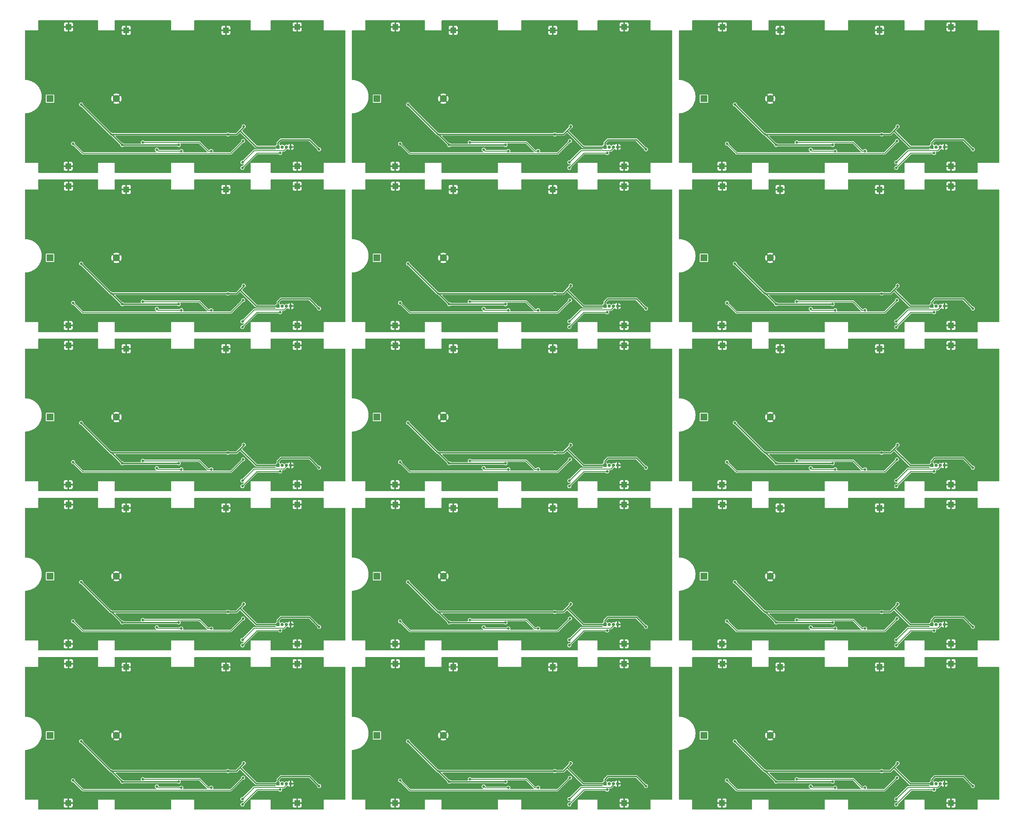
<source format=gbl>
%TF.GenerationSoftware,KiCad,Pcbnew,7.0.1-3b83917a11~171~ubuntu20.04.1*%
%TF.CreationDate,2023-10-26T23:57:43+02:00*%
%TF.ProjectId,panel_bottom,70616e65-6c5f-4626-9f74-746f6d2e6b69,rev?*%
%TF.SameCoordinates,Original*%
%TF.FileFunction,Copper,L2,Bot*%
%TF.FilePolarity,Positive*%
%FSLAX46Y46*%
G04 Gerber Fmt 4.6, Leading zero omitted, Abs format (unit mm)*
G04 Created by KiCad (PCBNEW 7.0.1-3b83917a11~171~ubuntu20.04.1) date 2023-10-26 23:57:43*
%MOMM*%
%LPD*%
G01*
G04 APERTURE LIST*
%TA.AperFunction,ComponentPad*%
%ADD10R,1.700000X1.700000*%
%TD*%
%TA.AperFunction,ComponentPad*%
%ADD11R,2.100000X2.100000*%
%TD*%
%TA.AperFunction,ComponentPad*%
%ADD12C,2.100000*%
%TD*%
%TA.AperFunction,ComponentPad*%
%ADD13R,1.000000X1.000000*%
%TD*%
%TA.AperFunction,ComponentPad*%
%ADD14O,1.000000X1.000000*%
%TD*%
%TA.AperFunction,ViaPad*%
%ADD15C,0.800000*%
%TD*%
%TA.AperFunction,Conductor*%
%ADD16C,0.250000*%
%TD*%
%TA.AperFunction,Conductor*%
%ADD17C,0.254000*%
%TD*%
%TA.AperFunction,Conductor*%
%ADD18C,0.381000*%
%TD*%
G04 APERTURE END LIST*
D10*
%TO.P,J3,1,Pin_1*%
%TO.N,Board_0-GND*%
X14850000Y-22000000D03*
%TD*%
%TO.P,J3,1,Pin_1*%
%TO.N,Board_1-GND*%
X113350000Y-22000000D03*
%TD*%
%TO.P,J3,1,Pin_1*%
%TO.N,Board_2-GND*%
X211850000Y-22000000D03*
%TD*%
%TO.P,J3,1,Pin_1*%
%TO.N,Board_3-GND*%
X14850000Y-70000000D03*
%TD*%
%TO.P,J3,1,Pin_1*%
%TO.N,Board_4-GND*%
X113350000Y-70000000D03*
%TD*%
%TO.P,J3,1,Pin_1*%
%TO.N,Board_5-GND*%
X211850000Y-70000000D03*
%TD*%
%TO.P,J3,1,Pin_1*%
%TO.N,Board_6-GND*%
X14850000Y-118000000D03*
%TD*%
%TO.P,J3,1,Pin_1*%
%TO.N,Board_7-GND*%
X113350000Y-118000000D03*
%TD*%
%TO.P,J3,1,Pin_1*%
%TO.N,Board_8-GND*%
X211850000Y-118000000D03*
%TD*%
%TO.P,J3,1,Pin_1*%
%TO.N,Board_9-GND*%
X14850000Y-166000000D03*
%TD*%
%TO.P,J3,1,Pin_1*%
%TO.N,Board_10-GND*%
X113350000Y-166000000D03*
%TD*%
%TO.P,J3,1,Pin_1*%
%TO.N,Board_11-GND*%
X211850000Y-166000000D03*
%TD*%
%TO.P,J3,1,Pin_1*%
%TO.N,Board_12-GND*%
X14850000Y-214000000D03*
%TD*%
%TO.P,J3,1,Pin_1*%
%TO.N,Board_13-GND*%
X113350000Y-214000000D03*
%TD*%
%TO.P,J3,1,Pin_1*%
%TO.N,Board_14-GND*%
X211850000Y-214000000D03*
%TD*%
%TO.P,J2,1,Pin_1*%
%TO.N,Board_0-GND*%
X32250000Y-23000000D03*
%TD*%
%TO.P,J2,1,Pin_1*%
%TO.N,Board_1-GND*%
X130750000Y-23000000D03*
%TD*%
%TO.P,J2,1,Pin_1*%
%TO.N,Board_2-GND*%
X229250000Y-23000000D03*
%TD*%
%TO.P,J2,1,Pin_1*%
%TO.N,Board_3-GND*%
X32250000Y-71000000D03*
%TD*%
%TO.P,J2,1,Pin_1*%
%TO.N,Board_4-GND*%
X130750000Y-71000000D03*
%TD*%
%TO.P,J2,1,Pin_1*%
%TO.N,Board_5-GND*%
X229250000Y-71000000D03*
%TD*%
%TO.P,J2,1,Pin_1*%
%TO.N,Board_6-GND*%
X32250000Y-119000000D03*
%TD*%
%TO.P,J2,1,Pin_1*%
%TO.N,Board_7-GND*%
X130750000Y-119000000D03*
%TD*%
%TO.P,J2,1,Pin_1*%
%TO.N,Board_8-GND*%
X229250000Y-119000000D03*
%TD*%
%TO.P,J2,1,Pin_1*%
%TO.N,Board_9-GND*%
X32250000Y-167000000D03*
%TD*%
%TO.P,J2,1,Pin_1*%
%TO.N,Board_10-GND*%
X130750000Y-167000000D03*
%TD*%
%TO.P,J2,1,Pin_1*%
%TO.N,Board_11-GND*%
X229250000Y-167000000D03*
%TD*%
%TO.P,J2,1,Pin_1*%
%TO.N,Board_12-GND*%
X32250000Y-215000000D03*
%TD*%
%TO.P,J2,1,Pin_1*%
%TO.N,Board_13-GND*%
X130750000Y-215000000D03*
%TD*%
%TO.P,J2,1,Pin_1*%
%TO.N,Board_14-GND*%
X229250000Y-215000000D03*
%TD*%
%TO.P,J8,1,Pin_1*%
%TO.N,Board_0-GND*%
X14750000Y-64000000D03*
%TD*%
%TO.P,J8,1,Pin_1*%
%TO.N,Board_1-GND*%
X113250000Y-64000000D03*
%TD*%
%TO.P,J8,1,Pin_1*%
%TO.N,Board_2-GND*%
X211750000Y-64000000D03*
%TD*%
%TO.P,J8,1,Pin_1*%
%TO.N,Board_3-GND*%
X14750000Y-112000000D03*
%TD*%
%TO.P,J8,1,Pin_1*%
%TO.N,Board_4-GND*%
X113250000Y-112000000D03*
%TD*%
%TO.P,J8,1,Pin_1*%
%TO.N,Board_5-GND*%
X211750000Y-112000000D03*
%TD*%
%TO.P,J8,1,Pin_1*%
%TO.N,Board_6-GND*%
X14750000Y-160000000D03*
%TD*%
%TO.P,J8,1,Pin_1*%
%TO.N,Board_7-GND*%
X113250000Y-160000000D03*
%TD*%
%TO.P,J8,1,Pin_1*%
%TO.N,Board_8-GND*%
X211750000Y-160000000D03*
%TD*%
%TO.P,J8,1,Pin_1*%
%TO.N,Board_9-GND*%
X14750000Y-208000000D03*
%TD*%
%TO.P,J8,1,Pin_1*%
%TO.N,Board_10-GND*%
X113250000Y-208000000D03*
%TD*%
%TO.P,J8,1,Pin_1*%
%TO.N,Board_11-GND*%
X211750000Y-208000000D03*
%TD*%
%TO.P,J8,1,Pin_1*%
%TO.N,Board_12-GND*%
X14750000Y-256000000D03*
%TD*%
%TO.P,J8,1,Pin_1*%
%TO.N,Board_13-GND*%
X113250000Y-256000000D03*
%TD*%
%TO.P,J8,1,Pin_1*%
%TO.N,Board_14-GND*%
X211750000Y-256000000D03*
%TD*%
D11*
%TO.P,BT1,1,+*%
%TO.N,Board_0-VCC*%
X9281400Y-43618800D03*
D12*
%TO.P,BT1,2,-*%
%TO.N,Board_0-GND*%
X29281400Y-43618800D03*
%TD*%
D11*
%TO.P,BT1,1,+*%
%TO.N,Board_1-VCC*%
X107781400Y-43618800D03*
D12*
%TO.P,BT1,2,-*%
%TO.N,Board_1-GND*%
X127781400Y-43618800D03*
%TD*%
D11*
%TO.P,BT1,1,+*%
%TO.N,Board_2-VCC*%
X206281400Y-43618800D03*
D12*
%TO.P,BT1,2,-*%
%TO.N,Board_2-GND*%
X226281400Y-43618800D03*
%TD*%
D11*
%TO.P,BT1,1,+*%
%TO.N,Board_3-VCC*%
X9281400Y-91618800D03*
D12*
%TO.P,BT1,2,-*%
%TO.N,Board_3-GND*%
X29281400Y-91618800D03*
%TD*%
D11*
%TO.P,BT1,1,+*%
%TO.N,Board_4-VCC*%
X107781400Y-91618800D03*
D12*
%TO.P,BT1,2,-*%
%TO.N,Board_4-GND*%
X127781400Y-91618800D03*
%TD*%
D11*
%TO.P,BT1,1,+*%
%TO.N,Board_5-VCC*%
X206281400Y-91618800D03*
D12*
%TO.P,BT1,2,-*%
%TO.N,Board_5-GND*%
X226281400Y-91618800D03*
%TD*%
D11*
%TO.P,BT1,1,+*%
%TO.N,Board_6-VCC*%
X9281400Y-139618800D03*
D12*
%TO.P,BT1,2,-*%
%TO.N,Board_6-GND*%
X29281400Y-139618800D03*
%TD*%
D11*
%TO.P,BT1,1,+*%
%TO.N,Board_7-VCC*%
X107781400Y-139618800D03*
D12*
%TO.P,BT1,2,-*%
%TO.N,Board_7-GND*%
X127781400Y-139618800D03*
%TD*%
D11*
%TO.P,BT1,1,+*%
%TO.N,Board_8-VCC*%
X206281400Y-139618800D03*
D12*
%TO.P,BT1,2,-*%
%TO.N,Board_8-GND*%
X226281400Y-139618800D03*
%TD*%
D11*
%TO.P,BT1,1,+*%
%TO.N,Board_9-VCC*%
X9281400Y-187618800D03*
D12*
%TO.P,BT1,2,-*%
%TO.N,Board_9-GND*%
X29281400Y-187618800D03*
%TD*%
D11*
%TO.P,BT1,1,+*%
%TO.N,Board_10-VCC*%
X107781400Y-187618800D03*
D12*
%TO.P,BT1,2,-*%
%TO.N,Board_10-GND*%
X127781400Y-187618800D03*
%TD*%
D11*
%TO.P,BT1,1,+*%
%TO.N,Board_11-VCC*%
X206281400Y-187618800D03*
D12*
%TO.P,BT1,2,-*%
%TO.N,Board_11-GND*%
X226281400Y-187618800D03*
%TD*%
D11*
%TO.P,BT1,1,+*%
%TO.N,Board_12-VCC*%
X9281400Y-235618800D03*
D12*
%TO.P,BT1,2,-*%
%TO.N,Board_12-GND*%
X29281400Y-235618800D03*
%TD*%
D11*
%TO.P,BT1,1,+*%
%TO.N,Board_13-VCC*%
X107781400Y-235618800D03*
D12*
%TO.P,BT1,2,-*%
%TO.N,Board_13-GND*%
X127781400Y-235618800D03*
%TD*%
D11*
%TO.P,BT1,1,+*%
%TO.N,Board_14-VCC*%
X206281400Y-235618800D03*
D12*
%TO.P,BT1,2,-*%
%TO.N,Board_14-GND*%
X226281400Y-235618800D03*
%TD*%
D10*
%TO.P,J6,1,Pin_1*%
%TO.N,Board_0-GND*%
X83750000Y-22000000D03*
%TD*%
%TO.P,J6,1,Pin_1*%
%TO.N,Board_1-GND*%
X182250000Y-22000000D03*
%TD*%
%TO.P,J6,1,Pin_1*%
%TO.N,Board_2-GND*%
X280750000Y-22000000D03*
%TD*%
%TO.P,J6,1,Pin_1*%
%TO.N,Board_3-GND*%
X83750000Y-70000000D03*
%TD*%
%TO.P,J6,1,Pin_1*%
%TO.N,Board_4-GND*%
X182250000Y-70000000D03*
%TD*%
%TO.P,J6,1,Pin_1*%
%TO.N,Board_5-GND*%
X280750000Y-70000000D03*
%TD*%
%TO.P,J6,1,Pin_1*%
%TO.N,Board_6-GND*%
X83750000Y-118000000D03*
%TD*%
%TO.P,J6,1,Pin_1*%
%TO.N,Board_7-GND*%
X182250000Y-118000000D03*
%TD*%
%TO.P,J6,1,Pin_1*%
%TO.N,Board_8-GND*%
X280750000Y-118000000D03*
%TD*%
%TO.P,J6,1,Pin_1*%
%TO.N,Board_9-GND*%
X83750000Y-166000000D03*
%TD*%
%TO.P,J6,1,Pin_1*%
%TO.N,Board_10-GND*%
X182250000Y-166000000D03*
%TD*%
%TO.P,J6,1,Pin_1*%
%TO.N,Board_11-GND*%
X280750000Y-166000000D03*
%TD*%
%TO.P,J6,1,Pin_1*%
%TO.N,Board_12-GND*%
X83750000Y-214000000D03*
%TD*%
%TO.P,J6,1,Pin_1*%
%TO.N,Board_13-GND*%
X182250000Y-214000000D03*
%TD*%
%TO.P,J6,1,Pin_1*%
%TO.N,Board_14-GND*%
X280750000Y-214000000D03*
%TD*%
%TO.P,J5,1,Pin_1*%
%TO.N,Board_0-GND*%
X62250000Y-23000000D03*
%TD*%
%TO.P,J5,1,Pin_1*%
%TO.N,Board_1-GND*%
X160750000Y-23000000D03*
%TD*%
%TO.P,J5,1,Pin_1*%
%TO.N,Board_2-GND*%
X259250000Y-23000000D03*
%TD*%
%TO.P,J5,1,Pin_1*%
%TO.N,Board_3-GND*%
X62250000Y-71000000D03*
%TD*%
%TO.P,J5,1,Pin_1*%
%TO.N,Board_4-GND*%
X160750000Y-71000000D03*
%TD*%
%TO.P,J5,1,Pin_1*%
%TO.N,Board_5-GND*%
X259250000Y-71000000D03*
%TD*%
%TO.P,J5,1,Pin_1*%
%TO.N,Board_13-GND*%
X160750000Y-215000000D03*
%TD*%
%TO.P,J5,1,Pin_1*%
%TO.N,Board_6-GND*%
X62250000Y-119000000D03*
%TD*%
%TO.P,J5,1,Pin_1*%
%TO.N,Board_7-GND*%
X160750000Y-119000000D03*
%TD*%
%TO.P,J5,1,Pin_1*%
%TO.N,Board_8-GND*%
X259250000Y-119000000D03*
%TD*%
%TO.P,J5,1,Pin_1*%
%TO.N,Board_9-GND*%
X62250000Y-167000000D03*
%TD*%
%TO.P,J5,1,Pin_1*%
%TO.N,Board_10-GND*%
X160750000Y-167000000D03*
%TD*%
%TO.P,J5,1,Pin_1*%
%TO.N,Board_11-GND*%
X259250000Y-167000000D03*
%TD*%
%TO.P,J5,1,Pin_1*%
%TO.N,Board_12-GND*%
X62250000Y-215000000D03*
%TD*%
%TO.P,J5,1,Pin_1*%
%TO.N,Board_14-GND*%
X259250000Y-215000000D03*
%TD*%
%TO.P,J4,1,Pin_1*%
%TO.N,Board_0-GND*%
X83750000Y-64000000D03*
%TD*%
%TO.P,J4,1,Pin_1*%
%TO.N,Board_1-GND*%
X182250000Y-64000000D03*
%TD*%
%TO.P,J4,1,Pin_1*%
%TO.N,Board_2-GND*%
X280750000Y-64000000D03*
%TD*%
%TO.P,J4,1,Pin_1*%
%TO.N,Board_3-GND*%
X83750000Y-112000000D03*
%TD*%
%TO.P,J4,1,Pin_1*%
%TO.N,Board_4-GND*%
X182250000Y-112000000D03*
%TD*%
%TO.P,J4,1,Pin_1*%
%TO.N,Board_5-GND*%
X280750000Y-112000000D03*
%TD*%
%TO.P,J4,1,Pin_1*%
%TO.N,Board_6-GND*%
X83750000Y-160000000D03*
%TD*%
%TO.P,J4,1,Pin_1*%
%TO.N,Board_7-GND*%
X182250000Y-160000000D03*
%TD*%
%TO.P,J4,1,Pin_1*%
%TO.N,Board_8-GND*%
X280750000Y-160000000D03*
%TD*%
%TO.P,J4,1,Pin_1*%
%TO.N,Board_9-GND*%
X83750000Y-208000000D03*
%TD*%
%TO.P,J4,1,Pin_1*%
%TO.N,Board_10-GND*%
X182250000Y-208000000D03*
%TD*%
%TO.P,J4,1,Pin_1*%
%TO.N,Board_11-GND*%
X280750000Y-208000000D03*
%TD*%
%TO.P,J4,1,Pin_1*%
%TO.N,Board_12-GND*%
X83750000Y-256000000D03*
%TD*%
%TO.P,J4,1,Pin_1*%
%TO.N,Board_13-GND*%
X182250000Y-256000000D03*
%TD*%
%TO.P,J4,1,Pin_1*%
%TO.N,Board_14-GND*%
X280750000Y-256000000D03*
%TD*%
D13*
%TO.P,J1,1,Pin_1*%
%TO.N,Board_0-VCC*%
X77980000Y-58200000D03*
D14*
%TO.P,J1,2,Pin_2*%
%TO.N,Board_0-/P3.0*%
X79250000Y-58200000D03*
%TO.P,J1,3,Pin_3*%
%TO.N,Board_0-/P3.1*%
X80520000Y-58200000D03*
%TO.P,J1,4,Pin_4*%
%TO.N,Board_0-GND*%
X81790000Y-58200000D03*
%TD*%
D13*
%TO.P,J1,1,Pin_1*%
%TO.N,Board_1-VCC*%
X176480000Y-58200000D03*
D14*
%TO.P,J1,2,Pin_2*%
%TO.N,Board_1-/P3.0*%
X177750000Y-58200000D03*
%TO.P,J1,3,Pin_3*%
%TO.N,Board_1-/P3.1*%
X179020000Y-58200000D03*
%TO.P,J1,4,Pin_4*%
%TO.N,Board_1-GND*%
X180290000Y-58200000D03*
%TD*%
D13*
%TO.P,J1,1,Pin_1*%
%TO.N,Board_2-VCC*%
X274980000Y-58200000D03*
D14*
%TO.P,J1,2,Pin_2*%
%TO.N,Board_2-/P3.0*%
X276250000Y-58200000D03*
%TO.P,J1,3,Pin_3*%
%TO.N,Board_2-/P3.1*%
X277520000Y-58200000D03*
%TO.P,J1,4,Pin_4*%
%TO.N,Board_2-GND*%
X278790000Y-58200000D03*
%TD*%
D13*
%TO.P,J1,1,Pin_1*%
%TO.N,Board_3-VCC*%
X77980000Y-106200000D03*
D14*
%TO.P,J1,2,Pin_2*%
%TO.N,Board_3-/P3.0*%
X79250000Y-106200000D03*
%TO.P,J1,3,Pin_3*%
%TO.N,Board_3-/P3.1*%
X80520000Y-106200000D03*
%TO.P,J1,4,Pin_4*%
%TO.N,Board_3-GND*%
X81790000Y-106200000D03*
%TD*%
D13*
%TO.P,J1,1,Pin_1*%
%TO.N,Board_4-VCC*%
X176480000Y-106200000D03*
D14*
%TO.P,J1,2,Pin_2*%
%TO.N,Board_4-/P3.0*%
X177750000Y-106200000D03*
%TO.P,J1,3,Pin_3*%
%TO.N,Board_4-/P3.1*%
X179020000Y-106200000D03*
%TO.P,J1,4,Pin_4*%
%TO.N,Board_4-GND*%
X180290000Y-106200000D03*
%TD*%
D13*
%TO.P,J1,1,Pin_1*%
%TO.N,Board_5-VCC*%
X274980000Y-106200000D03*
D14*
%TO.P,J1,2,Pin_2*%
%TO.N,Board_5-/P3.0*%
X276250000Y-106200000D03*
%TO.P,J1,3,Pin_3*%
%TO.N,Board_5-/P3.1*%
X277520000Y-106200000D03*
%TO.P,J1,4,Pin_4*%
%TO.N,Board_5-GND*%
X278790000Y-106200000D03*
%TD*%
D13*
%TO.P,J1,1,Pin_1*%
%TO.N,Board_6-VCC*%
X77980000Y-154200000D03*
D14*
%TO.P,J1,2,Pin_2*%
%TO.N,Board_6-/P3.0*%
X79250000Y-154200000D03*
%TO.P,J1,3,Pin_3*%
%TO.N,Board_6-/P3.1*%
X80520000Y-154200000D03*
%TO.P,J1,4,Pin_4*%
%TO.N,Board_6-GND*%
X81790000Y-154200000D03*
%TD*%
D13*
%TO.P,J1,1,Pin_1*%
%TO.N,Board_7-VCC*%
X176480000Y-154200000D03*
D14*
%TO.P,J1,2,Pin_2*%
%TO.N,Board_7-/P3.0*%
X177750000Y-154200000D03*
%TO.P,J1,3,Pin_3*%
%TO.N,Board_7-/P3.1*%
X179020000Y-154200000D03*
%TO.P,J1,4,Pin_4*%
%TO.N,Board_7-GND*%
X180290000Y-154200000D03*
%TD*%
D13*
%TO.P,J1,1,Pin_1*%
%TO.N,Board_8-VCC*%
X274980000Y-154200000D03*
D14*
%TO.P,J1,2,Pin_2*%
%TO.N,Board_8-/P3.0*%
X276250000Y-154200000D03*
%TO.P,J1,3,Pin_3*%
%TO.N,Board_8-/P3.1*%
X277520000Y-154200000D03*
%TO.P,J1,4,Pin_4*%
%TO.N,Board_8-GND*%
X278790000Y-154200000D03*
%TD*%
D13*
%TO.P,J1,1,Pin_1*%
%TO.N,Board_9-VCC*%
X77980000Y-202200000D03*
D14*
%TO.P,J1,2,Pin_2*%
%TO.N,Board_9-/P3.0*%
X79250000Y-202200000D03*
%TO.P,J1,3,Pin_3*%
%TO.N,Board_9-/P3.1*%
X80520000Y-202200000D03*
%TO.P,J1,4,Pin_4*%
%TO.N,Board_9-GND*%
X81790000Y-202200000D03*
%TD*%
D13*
%TO.P,J1,1,Pin_1*%
%TO.N,Board_10-VCC*%
X176480000Y-202200000D03*
D14*
%TO.P,J1,2,Pin_2*%
%TO.N,Board_10-/P3.0*%
X177750000Y-202200000D03*
%TO.P,J1,3,Pin_3*%
%TO.N,Board_10-/P3.1*%
X179020000Y-202200000D03*
%TO.P,J1,4,Pin_4*%
%TO.N,Board_10-GND*%
X180290000Y-202200000D03*
%TD*%
D13*
%TO.P,J1,1,Pin_1*%
%TO.N,Board_11-VCC*%
X274980000Y-202200000D03*
D14*
%TO.P,J1,2,Pin_2*%
%TO.N,Board_11-/P3.0*%
X276250000Y-202200000D03*
%TO.P,J1,3,Pin_3*%
%TO.N,Board_11-/P3.1*%
X277520000Y-202200000D03*
%TO.P,J1,4,Pin_4*%
%TO.N,Board_11-GND*%
X278790000Y-202200000D03*
%TD*%
D13*
%TO.P,J1,1,Pin_1*%
%TO.N,Board_12-VCC*%
X77980000Y-250200000D03*
D14*
%TO.P,J1,2,Pin_2*%
%TO.N,Board_12-/P3.0*%
X79250000Y-250200000D03*
%TO.P,J1,3,Pin_3*%
%TO.N,Board_12-/P3.1*%
X80520000Y-250200000D03*
%TO.P,J1,4,Pin_4*%
%TO.N,Board_12-GND*%
X81790000Y-250200000D03*
%TD*%
D13*
%TO.P,J1,1,Pin_1*%
%TO.N,Board_13-VCC*%
X176480000Y-250200000D03*
D14*
%TO.P,J1,2,Pin_2*%
%TO.N,Board_13-/P3.0*%
X177750000Y-250200000D03*
%TO.P,J1,3,Pin_3*%
%TO.N,Board_13-/P3.1*%
X179020000Y-250200000D03*
%TO.P,J1,4,Pin_4*%
%TO.N,Board_13-GND*%
X180290000Y-250200000D03*
%TD*%
D13*
%TO.P,J1,1,Pin_1*%
%TO.N,Board_14-VCC*%
X274980000Y-250200000D03*
D14*
%TO.P,J1,2,Pin_2*%
%TO.N,Board_14-/P3.0*%
X276250000Y-250200000D03*
%TO.P,J1,3,Pin_3*%
%TO.N,Board_14-/P3.1*%
X277520000Y-250200000D03*
%TO.P,J1,4,Pin_4*%
%TO.N,Board_14-GND*%
X278790000Y-250200000D03*
%TD*%
D15*
%TO.N,Board_0-/LED_EN_E*%
X41450000Y-59000000D03*
X48850000Y-59400500D03*
%TO.N,Board_0-/LED_EN_M1*%
X37250000Y-56800000D03*
X57850000Y-59400000D03*
%TO.N,Board_0-/P3.0*%
X78650000Y-60000000D03*
X67250000Y-64472200D03*
%TO.N,Board_0-/P3.1*%
X67250000Y-62800000D03*
%TO.N,Board_0-/SW_IN*%
X16250000Y-57200000D03*
X67450000Y-56400000D03*
%TO.N,Board_0-VCC*%
X48050000Y-57600000D03*
X67650000Y-52000000D03*
X90350000Y-58900000D03*
X31050000Y-57600000D03*
X18650000Y-45400000D03*
X62850000Y-54400000D03*
%TO.N,Board_1-/LED_EN_E*%
X139950000Y-59000000D03*
X147350000Y-59400500D03*
%TO.N,Board_1-/LED_EN_M1*%
X135750000Y-56800000D03*
X156350000Y-59400000D03*
%TO.N,Board_1-/P3.0*%
X177150000Y-60000000D03*
X165750000Y-64472200D03*
%TO.N,Board_1-/P3.1*%
X165750000Y-62800000D03*
%TO.N,Board_1-/SW_IN*%
X114750000Y-57200000D03*
X165950000Y-56400000D03*
%TO.N,Board_1-VCC*%
X146550000Y-57600000D03*
X166150000Y-52000000D03*
X188850000Y-58900000D03*
X129550000Y-57600000D03*
X117150000Y-45400000D03*
X161350000Y-54400000D03*
%TO.N,Board_2-/LED_EN_E*%
X238450000Y-59000000D03*
X245850000Y-59400500D03*
%TO.N,Board_2-/LED_EN_M1*%
X234250000Y-56800000D03*
X254850000Y-59400000D03*
%TO.N,Board_2-/P3.0*%
X275650000Y-60000000D03*
X264250000Y-64472200D03*
%TO.N,Board_2-/P3.1*%
X264250000Y-62800000D03*
%TO.N,Board_2-/SW_IN*%
X213250000Y-57200000D03*
X264450000Y-56400000D03*
%TO.N,Board_2-VCC*%
X245050000Y-57600000D03*
X264650000Y-52000000D03*
X287350000Y-58900000D03*
X228050000Y-57600000D03*
X215650000Y-45400000D03*
X259850000Y-54400000D03*
%TO.N,Board_3-/LED_EN_E*%
X41450000Y-107000000D03*
X48850000Y-107400500D03*
%TO.N,Board_3-/LED_EN_M1*%
X37250000Y-104800000D03*
X57850000Y-107400000D03*
%TO.N,Board_3-/P3.0*%
X78650000Y-108000000D03*
X67250000Y-112472200D03*
%TO.N,Board_3-/P3.1*%
X67250000Y-110800000D03*
%TO.N,Board_3-/SW_IN*%
X16250000Y-105200000D03*
X67450000Y-104400000D03*
%TO.N,Board_3-VCC*%
X48050000Y-105600000D03*
X67650000Y-100000000D03*
X90350000Y-106900000D03*
X31050000Y-105600000D03*
X18650000Y-93400000D03*
X62850000Y-102400000D03*
%TO.N,Board_4-/LED_EN_E*%
X139950000Y-107000000D03*
X147350000Y-107400500D03*
%TO.N,Board_4-/LED_EN_M1*%
X135750000Y-104800000D03*
X156350000Y-107400000D03*
%TO.N,Board_4-/P3.0*%
X177150000Y-108000000D03*
X165750000Y-112472200D03*
%TO.N,Board_4-/P3.1*%
X165750000Y-110800000D03*
%TO.N,Board_4-/SW_IN*%
X114750000Y-105200000D03*
X165950000Y-104400000D03*
%TO.N,Board_4-VCC*%
X146550000Y-105600000D03*
X166150000Y-100000000D03*
X188850000Y-106900000D03*
X129550000Y-105600000D03*
X117150000Y-93400000D03*
X161350000Y-102400000D03*
%TO.N,Board_5-/LED_EN_E*%
X238450000Y-107000000D03*
X245850000Y-107400500D03*
%TO.N,Board_5-/LED_EN_M1*%
X234250000Y-104800000D03*
X254850000Y-107400000D03*
%TO.N,Board_5-/P3.0*%
X275650000Y-108000000D03*
X264250000Y-112472200D03*
%TO.N,Board_5-/P3.1*%
X264250000Y-110800000D03*
%TO.N,Board_5-/SW_IN*%
X213250000Y-105200000D03*
X264450000Y-104400000D03*
%TO.N,Board_5-VCC*%
X245050000Y-105600000D03*
X264650000Y-100000000D03*
X287350000Y-106900000D03*
X228050000Y-105600000D03*
X215650000Y-93400000D03*
X259850000Y-102400000D03*
%TO.N,Board_6-/LED_EN_E*%
X41450000Y-155000000D03*
X48850000Y-155400500D03*
%TO.N,Board_6-/LED_EN_M1*%
X37250000Y-152800000D03*
X57850000Y-155400000D03*
%TO.N,Board_6-/P3.0*%
X78650000Y-156000000D03*
X67250000Y-160472200D03*
%TO.N,Board_6-/P3.1*%
X67250000Y-158800000D03*
%TO.N,Board_6-/SW_IN*%
X16250000Y-153200000D03*
X67450000Y-152400000D03*
%TO.N,Board_6-VCC*%
X48050000Y-153600000D03*
X67650000Y-148000000D03*
X90350000Y-154900000D03*
X31050000Y-153600000D03*
X18650000Y-141400000D03*
X62850000Y-150400000D03*
%TO.N,Board_7-/LED_EN_E*%
X139950000Y-155000000D03*
X147350000Y-155400500D03*
%TO.N,Board_7-/LED_EN_M1*%
X135750000Y-152800000D03*
X156350000Y-155400000D03*
%TO.N,Board_7-/P3.0*%
X177150000Y-156000000D03*
X165750000Y-160472200D03*
%TO.N,Board_7-/P3.1*%
X165750000Y-158800000D03*
%TO.N,Board_7-/SW_IN*%
X114750000Y-153200000D03*
X165950000Y-152400000D03*
%TO.N,Board_7-VCC*%
X146550000Y-153600000D03*
X166150000Y-148000000D03*
X188850000Y-154900000D03*
X129550000Y-153600000D03*
X117150000Y-141400000D03*
X161350000Y-150400000D03*
%TO.N,Board_8-/LED_EN_E*%
X238450000Y-155000000D03*
X245850000Y-155400500D03*
%TO.N,Board_8-/LED_EN_M1*%
X234250000Y-152800000D03*
X254850000Y-155400000D03*
%TO.N,Board_8-/P3.0*%
X275650000Y-156000000D03*
X264250000Y-160472200D03*
%TO.N,Board_8-/P3.1*%
X264250000Y-158800000D03*
%TO.N,Board_8-/SW_IN*%
X213250000Y-153200000D03*
X264450000Y-152400000D03*
%TO.N,Board_8-VCC*%
X245050000Y-153600000D03*
X264650000Y-148000000D03*
X287350000Y-154900000D03*
X228050000Y-153600000D03*
X215650000Y-141400000D03*
X259850000Y-150400000D03*
%TO.N,Board_9-/LED_EN_E*%
X41450000Y-203000000D03*
X48850000Y-203400500D03*
%TO.N,Board_9-/LED_EN_M1*%
X37250000Y-200800000D03*
X57850000Y-203400000D03*
%TO.N,Board_9-/P3.0*%
X78650000Y-204000000D03*
X67250000Y-208472200D03*
%TO.N,Board_9-/P3.1*%
X67250000Y-206800000D03*
%TO.N,Board_9-/SW_IN*%
X16250000Y-201200000D03*
X67450000Y-200400000D03*
%TO.N,Board_9-VCC*%
X48050000Y-201600000D03*
X67650000Y-196000000D03*
X90350000Y-202900000D03*
X31050000Y-201600000D03*
X18650000Y-189400000D03*
X62850000Y-198400000D03*
%TO.N,Board_10-/LED_EN_E*%
X139950000Y-203000000D03*
X147350000Y-203400500D03*
%TO.N,Board_10-/LED_EN_M1*%
X135750000Y-200800000D03*
X156350000Y-203400000D03*
%TO.N,Board_10-/P3.0*%
X177150000Y-204000000D03*
X165750000Y-208472200D03*
%TO.N,Board_10-/P3.1*%
X165750000Y-206800000D03*
%TO.N,Board_10-/SW_IN*%
X114750000Y-201200000D03*
X165950000Y-200400000D03*
%TO.N,Board_10-VCC*%
X146550000Y-201600000D03*
X166150000Y-196000000D03*
X188850000Y-202900000D03*
X129550000Y-201600000D03*
X117150000Y-189400000D03*
X161350000Y-198400000D03*
%TO.N,Board_11-/LED_EN_E*%
X238450000Y-203000000D03*
X245850000Y-203400500D03*
%TO.N,Board_11-/LED_EN_M1*%
X234250000Y-200800000D03*
X254850000Y-203400000D03*
%TO.N,Board_11-/P3.0*%
X275650000Y-204000000D03*
X264250000Y-208472200D03*
%TO.N,Board_11-/P3.1*%
X264250000Y-206800000D03*
%TO.N,Board_11-/SW_IN*%
X213250000Y-201200000D03*
X264450000Y-200400000D03*
%TO.N,Board_11-VCC*%
X245050000Y-201600000D03*
X264650000Y-196000000D03*
X287350000Y-202900000D03*
X228050000Y-201600000D03*
X215650000Y-189400000D03*
X259850000Y-198400000D03*
%TO.N,Board_12-/LED_EN_E*%
X41450000Y-251000000D03*
X48850000Y-251400500D03*
%TO.N,Board_12-/LED_EN_M1*%
X37250000Y-248800000D03*
X57850000Y-251400000D03*
%TO.N,Board_12-/P3.0*%
X78650000Y-252000000D03*
X67250000Y-256472200D03*
%TO.N,Board_12-/P3.1*%
X67250000Y-254800000D03*
%TO.N,Board_12-/SW_IN*%
X16250000Y-249200000D03*
X67450000Y-248400000D03*
%TO.N,Board_12-VCC*%
X48050000Y-249600000D03*
X67650000Y-244000000D03*
X90350000Y-250900000D03*
X31050000Y-249600000D03*
X18650000Y-237400000D03*
X62850000Y-246400000D03*
%TO.N,Board_13-/LED_EN_E*%
X139950000Y-251000000D03*
X147350000Y-251400500D03*
%TO.N,Board_13-/LED_EN_M1*%
X135750000Y-248800000D03*
X156350000Y-251400000D03*
%TO.N,Board_13-/P3.0*%
X177150000Y-252000000D03*
X165750000Y-256472200D03*
%TO.N,Board_13-/P3.1*%
X165750000Y-254800000D03*
%TO.N,Board_13-/SW_IN*%
X114750000Y-249200000D03*
X165950000Y-248400000D03*
%TO.N,Board_13-VCC*%
X146550000Y-249600000D03*
X166150000Y-244000000D03*
X188850000Y-250900000D03*
X129550000Y-249600000D03*
X117150000Y-237400000D03*
X161350000Y-246400000D03*
%TO.N,Board_14-/LED_EN_E*%
X238450000Y-251000000D03*
X245850000Y-251400500D03*
%TO.N,Board_14-/LED_EN_M1*%
X234250000Y-248800000D03*
X254850000Y-251400000D03*
%TO.N,Board_14-/P3.0*%
X275650000Y-252000000D03*
X264250000Y-256472200D03*
%TO.N,Board_14-/P3.1*%
X264250000Y-254800000D03*
%TO.N,Board_14-/SW_IN*%
X213250000Y-249200000D03*
X264450000Y-248400000D03*
%TO.N,Board_14-VCC*%
X245050000Y-249600000D03*
X264650000Y-244000000D03*
X287350000Y-250900000D03*
X228050000Y-249600000D03*
X215650000Y-237400000D03*
X259850000Y-246400000D03*
%TD*%
D16*
%TO.N,Board_0-/LED_EN_E*%
X41850500Y-59400500D02*
X41450000Y-59000000D01*
X48850000Y-59400500D02*
X41850500Y-59400500D01*
D17*
%TO.N,Board_0-/LED_EN_M1*%
X54250000Y-56800000D02*
X37250000Y-56800000D01*
X57850000Y-59400000D02*
X56850000Y-59400000D01*
X56850000Y-59400000D02*
X54250000Y-56800000D01*
%TO.N,Board_0-/P3.0*%
X67250000Y-64472200D02*
X67250000Y-64400000D01*
X67250000Y-64400000D02*
X71650000Y-60000000D01*
X71650000Y-60000000D02*
X78650000Y-60000000D01*
%TO.N,Board_0-/P3.1*%
X70777000Y-59273000D02*
X79777000Y-59273000D01*
X79777000Y-59273000D02*
X80520000Y-58530000D01*
X67250000Y-62800000D02*
X70777000Y-59273000D01*
X80520000Y-58530000D02*
X80520000Y-58200000D01*
%TO.N,Board_0-/SW_IN*%
X63723000Y-60127000D02*
X19177000Y-60127000D01*
X19177000Y-60127000D02*
X16250000Y-57200000D01*
X67450000Y-56400000D02*
X63723000Y-60127000D01*
D18*
%TO.N,Board_0-VCC*%
X78850000Y-56000000D02*
X77980000Y-56870000D01*
X31050000Y-57600000D02*
X27650000Y-54200000D01*
X67650000Y-52200000D02*
X66550000Y-53300000D01*
X66550000Y-53300000D02*
X71450000Y-58200000D01*
X27450000Y-54200000D02*
X27650000Y-54400000D01*
X27650000Y-54200000D02*
X27450000Y-54200000D01*
X27650000Y-54400000D02*
X27850000Y-54400000D01*
X87450000Y-56000000D02*
X78850000Y-56000000D01*
X18650000Y-45400000D02*
X27450000Y-54200000D01*
X65450000Y-54400000D02*
X62850000Y-54400000D01*
X77980000Y-56870000D02*
X77980000Y-58200000D01*
X90350000Y-58900000D02*
X87450000Y-56000000D01*
X66550000Y-53300000D02*
X65450000Y-54400000D01*
X31050000Y-57600000D02*
X48050000Y-57600000D01*
X71450000Y-58200000D02*
X77980000Y-58200000D01*
X27850000Y-54400000D02*
X62850000Y-54400000D01*
X67650000Y-52000000D02*
X67650000Y-52200000D01*
D16*
%TO.N,Board_1-/LED_EN_E*%
X140350500Y-59400500D02*
X139950000Y-59000000D01*
X147350000Y-59400500D02*
X140350500Y-59400500D01*
D17*
%TO.N,Board_1-/LED_EN_M1*%
X152750000Y-56800000D02*
X135750000Y-56800000D01*
X156350000Y-59400000D02*
X155350000Y-59400000D01*
X155350000Y-59400000D02*
X152750000Y-56800000D01*
%TO.N,Board_1-/P3.0*%
X165750000Y-64472200D02*
X165750000Y-64400000D01*
X165750000Y-64400000D02*
X170150000Y-60000000D01*
X170150000Y-60000000D02*
X177150000Y-60000000D01*
%TO.N,Board_1-/P3.1*%
X169277000Y-59273000D02*
X178277000Y-59273000D01*
X178277000Y-59273000D02*
X179020000Y-58530000D01*
X165750000Y-62800000D02*
X169277000Y-59273000D01*
X179020000Y-58530000D02*
X179020000Y-58200000D01*
%TO.N,Board_1-/SW_IN*%
X162223000Y-60127000D02*
X117677000Y-60127000D01*
X117677000Y-60127000D02*
X114750000Y-57200000D01*
X165950000Y-56400000D02*
X162223000Y-60127000D01*
D18*
%TO.N,Board_1-VCC*%
X177350000Y-56000000D02*
X176480000Y-56870000D01*
X129550000Y-57600000D02*
X126150000Y-54200000D01*
X166150000Y-52200000D02*
X165050000Y-53300000D01*
X165050000Y-53300000D02*
X169950000Y-58200000D01*
X125950000Y-54200000D02*
X126150000Y-54400000D01*
X126150000Y-54200000D02*
X125950000Y-54200000D01*
X126150000Y-54400000D02*
X126350000Y-54400000D01*
X185950000Y-56000000D02*
X177350000Y-56000000D01*
X117150000Y-45400000D02*
X125950000Y-54200000D01*
X163950000Y-54400000D02*
X161350000Y-54400000D01*
X176480000Y-56870000D02*
X176480000Y-58200000D01*
X188850000Y-58900000D02*
X185950000Y-56000000D01*
X165050000Y-53300000D02*
X163950000Y-54400000D01*
X129550000Y-57600000D02*
X146550000Y-57600000D01*
X169950000Y-58200000D02*
X176480000Y-58200000D01*
X126350000Y-54400000D02*
X161350000Y-54400000D01*
X166150000Y-52000000D02*
X166150000Y-52200000D01*
D16*
%TO.N,Board_2-/LED_EN_E*%
X238850500Y-59400500D02*
X238450000Y-59000000D01*
X245850000Y-59400500D02*
X238850500Y-59400500D01*
D17*
%TO.N,Board_2-/LED_EN_M1*%
X251250000Y-56800000D02*
X234250000Y-56800000D01*
X254850000Y-59400000D02*
X253850000Y-59400000D01*
X253850000Y-59400000D02*
X251250000Y-56800000D01*
%TO.N,Board_2-/P3.0*%
X264250000Y-64472200D02*
X264250000Y-64400000D01*
X264250000Y-64400000D02*
X268650000Y-60000000D01*
X268650000Y-60000000D02*
X275650000Y-60000000D01*
%TO.N,Board_2-/P3.1*%
X267777000Y-59273000D02*
X276777000Y-59273000D01*
X276777000Y-59273000D02*
X277520000Y-58530000D01*
X264250000Y-62800000D02*
X267777000Y-59273000D01*
X277520000Y-58530000D02*
X277520000Y-58200000D01*
%TO.N,Board_2-/SW_IN*%
X260723000Y-60127000D02*
X216177000Y-60127000D01*
X216177000Y-60127000D02*
X213250000Y-57200000D01*
X264450000Y-56400000D02*
X260723000Y-60127000D01*
D18*
%TO.N,Board_2-VCC*%
X275850000Y-56000000D02*
X274980000Y-56870000D01*
X228050000Y-57600000D02*
X224650000Y-54200000D01*
X264650000Y-52200000D02*
X263550000Y-53300000D01*
X263550000Y-53300000D02*
X268450000Y-58200000D01*
X224450000Y-54200000D02*
X224650000Y-54400000D01*
X224650000Y-54200000D02*
X224450000Y-54200000D01*
X224650000Y-54400000D02*
X224850000Y-54400000D01*
X284450000Y-56000000D02*
X275850000Y-56000000D01*
X215650000Y-45400000D02*
X224450000Y-54200000D01*
X262450000Y-54400000D02*
X259850000Y-54400000D01*
X274980000Y-56870000D02*
X274980000Y-58200000D01*
X287350000Y-58900000D02*
X284450000Y-56000000D01*
X263550000Y-53300000D02*
X262450000Y-54400000D01*
X228050000Y-57600000D02*
X245050000Y-57600000D01*
X268450000Y-58200000D02*
X274980000Y-58200000D01*
X224850000Y-54400000D02*
X259850000Y-54400000D01*
X264650000Y-52000000D02*
X264650000Y-52200000D01*
D16*
%TO.N,Board_3-/LED_EN_E*%
X41850500Y-107400500D02*
X41450000Y-107000000D01*
X48850000Y-107400500D02*
X41850500Y-107400500D01*
D17*
%TO.N,Board_3-/LED_EN_M1*%
X54250000Y-104800000D02*
X37250000Y-104800000D01*
X57850000Y-107400000D02*
X56850000Y-107400000D01*
X56850000Y-107400000D02*
X54250000Y-104800000D01*
%TO.N,Board_3-/P3.0*%
X67250000Y-112472200D02*
X67250000Y-112400000D01*
X67250000Y-112400000D02*
X71650000Y-108000000D01*
X71650000Y-108000000D02*
X78650000Y-108000000D01*
%TO.N,Board_3-/P3.1*%
X70777000Y-107273000D02*
X79777000Y-107273000D01*
X79777000Y-107273000D02*
X80520000Y-106530000D01*
X67250000Y-110800000D02*
X70777000Y-107273000D01*
X80520000Y-106530000D02*
X80520000Y-106200000D01*
%TO.N,Board_3-/SW_IN*%
X63723000Y-108127000D02*
X19177000Y-108127000D01*
X19177000Y-108127000D02*
X16250000Y-105200000D01*
X67450000Y-104400000D02*
X63723000Y-108127000D01*
D18*
%TO.N,Board_3-VCC*%
X78850000Y-104000000D02*
X77980000Y-104870000D01*
X31050000Y-105600000D02*
X27650000Y-102200000D01*
X67650000Y-100200000D02*
X66550000Y-101300000D01*
X66550000Y-101300000D02*
X71450000Y-106200000D01*
X27450000Y-102200000D02*
X27650000Y-102400000D01*
X27650000Y-102200000D02*
X27450000Y-102200000D01*
X27650000Y-102400000D02*
X27850000Y-102400000D01*
X87450000Y-104000000D02*
X78850000Y-104000000D01*
X18650000Y-93400000D02*
X27450000Y-102200000D01*
X65450000Y-102400000D02*
X62850000Y-102400000D01*
X77980000Y-104870000D02*
X77980000Y-106200000D01*
X90350000Y-106900000D02*
X87450000Y-104000000D01*
X66550000Y-101300000D02*
X65450000Y-102400000D01*
X31050000Y-105600000D02*
X48050000Y-105600000D01*
X71450000Y-106200000D02*
X77980000Y-106200000D01*
X27850000Y-102400000D02*
X62850000Y-102400000D01*
X67650000Y-100000000D02*
X67650000Y-100200000D01*
D16*
%TO.N,Board_4-/LED_EN_E*%
X140350500Y-107400500D02*
X139950000Y-107000000D01*
X147350000Y-107400500D02*
X140350500Y-107400500D01*
D17*
%TO.N,Board_4-/LED_EN_M1*%
X152750000Y-104800000D02*
X135750000Y-104800000D01*
X156350000Y-107400000D02*
X155350000Y-107400000D01*
X155350000Y-107400000D02*
X152750000Y-104800000D01*
%TO.N,Board_4-/P3.0*%
X165750000Y-112472200D02*
X165750000Y-112400000D01*
X165750000Y-112400000D02*
X170150000Y-108000000D01*
X170150000Y-108000000D02*
X177150000Y-108000000D01*
%TO.N,Board_4-/P3.1*%
X169277000Y-107273000D02*
X178277000Y-107273000D01*
X178277000Y-107273000D02*
X179020000Y-106530000D01*
X165750000Y-110800000D02*
X169277000Y-107273000D01*
X179020000Y-106530000D02*
X179020000Y-106200000D01*
%TO.N,Board_4-/SW_IN*%
X162223000Y-108127000D02*
X117677000Y-108127000D01*
X117677000Y-108127000D02*
X114750000Y-105200000D01*
X165950000Y-104400000D02*
X162223000Y-108127000D01*
D18*
%TO.N,Board_4-VCC*%
X177350000Y-104000000D02*
X176480000Y-104870000D01*
X129550000Y-105600000D02*
X126150000Y-102200000D01*
X166150000Y-100200000D02*
X165050000Y-101300000D01*
X165050000Y-101300000D02*
X169950000Y-106200000D01*
X125950000Y-102200000D02*
X126150000Y-102400000D01*
X126150000Y-102200000D02*
X125950000Y-102200000D01*
X126150000Y-102400000D02*
X126350000Y-102400000D01*
X185950000Y-104000000D02*
X177350000Y-104000000D01*
X117150000Y-93400000D02*
X125950000Y-102200000D01*
X163950000Y-102400000D02*
X161350000Y-102400000D01*
X176480000Y-104870000D02*
X176480000Y-106200000D01*
X188850000Y-106900000D02*
X185950000Y-104000000D01*
X165050000Y-101300000D02*
X163950000Y-102400000D01*
X129550000Y-105600000D02*
X146550000Y-105600000D01*
X169950000Y-106200000D02*
X176480000Y-106200000D01*
X126350000Y-102400000D02*
X161350000Y-102400000D01*
X166150000Y-100000000D02*
X166150000Y-100200000D01*
D16*
%TO.N,Board_5-/LED_EN_E*%
X238850500Y-107400500D02*
X238450000Y-107000000D01*
X245850000Y-107400500D02*
X238850500Y-107400500D01*
D17*
%TO.N,Board_5-/LED_EN_M1*%
X251250000Y-104800000D02*
X234250000Y-104800000D01*
X254850000Y-107400000D02*
X253850000Y-107400000D01*
X253850000Y-107400000D02*
X251250000Y-104800000D01*
%TO.N,Board_5-/P3.0*%
X264250000Y-112472200D02*
X264250000Y-112400000D01*
X264250000Y-112400000D02*
X268650000Y-108000000D01*
X268650000Y-108000000D02*
X275650000Y-108000000D01*
%TO.N,Board_5-/P3.1*%
X267777000Y-107273000D02*
X276777000Y-107273000D01*
X276777000Y-107273000D02*
X277520000Y-106530000D01*
X264250000Y-110800000D02*
X267777000Y-107273000D01*
X277520000Y-106530000D02*
X277520000Y-106200000D01*
%TO.N,Board_5-/SW_IN*%
X260723000Y-108127000D02*
X216177000Y-108127000D01*
X216177000Y-108127000D02*
X213250000Y-105200000D01*
X264450000Y-104400000D02*
X260723000Y-108127000D01*
D18*
%TO.N,Board_5-VCC*%
X275850000Y-104000000D02*
X274980000Y-104870000D01*
X228050000Y-105600000D02*
X224650000Y-102200000D01*
X264650000Y-100200000D02*
X263550000Y-101300000D01*
X263550000Y-101300000D02*
X268450000Y-106200000D01*
X224450000Y-102200000D02*
X224650000Y-102400000D01*
X224650000Y-102200000D02*
X224450000Y-102200000D01*
X224650000Y-102400000D02*
X224850000Y-102400000D01*
X284450000Y-104000000D02*
X275850000Y-104000000D01*
X215650000Y-93400000D02*
X224450000Y-102200000D01*
X262450000Y-102400000D02*
X259850000Y-102400000D01*
X274980000Y-104870000D02*
X274980000Y-106200000D01*
X287350000Y-106900000D02*
X284450000Y-104000000D01*
X263550000Y-101300000D02*
X262450000Y-102400000D01*
X228050000Y-105600000D02*
X245050000Y-105600000D01*
X268450000Y-106200000D02*
X274980000Y-106200000D01*
X224850000Y-102400000D02*
X259850000Y-102400000D01*
X264650000Y-100000000D02*
X264650000Y-100200000D01*
D16*
%TO.N,Board_6-/LED_EN_E*%
X41850500Y-155400500D02*
X41450000Y-155000000D01*
X48850000Y-155400500D02*
X41850500Y-155400500D01*
D17*
%TO.N,Board_6-/LED_EN_M1*%
X54250000Y-152800000D02*
X37250000Y-152800000D01*
X57850000Y-155400000D02*
X56850000Y-155400000D01*
X56850000Y-155400000D02*
X54250000Y-152800000D01*
%TO.N,Board_6-/P3.0*%
X67250000Y-160472200D02*
X67250000Y-160400000D01*
X67250000Y-160400000D02*
X71650000Y-156000000D01*
X71650000Y-156000000D02*
X78650000Y-156000000D01*
%TO.N,Board_6-/P3.1*%
X70777000Y-155273000D02*
X79777000Y-155273000D01*
X79777000Y-155273000D02*
X80520000Y-154530000D01*
X67250000Y-158800000D02*
X70777000Y-155273000D01*
X80520000Y-154530000D02*
X80520000Y-154200000D01*
%TO.N,Board_6-/SW_IN*%
X63723000Y-156127000D02*
X19177000Y-156127000D01*
X19177000Y-156127000D02*
X16250000Y-153200000D01*
X67450000Y-152400000D02*
X63723000Y-156127000D01*
D18*
%TO.N,Board_6-VCC*%
X78850000Y-152000000D02*
X77980000Y-152870000D01*
X31050000Y-153600000D02*
X27650000Y-150200000D01*
X67650000Y-148200000D02*
X66550000Y-149300000D01*
X66550000Y-149300000D02*
X71450000Y-154200000D01*
X27450000Y-150200000D02*
X27650000Y-150400000D01*
X27650000Y-150200000D02*
X27450000Y-150200000D01*
X27650000Y-150400000D02*
X27850000Y-150400000D01*
X87450000Y-152000000D02*
X78850000Y-152000000D01*
X18650000Y-141400000D02*
X27450000Y-150200000D01*
X65450000Y-150400000D02*
X62850000Y-150400000D01*
X77980000Y-152870000D02*
X77980000Y-154200000D01*
X90350000Y-154900000D02*
X87450000Y-152000000D01*
X66550000Y-149300000D02*
X65450000Y-150400000D01*
X31050000Y-153600000D02*
X48050000Y-153600000D01*
X71450000Y-154200000D02*
X77980000Y-154200000D01*
X27850000Y-150400000D02*
X62850000Y-150400000D01*
X67650000Y-148000000D02*
X67650000Y-148200000D01*
D16*
%TO.N,Board_7-/LED_EN_E*%
X140350500Y-155400500D02*
X139950000Y-155000000D01*
X147350000Y-155400500D02*
X140350500Y-155400500D01*
D17*
%TO.N,Board_7-/LED_EN_M1*%
X152750000Y-152800000D02*
X135750000Y-152800000D01*
X156350000Y-155400000D02*
X155350000Y-155400000D01*
X155350000Y-155400000D02*
X152750000Y-152800000D01*
%TO.N,Board_7-/P3.0*%
X165750000Y-160472200D02*
X165750000Y-160400000D01*
X165750000Y-160400000D02*
X170150000Y-156000000D01*
X170150000Y-156000000D02*
X177150000Y-156000000D01*
%TO.N,Board_7-/P3.1*%
X169277000Y-155273000D02*
X178277000Y-155273000D01*
X178277000Y-155273000D02*
X179020000Y-154530000D01*
X165750000Y-158800000D02*
X169277000Y-155273000D01*
X179020000Y-154530000D02*
X179020000Y-154200000D01*
%TO.N,Board_7-/SW_IN*%
X162223000Y-156127000D02*
X117677000Y-156127000D01*
X117677000Y-156127000D02*
X114750000Y-153200000D01*
X165950000Y-152400000D02*
X162223000Y-156127000D01*
D18*
%TO.N,Board_7-VCC*%
X177350000Y-152000000D02*
X176480000Y-152870000D01*
X129550000Y-153600000D02*
X126150000Y-150200000D01*
X166150000Y-148200000D02*
X165050000Y-149300000D01*
X165050000Y-149300000D02*
X169950000Y-154200000D01*
X125950000Y-150200000D02*
X126150000Y-150400000D01*
X126150000Y-150200000D02*
X125950000Y-150200000D01*
X126150000Y-150400000D02*
X126350000Y-150400000D01*
X185950000Y-152000000D02*
X177350000Y-152000000D01*
X117150000Y-141400000D02*
X125950000Y-150200000D01*
X163950000Y-150400000D02*
X161350000Y-150400000D01*
X176480000Y-152870000D02*
X176480000Y-154200000D01*
X188850000Y-154900000D02*
X185950000Y-152000000D01*
X165050000Y-149300000D02*
X163950000Y-150400000D01*
X129550000Y-153600000D02*
X146550000Y-153600000D01*
X169950000Y-154200000D02*
X176480000Y-154200000D01*
X126350000Y-150400000D02*
X161350000Y-150400000D01*
X166150000Y-148000000D02*
X166150000Y-148200000D01*
D16*
%TO.N,Board_8-/LED_EN_E*%
X238850500Y-155400500D02*
X238450000Y-155000000D01*
X245850000Y-155400500D02*
X238850500Y-155400500D01*
D17*
%TO.N,Board_8-/LED_EN_M1*%
X251250000Y-152800000D02*
X234250000Y-152800000D01*
X254850000Y-155400000D02*
X253850000Y-155400000D01*
X253850000Y-155400000D02*
X251250000Y-152800000D01*
%TO.N,Board_8-/P3.0*%
X264250000Y-160472200D02*
X264250000Y-160400000D01*
X264250000Y-160400000D02*
X268650000Y-156000000D01*
X268650000Y-156000000D02*
X275650000Y-156000000D01*
%TO.N,Board_8-/P3.1*%
X267777000Y-155273000D02*
X276777000Y-155273000D01*
X276777000Y-155273000D02*
X277520000Y-154530000D01*
X264250000Y-158800000D02*
X267777000Y-155273000D01*
X277520000Y-154530000D02*
X277520000Y-154200000D01*
%TO.N,Board_8-/SW_IN*%
X260723000Y-156127000D02*
X216177000Y-156127000D01*
X216177000Y-156127000D02*
X213250000Y-153200000D01*
X264450000Y-152400000D02*
X260723000Y-156127000D01*
D18*
%TO.N,Board_8-VCC*%
X275850000Y-152000000D02*
X274980000Y-152870000D01*
X228050000Y-153600000D02*
X224650000Y-150200000D01*
X264650000Y-148200000D02*
X263550000Y-149300000D01*
X263550000Y-149300000D02*
X268450000Y-154200000D01*
X224450000Y-150200000D02*
X224650000Y-150400000D01*
X224650000Y-150200000D02*
X224450000Y-150200000D01*
X224650000Y-150400000D02*
X224850000Y-150400000D01*
X284450000Y-152000000D02*
X275850000Y-152000000D01*
X215650000Y-141400000D02*
X224450000Y-150200000D01*
X262450000Y-150400000D02*
X259850000Y-150400000D01*
X274980000Y-152870000D02*
X274980000Y-154200000D01*
X287350000Y-154900000D02*
X284450000Y-152000000D01*
X263550000Y-149300000D02*
X262450000Y-150400000D01*
X228050000Y-153600000D02*
X245050000Y-153600000D01*
X268450000Y-154200000D02*
X274980000Y-154200000D01*
X224850000Y-150400000D02*
X259850000Y-150400000D01*
X264650000Y-148000000D02*
X264650000Y-148200000D01*
D16*
%TO.N,Board_9-/LED_EN_E*%
X41850500Y-203400500D02*
X41450000Y-203000000D01*
X48850000Y-203400500D02*
X41850500Y-203400500D01*
D17*
%TO.N,Board_9-/LED_EN_M1*%
X54250000Y-200800000D02*
X37250000Y-200800000D01*
X57850000Y-203400000D02*
X56850000Y-203400000D01*
X56850000Y-203400000D02*
X54250000Y-200800000D01*
%TO.N,Board_9-/P3.0*%
X67250000Y-208472200D02*
X67250000Y-208400000D01*
X67250000Y-208400000D02*
X71650000Y-204000000D01*
X71650000Y-204000000D02*
X78650000Y-204000000D01*
%TO.N,Board_9-/P3.1*%
X70777000Y-203273000D02*
X79777000Y-203273000D01*
X79777000Y-203273000D02*
X80520000Y-202530000D01*
X67250000Y-206800000D02*
X70777000Y-203273000D01*
X80520000Y-202530000D02*
X80520000Y-202200000D01*
%TO.N,Board_9-/SW_IN*%
X63723000Y-204127000D02*
X19177000Y-204127000D01*
X19177000Y-204127000D02*
X16250000Y-201200000D01*
X67450000Y-200400000D02*
X63723000Y-204127000D01*
D18*
%TO.N,Board_9-VCC*%
X78850000Y-200000000D02*
X77980000Y-200870000D01*
X31050000Y-201600000D02*
X27650000Y-198200000D01*
X67650000Y-196200000D02*
X66550000Y-197300000D01*
X66550000Y-197300000D02*
X71450000Y-202200000D01*
X27450000Y-198200000D02*
X27650000Y-198400000D01*
X27650000Y-198200000D02*
X27450000Y-198200000D01*
X27650000Y-198400000D02*
X27850000Y-198400000D01*
X87450000Y-200000000D02*
X78850000Y-200000000D01*
X18650000Y-189400000D02*
X27450000Y-198200000D01*
X65450000Y-198400000D02*
X62850000Y-198400000D01*
X77980000Y-200870000D02*
X77980000Y-202200000D01*
X90350000Y-202900000D02*
X87450000Y-200000000D01*
X66550000Y-197300000D02*
X65450000Y-198400000D01*
X31050000Y-201600000D02*
X48050000Y-201600000D01*
X71450000Y-202200000D02*
X77980000Y-202200000D01*
X27850000Y-198400000D02*
X62850000Y-198400000D01*
X67650000Y-196000000D02*
X67650000Y-196200000D01*
D16*
%TO.N,Board_10-/LED_EN_E*%
X140350500Y-203400500D02*
X139950000Y-203000000D01*
X147350000Y-203400500D02*
X140350500Y-203400500D01*
D17*
%TO.N,Board_10-/LED_EN_M1*%
X152750000Y-200800000D02*
X135750000Y-200800000D01*
X156350000Y-203400000D02*
X155350000Y-203400000D01*
X155350000Y-203400000D02*
X152750000Y-200800000D01*
%TO.N,Board_10-/P3.0*%
X165750000Y-208472200D02*
X165750000Y-208400000D01*
X165750000Y-208400000D02*
X170150000Y-204000000D01*
X170150000Y-204000000D02*
X177150000Y-204000000D01*
%TO.N,Board_10-/P3.1*%
X169277000Y-203273000D02*
X178277000Y-203273000D01*
X178277000Y-203273000D02*
X179020000Y-202530000D01*
X165750000Y-206800000D02*
X169277000Y-203273000D01*
X179020000Y-202530000D02*
X179020000Y-202200000D01*
%TO.N,Board_10-/SW_IN*%
X162223000Y-204127000D02*
X117677000Y-204127000D01*
X117677000Y-204127000D02*
X114750000Y-201200000D01*
X165950000Y-200400000D02*
X162223000Y-204127000D01*
D18*
%TO.N,Board_10-VCC*%
X177350000Y-200000000D02*
X176480000Y-200870000D01*
X129550000Y-201600000D02*
X126150000Y-198200000D01*
X166150000Y-196200000D02*
X165050000Y-197300000D01*
X165050000Y-197300000D02*
X169950000Y-202200000D01*
X125950000Y-198200000D02*
X126150000Y-198400000D01*
X126150000Y-198200000D02*
X125950000Y-198200000D01*
X126150000Y-198400000D02*
X126350000Y-198400000D01*
X185950000Y-200000000D02*
X177350000Y-200000000D01*
X117150000Y-189400000D02*
X125950000Y-198200000D01*
X163950000Y-198400000D02*
X161350000Y-198400000D01*
X176480000Y-200870000D02*
X176480000Y-202200000D01*
X188850000Y-202900000D02*
X185950000Y-200000000D01*
X165050000Y-197300000D02*
X163950000Y-198400000D01*
X129550000Y-201600000D02*
X146550000Y-201600000D01*
X169950000Y-202200000D02*
X176480000Y-202200000D01*
X126350000Y-198400000D02*
X161350000Y-198400000D01*
X166150000Y-196000000D02*
X166150000Y-196200000D01*
D16*
%TO.N,Board_11-/LED_EN_E*%
X238850500Y-203400500D02*
X238450000Y-203000000D01*
X245850000Y-203400500D02*
X238850500Y-203400500D01*
D17*
%TO.N,Board_11-/LED_EN_M1*%
X251250000Y-200800000D02*
X234250000Y-200800000D01*
X254850000Y-203400000D02*
X253850000Y-203400000D01*
X253850000Y-203400000D02*
X251250000Y-200800000D01*
%TO.N,Board_11-/P3.0*%
X264250000Y-208472200D02*
X264250000Y-208400000D01*
X264250000Y-208400000D02*
X268650000Y-204000000D01*
X268650000Y-204000000D02*
X275650000Y-204000000D01*
%TO.N,Board_11-/P3.1*%
X267777000Y-203273000D02*
X276777000Y-203273000D01*
X276777000Y-203273000D02*
X277520000Y-202530000D01*
X264250000Y-206800000D02*
X267777000Y-203273000D01*
X277520000Y-202530000D02*
X277520000Y-202200000D01*
%TO.N,Board_11-/SW_IN*%
X260723000Y-204127000D02*
X216177000Y-204127000D01*
X216177000Y-204127000D02*
X213250000Y-201200000D01*
X264450000Y-200400000D02*
X260723000Y-204127000D01*
D18*
%TO.N,Board_11-VCC*%
X275850000Y-200000000D02*
X274980000Y-200870000D01*
X228050000Y-201600000D02*
X224650000Y-198200000D01*
X264650000Y-196200000D02*
X263550000Y-197300000D01*
X263550000Y-197300000D02*
X268450000Y-202200000D01*
X224450000Y-198200000D02*
X224650000Y-198400000D01*
X224650000Y-198200000D02*
X224450000Y-198200000D01*
X224650000Y-198400000D02*
X224850000Y-198400000D01*
X284450000Y-200000000D02*
X275850000Y-200000000D01*
X215650000Y-189400000D02*
X224450000Y-198200000D01*
X262450000Y-198400000D02*
X259850000Y-198400000D01*
X274980000Y-200870000D02*
X274980000Y-202200000D01*
X287350000Y-202900000D02*
X284450000Y-200000000D01*
X263550000Y-197300000D02*
X262450000Y-198400000D01*
X228050000Y-201600000D02*
X245050000Y-201600000D01*
X268450000Y-202200000D02*
X274980000Y-202200000D01*
X224850000Y-198400000D02*
X259850000Y-198400000D01*
X264650000Y-196000000D02*
X264650000Y-196200000D01*
D16*
%TO.N,Board_12-/LED_EN_E*%
X41850500Y-251400500D02*
X41450000Y-251000000D01*
X48850000Y-251400500D02*
X41850500Y-251400500D01*
D17*
%TO.N,Board_12-/LED_EN_M1*%
X54250000Y-248800000D02*
X37250000Y-248800000D01*
X57850000Y-251400000D02*
X56850000Y-251400000D01*
X56850000Y-251400000D02*
X54250000Y-248800000D01*
%TO.N,Board_12-/P3.0*%
X67250000Y-256472200D02*
X67250000Y-256400000D01*
X67250000Y-256400000D02*
X71650000Y-252000000D01*
X71650000Y-252000000D02*
X78650000Y-252000000D01*
%TO.N,Board_12-/P3.1*%
X70777000Y-251273000D02*
X79777000Y-251273000D01*
X79777000Y-251273000D02*
X80520000Y-250530000D01*
X67250000Y-254800000D02*
X70777000Y-251273000D01*
X80520000Y-250530000D02*
X80520000Y-250200000D01*
%TO.N,Board_12-/SW_IN*%
X63723000Y-252127000D02*
X19177000Y-252127000D01*
X19177000Y-252127000D02*
X16250000Y-249200000D01*
X67450000Y-248400000D02*
X63723000Y-252127000D01*
D18*
%TO.N,Board_12-VCC*%
X78850000Y-248000000D02*
X77980000Y-248870000D01*
X31050000Y-249600000D02*
X27650000Y-246200000D01*
X67650000Y-244200000D02*
X66550000Y-245300000D01*
X66550000Y-245300000D02*
X71450000Y-250200000D01*
X27450000Y-246200000D02*
X27650000Y-246400000D01*
X27650000Y-246200000D02*
X27450000Y-246200000D01*
X27650000Y-246400000D02*
X27850000Y-246400000D01*
X87450000Y-248000000D02*
X78850000Y-248000000D01*
X18650000Y-237400000D02*
X27450000Y-246200000D01*
X65450000Y-246400000D02*
X62850000Y-246400000D01*
X77980000Y-248870000D02*
X77980000Y-250200000D01*
X90350000Y-250900000D02*
X87450000Y-248000000D01*
X66550000Y-245300000D02*
X65450000Y-246400000D01*
X31050000Y-249600000D02*
X48050000Y-249600000D01*
X71450000Y-250200000D02*
X77980000Y-250200000D01*
X27850000Y-246400000D02*
X62850000Y-246400000D01*
X67650000Y-244000000D02*
X67650000Y-244200000D01*
D16*
%TO.N,Board_13-/LED_EN_E*%
X140350500Y-251400500D02*
X139950000Y-251000000D01*
X147350000Y-251400500D02*
X140350500Y-251400500D01*
D17*
%TO.N,Board_13-/LED_EN_M1*%
X152750000Y-248800000D02*
X135750000Y-248800000D01*
X156350000Y-251400000D02*
X155350000Y-251400000D01*
X155350000Y-251400000D02*
X152750000Y-248800000D01*
%TO.N,Board_13-/P3.0*%
X165750000Y-256472200D02*
X165750000Y-256400000D01*
X165750000Y-256400000D02*
X170150000Y-252000000D01*
X170150000Y-252000000D02*
X177150000Y-252000000D01*
%TO.N,Board_13-/P3.1*%
X169277000Y-251273000D02*
X178277000Y-251273000D01*
X178277000Y-251273000D02*
X179020000Y-250530000D01*
X165750000Y-254800000D02*
X169277000Y-251273000D01*
X179020000Y-250530000D02*
X179020000Y-250200000D01*
%TO.N,Board_13-/SW_IN*%
X162223000Y-252127000D02*
X117677000Y-252127000D01*
X117677000Y-252127000D02*
X114750000Y-249200000D01*
X165950000Y-248400000D02*
X162223000Y-252127000D01*
D18*
%TO.N,Board_13-VCC*%
X177350000Y-248000000D02*
X176480000Y-248870000D01*
X129550000Y-249600000D02*
X126150000Y-246200000D01*
X166150000Y-244200000D02*
X165050000Y-245300000D01*
X165050000Y-245300000D02*
X169950000Y-250200000D01*
X125950000Y-246200000D02*
X126150000Y-246400000D01*
X126150000Y-246200000D02*
X125950000Y-246200000D01*
X126150000Y-246400000D02*
X126350000Y-246400000D01*
X185950000Y-248000000D02*
X177350000Y-248000000D01*
X117150000Y-237400000D02*
X125950000Y-246200000D01*
X163950000Y-246400000D02*
X161350000Y-246400000D01*
X176480000Y-248870000D02*
X176480000Y-250200000D01*
X188850000Y-250900000D02*
X185950000Y-248000000D01*
X165050000Y-245300000D02*
X163950000Y-246400000D01*
X129550000Y-249600000D02*
X146550000Y-249600000D01*
X169950000Y-250200000D02*
X176480000Y-250200000D01*
X126350000Y-246400000D02*
X161350000Y-246400000D01*
X166150000Y-244000000D02*
X166150000Y-244200000D01*
D16*
%TO.N,Board_14-/LED_EN_E*%
X238850500Y-251400500D02*
X238450000Y-251000000D01*
X245850000Y-251400500D02*
X238850500Y-251400500D01*
D17*
%TO.N,Board_14-/LED_EN_M1*%
X251250000Y-248800000D02*
X234250000Y-248800000D01*
X254850000Y-251400000D02*
X253850000Y-251400000D01*
X253850000Y-251400000D02*
X251250000Y-248800000D01*
%TO.N,Board_14-/P3.0*%
X264250000Y-256472200D02*
X264250000Y-256400000D01*
X264250000Y-256400000D02*
X268650000Y-252000000D01*
X268650000Y-252000000D02*
X275650000Y-252000000D01*
%TO.N,Board_14-/P3.1*%
X267777000Y-251273000D02*
X276777000Y-251273000D01*
X276777000Y-251273000D02*
X277520000Y-250530000D01*
X264250000Y-254800000D02*
X267777000Y-251273000D01*
X277520000Y-250530000D02*
X277520000Y-250200000D01*
%TO.N,Board_14-/SW_IN*%
X260723000Y-252127000D02*
X216177000Y-252127000D01*
X216177000Y-252127000D02*
X213250000Y-249200000D01*
X264450000Y-248400000D02*
X260723000Y-252127000D01*
D18*
%TO.N,Board_14-VCC*%
X275850000Y-248000000D02*
X274980000Y-248870000D01*
X228050000Y-249600000D02*
X224650000Y-246200000D01*
X264650000Y-244200000D02*
X263550000Y-245300000D01*
X263550000Y-245300000D02*
X268450000Y-250200000D01*
X224450000Y-246200000D02*
X224650000Y-246400000D01*
X224650000Y-246200000D02*
X224450000Y-246200000D01*
X224650000Y-246400000D02*
X224850000Y-246400000D01*
X284450000Y-248000000D02*
X275850000Y-248000000D01*
X215650000Y-237400000D02*
X224450000Y-246200000D01*
X262450000Y-246400000D02*
X259850000Y-246400000D01*
X274980000Y-248870000D02*
X274980000Y-250200000D01*
X287350000Y-250900000D02*
X284450000Y-248000000D01*
X263550000Y-245300000D02*
X262450000Y-246400000D01*
X228050000Y-249600000D02*
X245050000Y-249600000D01*
X268450000Y-250200000D02*
X274980000Y-250200000D01*
X224850000Y-246400000D02*
X259850000Y-246400000D01*
X264650000Y-244000000D02*
X264650000Y-244200000D01*
%TD*%
%TA.AperFunction,Conductor*%
%TO.N,Board_0-GND*%
G36*
X23687500Y-20017113D02*
G01*
X23732887Y-20062500D01*
X23749500Y-20124500D01*
X23749500Y-22975240D01*
X23749459Y-22975446D01*
X23749459Y-23000000D01*
X23749500Y-23000099D01*
X23749616Y-23000382D01*
X23749617Y-23000383D01*
X23749618Y-23000384D01*
X23749808Y-23000461D01*
X23750000Y-23000541D01*
X23750002Y-23000539D01*
X23774616Y-23000524D01*
X23774616Y-23000528D01*
X23774760Y-23000500D01*
X28725240Y-23000500D01*
X28725383Y-23000528D01*
X28725384Y-23000524D01*
X28749997Y-23000539D01*
X28750000Y-23000541D01*
X28750383Y-23000383D01*
X28750500Y-23000099D01*
X28750541Y-23000000D01*
X28750541Y-22975446D01*
X28750500Y-22975240D01*
X28750500Y-22750000D01*
X30900000Y-22750000D01*
X32000000Y-22750000D01*
X32000000Y-21650000D01*
X32500000Y-21650000D01*
X32500000Y-22750000D01*
X33600000Y-22750000D01*
X33600000Y-22102176D01*
X33593597Y-22042624D01*
X33543352Y-21907910D01*
X33457188Y-21792811D01*
X33342089Y-21706647D01*
X33207375Y-21656402D01*
X33147824Y-21650000D01*
X32500000Y-21650000D01*
X32000000Y-21650000D01*
X31352176Y-21650000D01*
X31292624Y-21656402D01*
X31157910Y-21706647D01*
X31042811Y-21792811D01*
X30956647Y-21907910D01*
X30906402Y-22042624D01*
X30900000Y-22102176D01*
X30900000Y-22750000D01*
X28750500Y-22750000D01*
X28750500Y-20124500D01*
X28767113Y-20062500D01*
X28812500Y-20017113D01*
X28874500Y-20000500D01*
X44749901Y-20000500D01*
X44750099Y-20000500D01*
X45625500Y-20000500D01*
X45687500Y-20017113D01*
X45732887Y-20062500D01*
X45749500Y-20124500D01*
X45749500Y-22975240D01*
X45749459Y-22975446D01*
X45749459Y-23000000D01*
X45749500Y-23000099D01*
X45749616Y-23000382D01*
X45749617Y-23000383D01*
X45749618Y-23000384D01*
X45749808Y-23000461D01*
X45750000Y-23000541D01*
X45750002Y-23000539D01*
X45774616Y-23000524D01*
X45774616Y-23000528D01*
X45774760Y-23000500D01*
X52725240Y-23000500D01*
X52725383Y-23000528D01*
X52725384Y-23000524D01*
X52749997Y-23000539D01*
X52750000Y-23000541D01*
X52750383Y-23000383D01*
X52750500Y-23000099D01*
X52750541Y-23000000D01*
X52750541Y-22975446D01*
X52750500Y-22975240D01*
X52750500Y-22750000D01*
X60900000Y-22750000D01*
X62000000Y-22750000D01*
X62000000Y-21650000D01*
X62500000Y-21650000D01*
X62500000Y-22750000D01*
X63600000Y-22750000D01*
X63600000Y-22102176D01*
X63593597Y-22042624D01*
X63543352Y-21907910D01*
X63457188Y-21792811D01*
X63342089Y-21706647D01*
X63207375Y-21656402D01*
X63147824Y-21650000D01*
X62500000Y-21650000D01*
X62000000Y-21650000D01*
X61352176Y-21650000D01*
X61292624Y-21656402D01*
X61157910Y-21706647D01*
X61042811Y-21792811D01*
X60956647Y-21907910D01*
X60906402Y-22042624D01*
X60900000Y-22102176D01*
X60900000Y-22750000D01*
X52750500Y-22750000D01*
X52750500Y-20124500D01*
X52767113Y-20062500D01*
X52812500Y-20017113D01*
X52874500Y-20000500D01*
X53749901Y-20000500D01*
X53750099Y-20000500D01*
X69625500Y-20000500D01*
X69687500Y-20017113D01*
X69732887Y-20062500D01*
X69749500Y-20124500D01*
X69749500Y-22975240D01*
X69749459Y-22975446D01*
X69749459Y-23000000D01*
X69749500Y-23000099D01*
X69749616Y-23000382D01*
X69749617Y-23000383D01*
X69749618Y-23000384D01*
X69749808Y-23000461D01*
X69750000Y-23000541D01*
X69750002Y-23000539D01*
X69774616Y-23000524D01*
X69774616Y-23000528D01*
X69774760Y-23000500D01*
X75725240Y-23000500D01*
X75725383Y-23000528D01*
X75725384Y-23000524D01*
X75749997Y-23000539D01*
X75750000Y-23000541D01*
X75750383Y-23000383D01*
X75750500Y-23000099D01*
X75750541Y-23000000D01*
X75750541Y-22975446D01*
X75750500Y-22975240D01*
X75750500Y-22250000D01*
X82400000Y-22250000D01*
X82400000Y-22897824D01*
X82406402Y-22957375D01*
X82456647Y-23092089D01*
X82542811Y-23207188D01*
X82657910Y-23293352D01*
X82792624Y-23343597D01*
X82852176Y-23350000D01*
X83500000Y-23350000D01*
X83500000Y-22250000D01*
X84000000Y-22250000D01*
X84000000Y-23350000D01*
X84647824Y-23350000D01*
X84707375Y-23343597D01*
X84842089Y-23293352D01*
X84957188Y-23207188D01*
X85043352Y-23092089D01*
X85093597Y-22957375D01*
X85100000Y-22897824D01*
X85100000Y-22250000D01*
X84000000Y-22250000D01*
X83500000Y-22250000D01*
X82400000Y-22250000D01*
X75750500Y-22250000D01*
X75750500Y-21750000D01*
X82400000Y-21750000D01*
X83500000Y-21750000D01*
X83500000Y-20650000D01*
X84000000Y-20650000D01*
X84000000Y-21750000D01*
X85100000Y-21750000D01*
X85100000Y-21102176D01*
X85093597Y-21042624D01*
X85043352Y-20907910D01*
X84957188Y-20792811D01*
X84842089Y-20706647D01*
X84707375Y-20656402D01*
X84647824Y-20650000D01*
X84000000Y-20650000D01*
X83500000Y-20650000D01*
X82852176Y-20650000D01*
X82792624Y-20656402D01*
X82657910Y-20706647D01*
X82542811Y-20792811D01*
X82456647Y-20907910D01*
X82406402Y-21042624D01*
X82400000Y-21102176D01*
X82400000Y-21750000D01*
X75750500Y-21750000D01*
X75750500Y-20124500D01*
X75767113Y-20062500D01*
X75812500Y-20017113D01*
X75874500Y-20000500D01*
X91625500Y-20000500D01*
X91687500Y-20017113D01*
X91732887Y-20062500D01*
X91749500Y-20124500D01*
X91749500Y-22975240D01*
X91749459Y-22975446D01*
X91749459Y-23000000D01*
X91749500Y-23000099D01*
X91749617Y-23000383D01*
X91749618Y-23000384D01*
X91749808Y-23000461D01*
X91750000Y-23000541D01*
X91750002Y-23000539D01*
X91774616Y-23000524D01*
X91774616Y-23000528D01*
X91774760Y-23000500D01*
X98125500Y-23000500D01*
X98187500Y-23017113D01*
X98232887Y-23062500D01*
X98249500Y-23124500D01*
X98249500Y-62875500D01*
X98232887Y-62937500D01*
X98187500Y-62982887D01*
X98125500Y-62999500D01*
X91774760Y-62999500D01*
X91774554Y-62999459D01*
X91749998Y-62999459D01*
X91749807Y-62999538D01*
X91749619Y-62999615D01*
X91749615Y-62999618D01*
X91749459Y-62999999D01*
X91749476Y-63024616D01*
X91749471Y-63024616D01*
X91749500Y-63024760D01*
X91749500Y-65875500D01*
X91732887Y-65937500D01*
X91687500Y-65982887D01*
X91625500Y-65999500D01*
X75874500Y-65999500D01*
X75812500Y-65982887D01*
X75767113Y-65937500D01*
X75750500Y-65875500D01*
X75750500Y-64250000D01*
X82400000Y-64250000D01*
X82400000Y-64897824D01*
X82406402Y-64957375D01*
X82456647Y-65092089D01*
X82542811Y-65207188D01*
X82657910Y-65293352D01*
X82792624Y-65343597D01*
X82852176Y-65350000D01*
X83500000Y-65350000D01*
X83500000Y-64250000D01*
X84000000Y-64250000D01*
X84000000Y-65350000D01*
X84647824Y-65350000D01*
X84707375Y-65343597D01*
X84842089Y-65293352D01*
X84957188Y-65207188D01*
X85043352Y-65092089D01*
X85093597Y-64957375D01*
X85100000Y-64897824D01*
X85100000Y-64250000D01*
X84000000Y-64250000D01*
X83500000Y-64250000D01*
X82400000Y-64250000D01*
X75750500Y-64250000D01*
X75750500Y-63750000D01*
X82400000Y-63750000D01*
X83500000Y-63750000D01*
X83500000Y-62650000D01*
X84000000Y-62650000D01*
X84000000Y-63750000D01*
X85100000Y-63750000D01*
X85100000Y-63102176D01*
X85093597Y-63042624D01*
X85043352Y-62907910D01*
X84957188Y-62792811D01*
X84842089Y-62706647D01*
X84707375Y-62656402D01*
X84647824Y-62650000D01*
X84000000Y-62650000D01*
X83500000Y-62650000D01*
X82852176Y-62650000D01*
X82792624Y-62656402D01*
X82657910Y-62706647D01*
X82542811Y-62792811D01*
X82456647Y-62907910D01*
X82406402Y-63042624D01*
X82400000Y-63102176D01*
X82400000Y-63750000D01*
X75750500Y-63750000D01*
X75750500Y-63024760D01*
X75750528Y-63024616D01*
X75750524Y-63024616D01*
X75750539Y-63000002D01*
X75750541Y-63000000D01*
X75750461Y-62999808D01*
X75750384Y-62999618D01*
X75750380Y-62999614D01*
X75750194Y-62999538D01*
X75750002Y-62999459D01*
X75725446Y-62999459D01*
X75725240Y-62999500D01*
X75650099Y-62999500D01*
X69774760Y-62999500D01*
X69774554Y-62999459D01*
X69749998Y-62999459D01*
X69749807Y-62999538D01*
X69749619Y-62999615D01*
X69749615Y-62999618D01*
X69749459Y-62999999D01*
X69749476Y-63024616D01*
X69749471Y-63024616D01*
X69749500Y-63024760D01*
X69749500Y-65875500D01*
X69732887Y-65937500D01*
X69687500Y-65982887D01*
X69625500Y-65999500D01*
X52874500Y-65999500D01*
X52812500Y-65982887D01*
X52767113Y-65937500D01*
X52750500Y-65875500D01*
X52750500Y-63024760D01*
X52750528Y-63024616D01*
X52750524Y-63024616D01*
X52750539Y-63000002D01*
X52750541Y-63000000D01*
X52750461Y-62999808D01*
X52750384Y-62999618D01*
X52750380Y-62999614D01*
X52750194Y-62999538D01*
X52750002Y-62999459D01*
X52725446Y-62999459D01*
X52725240Y-62999500D01*
X45774760Y-62999500D01*
X45774554Y-62999459D01*
X45749998Y-62999459D01*
X45749807Y-62999538D01*
X45749619Y-62999615D01*
X45749615Y-62999618D01*
X45749459Y-62999999D01*
X45749476Y-63024616D01*
X45749471Y-63024616D01*
X45749500Y-63024760D01*
X45749500Y-65875500D01*
X45732887Y-65937500D01*
X45687500Y-65982887D01*
X45625500Y-65999500D01*
X28874500Y-65999500D01*
X28812500Y-65982887D01*
X28767113Y-65937500D01*
X28750500Y-65875500D01*
X28750500Y-63024760D01*
X28750528Y-63024616D01*
X28750524Y-63024616D01*
X28750539Y-63000002D01*
X28750541Y-63000000D01*
X28750462Y-62999808D01*
X28750384Y-62999618D01*
X28750380Y-62999614D01*
X28750194Y-62999538D01*
X28750002Y-62999459D01*
X28725446Y-62999459D01*
X28725240Y-62999500D01*
X23774760Y-62999500D01*
X23774554Y-62999459D01*
X23749998Y-62999459D01*
X23749807Y-62999538D01*
X23749619Y-62999615D01*
X23749615Y-62999618D01*
X23749459Y-62999999D01*
X23749476Y-63024616D01*
X23749471Y-63024616D01*
X23749500Y-63024760D01*
X23749500Y-65875500D01*
X23732887Y-65937500D01*
X23687500Y-65982887D01*
X23625500Y-65999500D01*
X22750099Y-65999500D01*
X5874500Y-65999500D01*
X5812500Y-65982887D01*
X5767113Y-65937500D01*
X5750500Y-65875500D01*
X5750500Y-64250000D01*
X13400000Y-64250000D01*
X13400000Y-64897824D01*
X13406402Y-64957375D01*
X13456647Y-65092089D01*
X13542811Y-65207188D01*
X13657910Y-65293352D01*
X13792624Y-65343597D01*
X13852176Y-65350000D01*
X14500000Y-65350000D01*
X14500000Y-64250000D01*
X15000000Y-64250000D01*
X15000000Y-65350000D01*
X15647824Y-65350000D01*
X15707375Y-65343597D01*
X15842089Y-65293352D01*
X15957188Y-65207188D01*
X16043352Y-65092089D01*
X16093597Y-64957375D01*
X16100000Y-64897824D01*
X16100000Y-64250000D01*
X15000000Y-64250000D01*
X14500000Y-64250000D01*
X13400000Y-64250000D01*
X5750500Y-64250000D01*
X5750500Y-63750000D01*
X13400000Y-63750000D01*
X14500000Y-63750000D01*
X14500000Y-62650000D01*
X15000000Y-62650000D01*
X15000000Y-63750000D01*
X16100000Y-63750000D01*
X16100000Y-63102176D01*
X16093597Y-63042624D01*
X16043352Y-62907910D01*
X15957188Y-62792811D01*
X15842089Y-62706647D01*
X15707375Y-62656402D01*
X15647824Y-62650000D01*
X15000000Y-62650000D01*
X14500000Y-62650000D01*
X13852176Y-62650000D01*
X13792624Y-62656402D01*
X13657910Y-62706647D01*
X13542811Y-62792811D01*
X13456647Y-62907910D01*
X13406402Y-63042624D01*
X13400000Y-63102176D01*
X13400000Y-63750000D01*
X5750500Y-63750000D01*
X5750500Y-63024760D01*
X5750528Y-63024616D01*
X5750524Y-63024616D01*
X5750539Y-63000002D01*
X5750541Y-63000000D01*
X5750462Y-62999808D01*
X5750384Y-62999618D01*
X5750380Y-62999614D01*
X5750194Y-62999538D01*
X5750002Y-62999459D01*
X5725446Y-62999459D01*
X5725240Y-62999500D01*
X1874500Y-62999500D01*
X1812500Y-62982887D01*
X1767113Y-62937500D01*
X1750500Y-62875500D01*
X1750500Y-57200000D01*
X15644317Y-57200000D01*
X15664956Y-57356762D01*
X15725463Y-57502840D01*
X15821717Y-57628282D01*
X15947159Y-57724536D01*
X16093238Y-57785044D01*
X16226605Y-57802602D01*
X16249999Y-57805682D01*
X16249999Y-57805681D01*
X16250000Y-57805682D01*
X16315319Y-57797082D01*
X16371363Y-57802602D01*
X16419185Y-57832339D01*
X17684004Y-59097159D01*
X18931478Y-60344633D01*
X18938786Y-60352607D01*
X18963241Y-60381751D01*
X18996183Y-60400770D01*
X19005298Y-60406576D01*
X19032450Y-60425588D01*
X19037298Y-60428983D01*
X19062251Y-60439318D01*
X19063258Y-60439495D01*
X19063261Y-60439497D01*
X19100738Y-60446104D01*
X19111253Y-60448435D01*
X19148016Y-60458287D01*
X19185903Y-60454971D01*
X19196711Y-60454500D01*
X63703289Y-60454500D01*
X63714097Y-60454972D01*
X63751984Y-60458287D01*
X63788748Y-60448435D01*
X63799257Y-60446105D01*
X63836739Y-60439497D01*
X63836743Y-60439494D01*
X63837750Y-60439317D01*
X63862704Y-60428980D01*
X63863539Y-60428394D01*
X63863543Y-60428394D01*
X63894696Y-60406579D01*
X63903815Y-60400770D01*
X63936760Y-60381750D01*
X63961213Y-60352606D01*
X63968511Y-60344641D01*
X67280814Y-57032338D01*
X67328635Y-57002602D01*
X67384679Y-56997082D01*
X67450000Y-57005682D01*
X67606762Y-56985044D01*
X67752841Y-56924536D01*
X67878282Y-56828282D01*
X67974536Y-56702841D01*
X68035044Y-56556762D01*
X68055682Y-56400000D01*
X68035044Y-56243238D01*
X67974536Y-56097159D01*
X67878282Y-55971717D01*
X67752840Y-55875463D01*
X67606762Y-55814956D01*
X67450000Y-55794317D01*
X67293237Y-55814956D01*
X67147159Y-55875463D01*
X67021717Y-55971717D01*
X66925463Y-56097159D01*
X66864956Y-56243237D01*
X66844317Y-56400000D01*
X66852917Y-56465319D01*
X66847397Y-56521363D01*
X66817659Y-56569185D01*
X63623665Y-59763181D01*
X63583437Y-59790061D01*
X63535984Y-59799500D01*
X58520078Y-59799500D01*
X58461625Y-59784858D01*
X58416976Y-59744391D01*
X58396675Y-59687655D01*
X58405517Y-59628048D01*
X58421785Y-59588771D01*
X58435044Y-59556762D01*
X58455682Y-59400000D01*
X58435044Y-59243238D01*
X58374536Y-59097159D01*
X58348372Y-59063061D01*
X58278282Y-58971717D01*
X58152840Y-58875463D01*
X58006762Y-58814956D01*
X57850000Y-58794317D01*
X57693237Y-58814956D01*
X57547159Y-58875463D01*
X57421717Y-58971717D01*
X57381611Y-59023986D01*
X57338079Y-59059712D01*
X57283235Y-59072500D01*
X57037017Y-59072500D01*
X56989564Y-59063061D01*
X56949336Y-59036181D01*
X54495521Y-56582367D01*
X54488211Y-56574390D01*
X54483844Y-56569185D01*
X54463760Y-56545250D01*
X54463759Y-56545249D01*
X54430821Y-56526232D01*
X54421699Y-56520421D01*
X54389706Y-56498020D01*
X54364741Y-56487680D01*
X54363739Y-56487503D01*
X54326282Y-56480898D01*
X54315723Y-56478557D01*
X54278983Y-56468712D01*
X54242813Y-56471877D01*
X54241096Y-56472028D01*
X54230289Y-56472500D01*
X37816765Y-56472500D01*
X37761921Y-56459712D01*
X37718389Y-56423986D01*
X37678282Y-56371717D01*
X37552840Y-56275463D01*
X37406762Y-56214956D01*
X37250000Y-56194317D01*
X37093237Y-56214956D01*
X36947159Y-56275463D01*
X36821717Y-56371717D01*
X36725463Y-56497159D01*
X36664956Y-56643237D01*
X36644317Y-56800000D01*
X36664956Y-56956762D01*
X36698418Y-57037548D01*
X36707260Y-57097155D01*
X36686959Y-57153891D01*
X36642310Y-57194358D01*
X36583857Y-57209000D01*
X31568040Y-57209000D01*
X31513200Y-57196214D01*
X31492866Y-57179528D01*
X31491234Y-57181656D01*
X31352840Y-57075463D01*
X31206762Y-57014956D01*
X31033815Y-56992187D01*
X31034164Y-56989529D01*
X31007987Y-56986949D01*
X30960169Y-56957212D01*
X29005638Y-55002681D01*
X28975388Y-54953318D01*
X28970846Y-54895602D01*
X28993001Y-54842115D01*
X29037024Y-54804515D01*
X29093319Y-54791000D01*
X62331960Y-54791000D01*
X62386800Y-54803786D01*
X62407133Y-54820471D01*
X62408766Y-54818344D01*
X62509451Y-54895602D01*
X62547159Y-54924536D01*
X62693238Y-54985044D01*
X62850000Y-55005682D01*
X63006762Y-54985044D01*
X63152841Y-54924536D01*
X63244453Y-54854239D01*
X63291234Y-54818344D01*
X63292866Y-54820471D01*
X63313200Y-54803786D01*
X63368040Y-54791000D01*
X65511927Y-54791000D01*
X65511928Y-54791000D01*
X65532278Y-54784387D01*
X65551184Y-54779848D01*
X65572332Y-54776499D01*
X65591407Y-54766779D01*
X65609362Y-54759342D01*
X65629723Y-54752727D01*
X65647042Y-54740142D01*
X65663620Y-54729984D01*
X65682689Y-54720269D01*
X65770269Y-54632689D01*
X65770269Y-54632687D01*
X65780477Y-54622480D01*
X65780479Y-54622476D01*
X66462318Y-53940637D01*
X66517905Y-53908544D01*
X66582093Y-53908544D01*
X66637680Y-53940637D01*
X71129730Y-58432688D01*
X71129731Y-58432689D01*
X71217311Y-58520269D01*
X71236379Y-58529984D01*
X71252962Y-58540147D01*
X71270276Y-58552726D01*
X71290620Y-58559336D01*
X71308594Y-58566780D01*
X71327668Y-58576499D01*
X71348808Y-58579847D01*
X71367721Y-58584388D01*
X71388071Y-58591000D01*
X71419226Y-58591000D01*
X71511928Y-58591000D01*
X77155500Y-58591000D01*
X77217500Y-58607613D01*
X77262887Y-58653000D01*
X77279500Y-58715000D01*
X77279500Y-58719749D01*
X77294928Y-58797308D01*
X77293595Y-58851629D01*
X77269165Y-58900164D01*
X77226328Y-58933595D01*
X77173311Y-58945500D01*
X70796703Y-58945500D01*
X70785895Y-58945028D01*
X70748014Y-58941713D01*
X70711283Y-58951555D01*
X70700726Y-58953896D01*
X70662259Y-58960679D01*
X70637291Y-58971021D01*
X70605303Y-58993419D01*
X70596185Y-58999228D01*
X70563238Y-59018250D01*
X70538792Y-59047384D01*
X70531485Y-59055358D01*
X67419185Y-62167659D01*
X67371363Y-62197397D01*
X67315319Y-62202917D01*
X67250000Y-62194317D01*
X67093237Y-62214956D01*
X66947159Y-62275463D01*
X66821717Y-62371717D01*
X66725463Y-62497159D01*
X66664956Y-62643237D01*
X66644317Y-62799999D01*
X66664956Y-62956762D01*
X66725463Y-63102840D01*
X66821717Y-63228282D01*
X66947158Y-63324535D01*
X66947159Y-63324536D01*
X67093238Y-63385044D01*
X67250000Y-63405682D01*
X67406762Y-63385044D01*
X67505202Y-63344268D01*
X67572050Y-63336357D01*
X67633183Y-63364539D01*
X67670583Y-63420512D01*
X67673226Y-63487777D01*
X67640333Y-63546511D01*
X67355385Y-63831459D01*
X67307565Y-63861196D01*
X67251525Y-63866718D01*
X67250001Y-63866517D01*
X67093237Y-63887156D01*
X66947159Y-63947663D01*
X66821717Y-64043917D01*
X66725463Y-64169359D01*
X66664956Y-64315437D01*
X66644317Y-64472199D01*
X66664956Y-64628962D01*
X66725463Y-64775040D01*
X66821717Y-64900482D01*
X66947158Y-64996735D01*
X66947159Y-64996736D01*
X67093238Y-65057244D01*
X67250000Y-65077882D01*
X67406762Y-65057244D01*
X67552841Y-64996736D01*
X67678282Y-64900482D01*
X67774536Y-64775041D01*
X67835044Y-64628962D01*
X67855682Y-64472200D01*
X67838682Y-64343074D01*
X67844202Y-64287035D01*
X67873938Y-64239214D01*
X71749335Y-60363819D01*
X71789564Y-60336939D01*
X71837017Y-60327500D01*
X78083235Y-60327500D01*
X78138079Y-60340288D01*
X78181611Y-60376014D01*
X78221717Y-60428282D01*
X78260821Y-60458287D01*
X78347159Y-60524536D01*
X78493238Y-60585044D01*
X78650000Y-60605682D01*
X78806762Y-60585044D01*
X78952841Y-60524536D01*
X79078282Y-60428282D01*
X79174536Y-60302841D01*
X79235044Y-60156762D01*
X79255682Y-60000000D01*
X79235044Y-59843238D01*
X79216927Y-59799500D01*
X79205517Y-59771952D01*
X79196675Y-59712345D01*
X79216976Y-59655609D01*
X79261625Y-59615142D01*
X79320078Y-59600500D01*
X79757289Y-59600500D01*
X79768097Y-59600972D01*
X79805984Y-59604287D01*
X79842748Y-59594435D01*
X79853257Y-59592105D01*
X79890739Y-59585497D01*
X79890743Y-59585494D01*
X79891750Y-59585317D01*
X79916704Y-59574980D01*
X79917539Y-59574394D01*
X79917543Y-59574394D01*
X79948696Y-59552579D01*
X79957810Y-59546772D01*
X79990760Y-59527750D01*
X80015213Y-59498606D01*
X80022510Y-59490642D01*
X80590698Y-58922455D01*
X80648702Y-58889741D01*
X80770225Y-58859790D01*
X80867853Y-58808550D01*
X80922043Y-58794395D01*
X80976936Y-58805529D01*
X81021330Y-58839682D01*
X81079472Y-58910527D01*
X81231742Y-59035493D01*
X81405465Y-59128350D01*
X81539998Y-59169160D01*
X81540000Y-59169160D01*
X81540000Y-58450000D01*
X82040000Y-58450000D01*
X82040000Y-59169160D01*
X82040001Y-59169160D01*
X82174534Y-59128350D01*
X82348257Y-59035493D01*
X82500527Y-58910527D01*
X82625493Y-58758257D01*
X82718350Y-58584534D01*
X82759160Y-58450001D01*
X82759160Y-58450000D01*
X82040000Y-58450000D01*
X81540000Y-58450000D01*
X81540000Y-57950000D01*
X82040000Y-57950000D01*
X82759160Y-57950000D01*
X82759160Y-57949998D01*
X82718350Y-57815465D01*
X82625493Y-57641742D01*
X82500527Y-57489472D01*
X82348257Y-57364506D01*
X82174534Y-57271649D01*
X82040001Y-57230839D01*
X82040000Y-57230840D01*
X82040000Y-57950000D01*
X81540000Y-57950000D01*
X81540000Y-57230840D01*
X81539998Y-57230839D01*
X81405465Y-57271649D01*
X81231742Y-57364506D01*
X81079471Y-57489473D01*
X81021329Y-57560318D01*
X80976936Y-57594470D01*
X80922043Y-57605604D01*
X80867851Y-57591448D01*
X80770226Y-57540210D01*
X80687640Y-57519854D01*
X80605056Y-57499500D01*
X80434944Y-57499500D01*
X80421389Y-57502841D01*
X80269775Y-57540209D01*
X80119149Y-57619265D01*
X79991814Y-57732073D01*
X79987049Y-57738978D01*
X79942625Y-57778334D01*
X79885000Y-57792537D01*
X79827375Y-57778334D01*
X79782951Y-57738978D01*
X79778185Y-57732073D01*
X79778183Y-57732071D01*
X79650852Y-57619266D01*
X79597850Y-57591448D01*
X79500224Y-57540209D01*
X79375765Y-57509533D01*
X79335056Y-57499500D01*
X79164944Y-57499500D01*
X79151389Y-57502841D01*
X78999775Y-57540209D01*
X78849145Y-57619267D01*
X78841222Y-57626287D01*
X78778270Y-57655961D01*
X78709247Y-57647050D01*
X78655897Y-57602359D01*
X78648606Y-57591448D01*
X78624552Y-57555448D01*
X78601747Y-57540210D01*
X78558230Y-57511132D01*
X78499749Y-57499500D01*
X78499748Y-57499500D01*
X78495000Y-57499500D01*
X78433000Y-57482887D01*
X78387613Y-57437500D01*
X78371000Y-57375500D01*
X78371000Y-57083319D01*
X78380439Y-57035866D01*
X78407319Y-56995638D01*
X78975638Y-56427319D01*
X79015866Y-56400439D01*
X79063319Y-56391000D01*
X87236681Y-56391000D01*
X87284134Y-56400439D01*
X87324362Y-56427319D01*
X89707212Y-58810169D01*
X89736949Y-58857987D01*
X89739529Y-58884164D01*
X89742187Y-58883815D01*
X89764956Y-59056762D01*
X89825463Y-59202840D01*
X89921717Y-59328282D01*
X90047158Y-59424535D01*
X90047159Y-59424536D01*
X90193238Y-59485044D01*
X90350000Y-59505682D01*
X90506762Y-59485044D01*
X90652841Y-59424536D01*
X90778282Y-59328282D01*
X90874536Y-59202841D01*
X90935044Y-59056762D01*
X90955682Y-58900000D01*
X90935044Y-58743238D01*
X90874536Y-58597159D01*
X90864849Y-58584534D01*
X90778282Y-58471717D01*
X90652840Y-58375463D01*
X90506762Y-58314956D01*
X90333815Y-58292187D01*
X90334164Y-58289529D01*
X90307987Y-58286949D01*
X90260169Y-58257212D01*
X87784499Y-55781542D01*
X87784495Y-55781536D01*
X87682689Y-55679730D01*
X87663623Y-55670016D01*
X87647033Y-55659850D01*
X87629723Y-55647273D01*
X87629721Y-55647272D01*
X87609366Y-55640658D01*
X87591399Y-55633216D01*
X87572332Y-55623501D01*
X87551183Y-55620150D01*
X87532278Y-55615611D01*
X87511928Y-55609000D01*
X87480774Y-55609000D01*
X78911929Y-55609000D01*
X78788072Y-55609000D01*
X78788071Y-55609000D01*
X78767714Y-55615613D01*
X78748809Y-55620151D01*
X78727669Y-55623500D01*
X78708598Y-55633217D01*
X78690631Y-55640659D01*
X78682923Y-55643163D01*
X78670276Y-55647273D01*
X78652961Y-55659853D01*
X78636377Y-55670015D01*
X78617312Y-55679729D01*
X78573521Y-55723520D01*
X78529731Y-55767311D01*
X78529729Y-55767313D01*
X77747313Y-56549729D01*
X77747311Y-56549731D01*
X77722652Y-56574390D01*
X77659729Y-56637312D01*
X77650015Y-56656377D01*
X77639853Y-56672961D01*
X77627273Y-56690276D01*
X77620660Y-56710629D01*
X77613217Y-56728598D01*
X77603500Y-56747669D01*
X77600151Y-56768809D01*
X77595613Y-56787714D01*
X77589000Y-56808071D01*
X77589000Y-57375500D01*
X77572387Y-57437500D01*
X77527000Y-57482887D01*
X77465000Y-57499500D01*
X77460251Y-57499500D01*
X77401769Y-57511132D01*
X77335447Y-57555447D01*
X77291132Y-57621769D01*
X77279500Y-57680251D01*
X77279500Y-57685000D01*
X77262887Y-57747000D01*
X77217500Y-57792387D01*
X77155500Y-57809000D01*
X71663320Y-57809000D01*
X71615867Y-57799561D01*
X71575639Y-57772681D01*
X67190638Y-53387680D01*
X67158544Y-53332093D01*
X67158544Y-53267906D01*
X67190638Y-53212318D01*
X67408097Y-52994859D01*
X67808358Y-52594597D01*
X67848582Y-52567720D01*
X67952841Y-52524536D01*
X68078282Y-52428282D01*
X68174536Y-52302841D01*
X68235044Y-52156762D01*
X68255682Y-52000000D01*
X68235044Y-51843238D01*
X68174536Y-51697159D01*
X68078282Y-51571717D01*
X67952840Y-51475463D01*
X67806762Y-51414956D01*
X67650000Y-51394317D01*
X67493237Y-51414956D01*
X67347159Y-51475463D01*
X67221717Y-51571717D01*
X67125463Y-51697159D01*
X67064956Y-51843237D01*
X67044317Y-52000000D01*
X67065737Y-52162696D01*
X67060217Y-52218740D01*
X67030479Y-52266562D01*
X66302182Y-52994859D01*
X66287390Y-53007494D01*
X66270075Y-53020075D01*
X66257494Y-53037390D01*
X66244859Y-53052182D01*
X65324362Y-53972681D01*
X65284134Y-53999561D01*
X65236681Y-54009000D01*
X63368040Y-54009000D01*
X63313200Y-53996214D01*
X63292866Y-53979528D01*
X63291234Y-53981656D01*
X63152840Y-53875463D01*
X63006762Y-53814956D01*
X62850000Y-53794317D01*
X62693237Y-53814956D01*
X62547159Y-53875463D01*
X62408766Y-53981656D01*
X62407133Y-53979528D01*
X62386800Y-53996214D01*
X62331960Y-54009000D01*
X28063321Y-54009000D01*
X28015868Y-53999561D01*
X27975640Y-53972681D01*
X27882689Y-53879730D01*
X27863623Y-53870016D01*
X27847033Y-53859850D01*
X27829723Y-53847273D01*
X27829721Y-53847272D01*
X27809366Y-53840658D01*
X27791399Y-53833216D01*
X27772332Y-53823501D01*
X27751183Y-53820150D01*
X27732278Y-53815611D01*
X27711928Y-53809000D01*
X27663319Y-53809000D01*
X27615866Y-53799561D01*
X27575638Y-53772681D01*
X19292787Y-45489830D01*
X19263039Y-45441979D01*
X19260473Y-45415834D01*
X19257813Y-45416185D01*
X19253284Y-45381790D01*
X19235044Y-45243238D01*
X19174536Y-45097159D01*
X19103152Y-45004129D01*
X19078282Y-44971717D01*
X18959136Y-44880294D01*
X28373456Y-44880294D01*
X28575537Y-45004129D01*
X28800942Y-45097496D01*
X29038175Y-45154450D01*
X29281400Y-45173592D01*
X29524624Y-45154450D01*
X29761857Y-45097496D01*
X29987262Y-45004129D01*
X30189342Y-44880294D01*
X29281400Y-43972353D01*
X28373456Y-44880294D01*
X18959136Y-44880294D01*
X18952840Y-44875463D01*
X18806762Y-44814956D01*
X18650000Y-44794317D01*
X18493237Y-44814956D01*
X18347159Y-44875463D01*
X18221717Y-44971717D01*
X18125463Y-45097159D01*
X18064956Y-45243237D01*
X18044317Y-45400000D01*
X18064956Y-45556762D01*
X18125463Y-45702840D01*
X18221717Y-45828282D01*
X18347158Y-45924535D01*
X18347159Y-45924536D01*
X18493238Y-45985044D01*
X18631790Y-46003284D01*
X18666185Y-46007813D01*
X18665834Y-46010473D01*
X18691979Y-46013039D01*
X18739830Y-46042787D01*
X27121046Y-54424003D01*
X27121049Y-54424007D01*
X27231539Y-54534497D01*
X27231542Y-54534499D01*
X27321046Y-54624003D01*
X27321049Y-54624007D01*
X27329730Y-54632688D01*
X27329731Y-54632689D01*
X27417311Y-54720269D01*
X27436375Y-54729982D01*
X27452960Y-54740144D01*
X27470277Y-54752727D01*
X27470278Y-54752727D01*
X27470279Y-54752728D01*
X27490625Y-54759339D01*
X27508602Y-54766784D01*
X27527668Y-54776499D01*
X27532643Y-54777286D01*
X27548799Y-54779846D01*
X27567719Y-54784388D01*
X27588072Y-54791001D01*
X27636682Y-54791001D01*
X27684135Y-54800440D01*
X27724363Y-54827320D01*
X30407212Y-57510169D01*
X30436949Y-57557987D01*
X30439529Y-57584164D01*
X30442187Y-57583815D01*
X30464956Y-57756762D01*
X30525463Y-57902840D01*
X30621717Y-58028282D01*
X30747159Y-58124536D01*
X30893238Y-58185044D01*
X31050000Y-58205682D01*
X31206762Y-58185044D01*
X31352841Y-58124536D01*
X31478282Y-58028282D01*
X31478281Y-58028282D01*
X31491234Y-58018344D01*
X31492866Y-58020471D01*
X31513200Y-58003786D01*
X31568040Y-57991000D01*
X47531960Y-57991000D01*
X47586800Y-58003786D01*
X47607133Y-58020471D01*
X47608766Y-58018344D01*
X47621718Y-58028282D01*
X47747159Y-58124536D01*
X47893238Y-58185044D01*
X48050000Y-58205682D01*
X48206762Y-58185044D01*
X48352841Y-58124536D01*
X48478282Y-58028282D01*
X48574536Y-57902841D01*
X48635044Y-57756762D01*
X48655682Y-57600000D01*
X48635044Y-57443238D01*
X48575278Y-57298952D01*
X48566437Y-57239346D01*
X48586738Y-57182609D01*
X48631387Y-57142142D01*
X48689840Y-57127500D01*
X54062984Y-57127500D01*
X54110437Y-57136939D01*
X54150664Y-57163818D01*
X55381162Y-58394317D01*
X56574664Y-59587819D01*
X56604914Y-59637182D01*
X56609456Y-59694898D01*
X56587301Y-59748385D01*
X56543278Y-59785985D01*
X56486983Y-59799500D01*
X49520285Y-59799500D01*
X49461832Y-59784858D01*
X49417183Y-59744391D01*
X49396882Y-59687655D01*
X49405724Y-59628048D01*
X49420614Y-59592098D01*
X49435044Y-59557262D01*
X49455682Y-59400500D01*
X49435044Y-59243738D01*
X49374536Y-59097659D01*
X49346398Y-59060989D01*
X49278282Y-58972217D01*
X49152840Y-58875963D01*
X49006762Y-58815456D01*
X48850000Y-58794817D01*
X48693237Y-58815456D01*
X48547159Y-58875963D01*
X48421718Y-58972217D01*
X48380077Y-59026486D01*
X48336545Y-59062212D01*
X48281701Y-59075000D01*
X42174301Y-59075000D01*
X42117044Y-59060989D01*
X42072726Y-59022124D01*
X42051362Y-58967185D01*
X42048445Y-58945028D01*
X42035044Y-58843238D01*
X41974536Y-58697159D01*
X41940652Y-58653000D01*
X41878282Y-58571717D01*
X41752840Y-58475463D01*
X41606762Y-58414956D01*
X41450000Y-58394317D01*
X41293237Y-58414956D01*
X41147159Y-58475463D01*
X41021717Y-58571717D01*
X40925463Y-58697159D01*
X40864956Y-58843237D01*
X40844317Y-58999999D01*
X40864956Y-59156762D01*
X40925463Y-59302840D01*
X41021717Y-59428282D01*
X41147159Y-59524536D01*
X41235043Y-59560939D01*
X41287909Y-59602614D01*
X41311209Y-59665771D01*
X41298076Y-59731795D01*
X41252381Y-59781227D01*
X41187591Y-59799500D01*
X19364017Y-59799500D01*
X19316564Y-59790061D01*
X19276336Y-59763181D01*
X16882340Y-57369186D01*
X16852602Y-57321363D01*
X16847082Y-57265319D01*
X16850502Y-57239346D01*
X16855682Y-57200000D01*
X16835044Y-57043238D01*
X16774536Y-56897159D01*
X16721685Y-56828282D01*
X16678282Y-56771717D01*
X16552840Y-56675463D01*
X16406762Y-56614956D01*
X16250000Y-56594317D01*
X16093237Y-56614956D01*
X15947159Y-56675463D01*
X15821717Y-56771717D01*
X15725463Y-56897159D01*
X15664956Y-57043237D01*
X15644317Y-57200000D01*
X1750500Y-57200000D01*
X1750500Y-48124500D01*
X1767113Y-48062500D01*
X1812500Y-48017113D01*
X1874500Y-48000500D01*
X1968329Y-48000500D01*
X2033107Y-47994832D01*
X2403318Y-47962443D01*
X2833337Y-47886619D01*
X3172376Y-47795773D01*
X3255109Y-47773606D01*
X3255112Y-47773605D01*
X3665432Y-47624261D01*
X4061174Y-47439723D01*
X4439326Y-47221397D01*
X4797012Y-46970943D01*
X5131507Y-46690268D01*
X5440268Y-46381507D01*
X5720943Y-46047012D01*
X5971397Y-45689326D01*
X6189723Y-45311174D01*
X6374261Y-44915432D01*
X6456840Y-44688549D01*
X8030900Y-44688549D01*
X8042532Y-44747030D01*
X8086847Y-44813352D01*
X8153169Y-44857667D01*
X8211651Y-44869300D01*
X8211652Y-44869300D01*
X10351148Y-44869300D01*
X10351149Y-44869300D01*
X10380389Y-44863483D01*
X10409631Y-44857667D01*
X10475952Y-44813352D01*
X10520267Y-44747031D01*
X10531900Y-44688548D01*
X10531900Y-43618800D01*
X27726607Y-43618800D01*
X27745749Y-43862024D01*
X27802703Y-44099257D01*
X27896069Y-44324662D01*
X28019904Y-44526742D01*
X28927847Y-43618801D01*
X29634953Y-43618801D01*
X30542894Y-44526742D01*
X30666729Y-44324662D01*
X30760096Y-44099257D01*
X30817050Y-43862024D01*
X30836192Y-43618800D01*
X30817050Y-43375575D01*
X30760096Y-43138342D01*
X30666729Y-42912937D01*
X30542894Y-42710856D01*
X29634953Y-43618800D01*
X29634953Y-43618801D01*
X28927847Y-43618801D01*
X28927847Y-43618800D01*
X28019904Y-42710856D01*
X27896069Y-42912937D01*
X27802703Y-43138342D01*
X27745749Y-43375575D01*
X27726607Y-43618800D01*
X10531900Y-43618800D01*
X10531900Y-42549052D01*
X10520267Y-42490569D01*
X10475952Y-42424247D01*
X10409630Y-42379932D01*
X10351149Y-42368300D01*
X10351148Y-42368300D01*
X8211652Y-42368300D01*
X8211651Y-42368300D01*
X8153169Y-42379932D01*
X8086847Y-42424247D01*
X8042532Y-42490569D01*
X8030900Y-42549051D01*
X8030900Y-44688549D01*
X6456840Y-44688549D01*
X6523605Y-44505112D01*
X6636619Y-44083337D01*
X6712443Y-43653318D01*
X6750500Y-43218327D01*
X6750500Y-42781673D01*
X6713372Y-42357304D01*
X28373456Y-42357304D01*
X29281400Y-43265247D01*
X29281401Y-43265247D01*
X30189342Y-42357304D01*
X29987262Y-42233469D01*
X29761857Y-42140103D01*
X29524624Y-42083149D01*
X29281400Y-42064007D01*
X29038175Y-42083149D01*
X28800942Y-42140103D01*
X28575537Y-42233469D01*
X28373456Y-42357304D01*
X6713372Y-42357304D01*
X6712443Y-42346682D01*
X6636619Y-41916663D01*
X6523605Y-41494888D01*
X6374261Y-41084568D01*
X6189723Y-40688826D01*
X5971397Y-40310674D01*
X5720943Y-39952988D01*
X5440268Y-39618493D01*
X5131507Y-39309732D01*
X4797012Y-39029057D01*
X4439326Y-38778603D01*
X4061174Y-38560277D01*
X3665432Y-38375739D01*
X3462855Y-38302007D01*
X3255109Y-38226393D01*
X2833334Y-38113380D01*
X2403318Y-38037557D01*
X1968329Y-37999500D01*
X1968327Y-37999500D01*
X1874500Y-37999500D01*
X1812500Y-37982887D01*
X1767113Y-37937500D01*
X1750500Y-37875500D01*
X1750500Y-23124500D01*
X1767113Y-23062500D01*
X1812500Y-23017113D01*
X1874500Y-23000500D01*
X5725240Y-23000500D01*
X5725383Y-23000528D01*
X5725384Y-23000524D01*
X5749997Y-23000539D01*
X5750000Y-23000541D01*
X5750383Y-23000383D01*
X5750500Y-23000099D01*
X5750541Y-23000000D01*
X5750541Y-22975446D01*
X5750500Y-22975240D01*
X5750500Y-22250000D01*
X13500000Y-22250000D01*
X13500000Y-22897824D01*
X13506402Y-22957375D01*
X13556647Y-23092089D01*
X13642811Y-23207188D01*
X13757910Y-23293352D01*
X13892624Y-23343597D01*
X13952176Y-23350000D01*
X14600000Y-23350000D01*
X14600000Y-22250000D01*
X15100000Y-22250000D01*
X15100000Y-23350000D01*
X15747824Y-23350000D01*
X15807375Y-23343597D01*
X15942089Y-23293352D01*
X15999999Y-23250000D01*
X30900000Y-23250000D01*
X30900000Y-23897824D01*
X30906402Y-23957375D01*
X30956647Y-24092089D01*
X31042811Y-24207188D01*
X31157910Y-24293352D01*
X31292624Y-24343597D01*
X31352176Y-24350000D01*
X32000000Y-24350000D01*
X32000000Y-23250000D01*
X32500000Y-23250000D01*
X32500000Y-24350000D01*
X33147824Y-24350000D01*
X33207375Y-24343597D01*
X33342089Y-24293352D01*
X33457188Y-24207188D01*
X33543352Y-24092089D01*
X33593597Y-23957375D01*
X33600000Y-23897824D01*
X33600000Y-23250000D01*
X60900000Y-23250000D01*
X60900000Y-23897824D01*
X60906402Y-23957375D01*
X60956647Y-24092089D01*
X61042811Y-24207188D01*
X61157910Y-24293352D01*
X61292624Y-24343597D01*
X61352176Y-24350000D01*
X62000000Y-24350000D01*
X62000000Y-23250000D01*
X62500000Y-23250000D01*
X62500000Y-24350000D01*
X63147824Y-24350000D01*
X63207375Y-24343597D01*
X63342089Y-24293352D01*
X63457188Y-24207188D01*
X63543352Y-24092089D01*
X63593597Y-23957375D01*
X63600000Y-23897824D01*
X63600000Y-23250000D01*
X62500000Y-23250000D01*
X62000000Y-23250000D01*
X60900000Y-23250000D01*
X33600000Y-23250000D01*
X32500000Y-23250000D01*
X32000000Y-23250000D01*
X30900000Y-23250000D01*
X15999999Y-23250000D01*
X16057188Y-23207188D01*
X16143352Y-23092089D01*
X16193597Y-22957375D01*
X16200000Y-22897824D01*
X16200000Y-22250000D01*
X15100000Y-22250000D01*
X14600000Y-22250000D01*
X13500000Y-22250000D01*
X5750500Y-22250000D01*
X5750500Y-21750000D01*
X13500000Y-21750000D01*
X14600000Y-21750000D01*
X14600000Y-20650000D01*
X15100000Y-20650000D01*
X15100000Y-21750000D01*
X16200000Y-21750000D01*
X16200000Y-21102176D01*
X16193597Y-21042624D01*
X16143352Y-20907910D01*
X16057188Y-20792811D01*
X15942089Y-20706647D01*
X15807375Y-20656402D01*
X15747824Y-20650000D01*
X15100000Y-20650000D01*
X14600000Y-20650000D01*
X13952176Y-20650000D01*
X13892624Y-20656402D01*
X13757910Y-20706647D01*
X13642811Y-20792811D01*
X13556647Y-20907910D01*
X13506402Y-21042624D01*
X13500000Y-21102176D01*
X13500000Y-21750000D01*
X5750500Y-21750000D01*
X5750500Y-20124500D01*
X5767113Y-20062500D01*
X5812500Y-20017113D01*
X5874500Y-20000500D01*
X6749901Y-20000500D01*
X6750099Y-20000500D01*
X22749901Y-20000500D01*
X22750099Y-20000500D01*
X23625500Y-20000500D01*
X23687500Y-20017113D01*
G37*
%TD.AperFunction*%
%TD*%
%TA.AperFunction,Conductor*%
%TO.N,Board_3-GND*%
G36*
X23687500Y-68017113D02*
G01*
X23732887Y-68062500D01*
X23749500Y-68124500D01*
X23749500Y-70975240D01*
X23749459Y-70975446D01*
X23749459Y-71000000D01*
X23749500Y-71000099D01*
X23749616Y-71000382D01*
X23749617Y-71000383D01*
X23749618Y-71000384D01*
X23749808Y-71000461D01*
X23750000Y-71000541D01*
X23750002Y-71000539D01*
X23774616Y-71000524D01*
X23774616Y-71000528D01*
X23774760Y-71000500D01*
X28725240Y-71000500D01*
X28725383Y-71000528D01*
X28725384Y-71000524D01*
X28749997Y-71000539D01*
X28750000Y-71000541D01*
X28750383Y-71000383D01*
X28750500Y-71000099D01*
X28750541Y-71000000D01*
X28750541Y-70975446D01*
X28750500Y-70975240D01*
X28750500Y-70750000D01*
X30900000Y-70750000D01*
X32000000Y-70750000D01*
X32000000Y-69650000D01*
X32500000Y-69650000D01*
X32500000Y-70750000D01*
X33600000Y-70750000D01*
X33600000Y-70102176D01*
X33593597Y-70042624D01*
X33543352Y-69907910D01*
X33457188Y-69792811D01*
X33342089Y-69706647D01*
X33207375Y-69656402D01*
X33147824Y-69650000D01*
X32500000Y-69650000D01*
X32000000Y-69650000D01*
X31352176Y-69650000D01*
X31292624Y-69656402D01*
X31157910Y-69706647D01*
X31042811Y-69792811D01*
X30956647Y-69907910D01*
X30906402Y-70042624D01*
X30900000Y-70102176D01*
X30900000Y-70750000D01*
X28750500Y-70750000D01*
X28750500Y-68124500D01*
X28767113Y-68062500D01*
X28812500Y-68017113D01*
X28874500Y-68000500D01*
X44749901Y-68000500D01*
X44750099Y-68000500D01*
X45625500Y-68000500D01*
X45687500Y-68017113D01*
X45732887Y-68062500D01*
X45749500Y-68124500D01*
X45749500Y-70975240D01*
X45749459Y-70975446D01*
X45749459Y-71000000D01*
X45749500Y-71000099D01*
X45749616Y-71000382D01*
X45749617Y-71000383D01*
X45749618Y-71000384D01*
X45749808Y-71000461D01*
X45750000Y-71000541D01*
X45750002Y-71000539D01*
X45774616Y-71000524D01*
X45774616Y-71000528D01*
X45774760Y-71000500D01*
X52725240Y-71000500D01*
X52725383Y-71000528D01*
X52725384Y-71000524D01*
X52749997Y-71000539D01*
X52750000Y-71000541D01*
X52750383Y-71000383D01*
X52750500Y-71000099D01*
X52750541Y-71000000D01*
X52750541Y-70975446D01*
X52750500Y-70975240D01*
X52750500Y-70750000D01*
X60900000Y-70750000D01*
X62000000Y-70750000D01*
X62000000Y-69650000D01*
X62500000Y-69650000D01*
X62500000Y-70750000D01*
X63600000Y-70750000D01*
X63600000Y-70102176D01*
X63593597Y-70042624D01*
X63543352Y-69907910D01*
X63457188Y-69792811D01*
X63342089Y-69706647D01*
X63207375Y-69656402D01*
X63147824Y-69650000D01*
X62500000Y-69650000D01*
X62000000Y-69650000D01*
X61352176Y-69650000D01*
X61292624Y-69656402D01*
X61157910Y-69706647D01*
X61042811Y-69792811D01*
X60956647Y-69907910D01*
X60906402Y-70042624D01*
X60900000Y-70102176D01*
X60900000Y-70750000D01*
X52750500Y-70750000D01*
X52750500Y-68124500D01*
X52767113Y-68062500D01*
X52812500Y-68017113D01*
X52874500Y-68000500D01*
X53749901Y-68000500D01*
X53750099Y-68000500D01*
X69625500Y-68000500D01*
X69687500Y-68017113D01*
X69732887Y-68062500D01*
X69749500Y-68124500D01*
X69749500Y-70975240D01*
X69749459Y-70975446D01*
X69749459Y-71000000D01*
X69749500Y-71000099D01*
X69749616Y-71000382D01*
X69749617Y-71000383D01*
X69749618Y-71000384D01*
X69749808Y-71000461D01*
X69750000Y-71000541D01*
X69750002Y-71000539D01*
X69774616Y-71000524D01*
X69774616Y-71000528D01*
X69774760Y-71000500D01*
X75725240Y-71000500D01*
X75725383Y-71000528D01*
X75725384Y-71000524D01*
X75749997Y-71000539D01*
X75750000Y-71000541D01*
X75750383Y-71000383D01*
X75750500Y-71000099D01*
X75750541Y-71000000D01*
X75750541Y-70975446D01*
X75750500Y-70975240D01*
X75750500Y-70250000D01*
X82400000Y-70250000D01*
X82400000Y-70897824D01*
X82406402Y-70957375D01*
X82456647Y-71092089D01*
X82542811Y-71207188D01*
X82657910Y-71293352D01*
X82792624Y-71343597D01*
X82852176Y-71350000D01*
X83500000Y-71350000D01*
X83500000Y-70250000D01*
X84000000Y-70250000D01*
X84000000Y-71350000D01*
X84647824Y-71350000D01*
X84707375Y-71343597D01*
X84842089Y-71293352D01*
X84957188Y-71207188D01*
X85043352Y-71092089D01*
X85093597Y-70957375D01*
X85100000Y-70897824D01*
X85100000Y-70250000D01*
X84000000Y-70250000D01*
X83500000Y-70250000D01*
X82400000Y-70250000D01*
X75750500Y-70250000D01*
X75750500Y-69750000D01*
X82400000Y-69750000D01*
X83500000Y-69750000D01*
X83500000Y-68650000D01*
X84000000Y-68650000D01*
X84000000Y-69750000D01*
X85100000Y-69750000D01*
X85100000Y-69102176D01*
X85093597Y-69042624D01*
X85043352Y-68907910D01*
X84957188Y-68792811D01*
X84842089Y-68706647D01*
X84707375Y-68656402D01*
X84647824Y-68650000D01*
X84000000Y-68650000D01*
X83500000Y-68650000D01*
X82852176Y-68650000D01*
X82792624Y-68656402D01*
X82657910Y-68706647D01*
X82542811Y-68792811D01*
X82456647Y-68907910D01*
X82406402Y-69042624D01*
X82400000Y-69102176D01*
X82400000Y-69750000D01*
X75750500Y-69750000D01*
X75750500Y-68124500D01*
X75767113Y-68062500D01*
X75812500Y-68017113D01*
X75874500Y-68000500D01*
X91625500Y-68000500D01*
X91687500Y-68017113D01*
X91732887Y-68062500D01*
X91749500Y-68124500D01*
X91749500Y-70975240D01*
X91749459Y-70975446D01*
X91749459Y-71000000D01*
X91749500Y-71000099D01*
X91749617Y-71000383D01*
X91749618Y-71000384D01*
X91749808Y-71000461D01*
X91750000Y-71000541D01*
X91750002Y-71000539D01*
X91774616Y-71000524D01*
X91774616Y-71000528D01*
X91774760Y-71000500D01*
X98125500Y-71000500D01*
X98187500Y-71017113D01*
X98232887Y-71062500D01*
X98249500Y-71124500D01*
X98249500Y-110875500D01*
X98232887Y-110937500D01*
X98187500Y-110982887D01*
X98125500Y-110999500D01*
X91774760Y-110999500D01*
X91774554Y-110999459D01*
X91749998Y-110999459D01*
X91749807Y-110999538D01*
X91749619Y-110999615D01*
X91749615Y-110999618D01*
X91749459Y-110999999D01*
X91749476Y-111024616D01*
X91749471Y-111024616D01*
X91749500Y-111024760D01*
X91749500Y-113875500D01*
X91732887Y-113937500D01*
X91687500Y-113982887D01*
X91625500Y-113999500D01*
X75874500Y-113999500D01*
X75812500Y-113982887D01*
X75767113Y-113937500D01*
X75750500Y-113875500D01*
X75750500Y-112250000D01*
X82400000Y-112250000D01*
X82400000Y-112897824D01*
X82406402Y-112957375D01*
X82456647Y-113092089D01*
X82542811Y-113207188D01*
X82657910Y-113293352D01*
X82792624Y-113343597D01*
X82852176Y-113350000D01*
X83500000Y-113350000D01*
X83500000Y-112250000D01*
X84000000Y-112250000D01*
X84000000Y-113350000D01*
X84647824Y-113350000D01*
X84707375Y-113343597D01*
X84842089Y-113293352D01*
X84957188Y-113207188D01*
X85043352Y-113092089D01*
X85093597Y-112957375D01*
X85100000Y-112897824D01*
X85100000Y-112250000D01*
X84000000Y-112250000D01*
X83500000Y-112250000D01*
X82400000Y-112250000D01*
X75750500Y-112250000D01*
X75750500Y-111750000D01*
X82400000Y-111750000D01*
X83500000Y-111750000D01*
X83500000Y-110650000D01*
X84000000Y-110650000D01*
X84000000Y-111750000D01*
X85100000Y-111750000D01*
X85100000Y-111102176D01*
X85093597Y-111042624D01*
X85043352Y-110907910D01*
X84957188Y-110792811D01*
X84842089Y-110706647D01*
X84707375Y-110656402D01*
X84647824Y-110650000D01*
X84000000Y-110650000D01*
X83500000Y-110650000D01*
X82852176Y-110650000D01*
X82792624Y-110656402D01*
X82657910Y-110706647D01*
X82542811Y-110792811D01*
X82456647Y-110907910D01*
X82406402Y-111042624D01*
X82400000Y-111102176D01*
X82400000Y-111750000D01*
X75750500Y-111750000D01*
X75750500Y-111024760D01*
X75750528Y-111024616D01*
X75750524Y-111024616D01*
X75750539Y-111000002D01*
X75750541Y-111000000D01*
X75750461Y-110999808D01*
X75750384Y-110999618D01*
X75750380Y-110999614D01*
X75750194Y-110999538D01*
X75750002Y-110999459D01*
X75725446Y-110999459D01*
X75725240Y-110999500D01*
X75650099Y-110999500D01*
X69774760Y-110999500D01*
X69774554Y-110999459D01*
X69749998Y-110999459D01*
X69749807Y-110999538D01*
X69749619Y-110999615D01*
X69749615Y-110999618D01*
X69749459Y-110999999D01*
X69749476Y-111024616D01*
X69749471Y-111024616D01*
X69749500Y-111024760D01*
X69749500Y-113875500D01*
X69732887Y-113937500D01*
X69687500Y-113982887D01*
X69625500Y-113999500D01*
X52874500Y-113999500D01*
X52812500Y-113982887D01*
X52767113Y-113937500D01*
X52750500Y-113875500D01*
X52750500Y-111024760D01*
X52750528Y-111024616D01*
X52750524Y-111024616D01*
X52750539Y-111000002D01*
X52750541Y-111000000D01*
X52750461Y-110999808D01*
X52750384Y-110999618D01*
X52750380Y-110999614D01*
X52750194Y-110999538D01*
X52750002Y-110999459D01*
X52725446Y-110999459D01*
X52725240Y-110999500D01*
X45774760Y-110999500D01*
X45774554Y-110999459D01*
X45749998Y-110999459D01*
X45749807Y-110999538D01*
X45749619Y-110999615D01*
X45749615Y-110999618D01*
X45749459Y-110999999D01*
X45749476Y-111024616D01*
X45749471Y-111024616D01*
X45749500Y-111024760D01*
X45749500Y-113875500D01*
X45732887Y-113937500D01*
X45687500Y-113982887D01*
X45625500Y-113999500D01*
X28874500Y-113999500D01*
X28812500Y-113982887D01*
X28767113Y-113937500D01*
X28750500Y-113875500D01*
X28750500Y-111024760D01*
X28750528Y-111024616D01*
X28750524Y-111024616D01*
X28750539Y-111000002D01*
X28750541Y-111000000D01*
X28750462Y-110999808D01*
X28750384Y-110999618D01*
X28750380Y-110999614D01*
X28750194Y-110999538D01*
X28750002Y-110999459D01*
X28725446Y-110999459D01*
X28725240Y-110999500D01*
X23774760Y-110999500D01*
X23774554Y-110999459D01*
X23749998Y-110999459D01*
X23749807Y-110999538D01*
X23749619Y-110999615D01*
X23749615Y-110999618D01*
X23749459Y-110999999D01*
X23749476Y-111024616D01*
X23749471Y-111024616D01*
X23749500Y-111024760D01*
X23749500Y-113875500D01*
X23732887Y-113937500D01*
X23687500Y-113982887D01*
X23625500Y-113999500D01*
X22750099Y-113999500D01*
X5874500Y-113999500D01*
X5812500Y-113982887D01*
X5767113Y-113937500D01*
X5750500Y-113875500D01*
X5750500Y-112250000D01*
X13400000Y-112250000D01*
X13400000Y-112897824D01*
X13406402Y-112957375D01*
X13456647Y-113092089D01*
X13542811Y-113207188D01*
X13657910Y-113293352D01*
X13792624Y-113343597D01*
X13852176Y-113350000D01*
X14500000Y-113350000D01*
X14500000Y-112250000D01*
X15000000Y-112250000D01*
X15000000Y-113350000D01*
X15647824Y-113350000D01*
X15707375Y-113343597D01*
X15842089Y-113293352D01*
X15957188Y-113207188D01*
X16043352Y-113092089D01*
X16093597Y-112957375D01*
X16100000Y-112897824D01*
X16100000Y-112250000D01*
X15000000Y-112250000D01*
X14500000Y-112250000D01*
X13400000Y-112250000D01*
X5750500Y-112250000D01*
X5750500Y-111750000D01*
X13400000Y-111750000D01*
X14500000Y-111750000D01*
X14500000Y-110650000D01*
X15000000Y-110650000D01*
X15000000Y-111750000D01*
X16100000Y-111750000D01*
X16100000Y-111102176D01*
X16093597Y-111042624D01*
X16043352Y-110907910D01*
X15957188Y-110792811D01*
X15842089Y-110706647D01*
X15707375Y-110656402D01*
X15647824Y-110650000D01*
X15000000Y-110650000D01*
X14500000Y-110650000D01*
X13852176Y-110650000D01*
X13792624Y-110656402D01*
X13657910Y-110706647D01*
X13542811Y-110792811D01*
X13456647Y-110907910D01*
X13406402Y-111042624D01*
X13400000Y-111102176D01*
X13400000Y-111750000D01*
X5750500Y-111750000D01*
X5750500Y-111024760D01*
X5750528Y-111024616D01*
X5750524Y-111024616D01*
X5750539Y-111000002D01*
X5750541Y-111000000D01*
X5750462Y-110999808D01*
X5750384Y-110999618D01*
X5750380Y-110999614D01*
X5750194Y-110999538D01*
X5750002Y-110999459D01*
X5725446Y-110999459D01*
X5725240Y-110999500D01*
X1874500Y-110999500D01*
X1812500Y-110982887D01*
X1767113Y-110937500D01*
X1750500Y-110875500D01*
X1750500Y-105200000D01*
X15644317Y-105200000D01*
X15664956Y-105356762D01*
X15725463Y-105502840D01*
X15821717Y-105628282D01*
X15947159Y-105724536D01*
X16093238Y-105785044D01*
X16226605Y-105802602D01*
X16249999Y-105805682D01*
X16249999Y-105805681D01*
X16250000Y-105805682D01*
X16315319Y-105797082D01*
X16371363Y-105802602D01*
X16419185Y-105832339D01*
X17684004Y-107097159D01*
X18931478Y-108344633D01*
X18938786Y-108352607D01*
X18963241Y-108381751D01*
X18996183Y-108400770D01*
X19005298Y-108406576D01*
X19032450Y-108425588D01*
X19037298Y-108428983D01*
X19062251Y-108439318D01*
X19063258Y-108439495D01*
X19063261Y-108439497D01*
X19100738Y-108446104D01*
X19111253Y-108448435D01*
X19148016Y-108458287D01*
X19185903Y-108454971D01*
X19196711Y-108454500D01*
X63703289Y-108454500D01*
X63714097Y-108454972D01*
X63751984Y-108458287D01*
X63788748Y-108448435D01*
X63799257Y-108446105D01*
X63836739Y-108439497D01*
X63836743Y-108439494D01*
X63837750Y-108439317D01*
X63862704Y-108428980D01*
X63863539Y-108428394D01*
X63863543Y-108428394D01*
X63894696Y-108406579D01*
X63903815Y-108400770D01*
X63936760Y-108381750D01*
X63961213Y-108352606D01*
X63968511Y-108344641D01*
X67280814Y-105032338D01*
X67328635Y-105002602D01*
X67384679Y-104997082D01*
X67450000Y-105005682D01*
X67606762Y-104985044D01*
X67752841Y-104924536D01*
X67878282Y-104828282D01*
X67974536Y-104702841D01*
X68035044Y-104556762D01*
X68055682Y-104400000D01*
X68035044Y-104243238D01*
X67974536Y-104097159D01*
X67878282Y-103971717D01*
X67752840Y-103875463D01*
X67606762Y-103814956D01*
X67450000Y-103794317D01*
X67293237Y-103814956D01*
X67147159Y-103875463D01*
X67021717Y-103971717D01*
X66925463Y-104097159D01*
X66864956Y-104243237D01*
X66844317Y-104400000D01*
X66852917Y-104465319D01*
X66847397Y-104521363D01*
X66817659Y-104569185D01*
X63623665Y-107763181D01*
X63583437Y-107790061D01*
X63535984Y-107799500D01*
X58520078Y-107799500D01*
X58461625Y-107784858D01*
X58416976Y-107744391D01*
X58396675Y-107687655D01*
X58405517Y-107628048D01*
X58421785Y-107588771D01*
X58435044Y-107556762D01*
X58455682Y-107400000D01*
X58435044Y-107243238D01*
X58374536Y-107097159D01*
X58348372Y-107063061D01*
X58278282Y-106971717D01*
X58152840Y-106875463D01*
X58006762Y-106814956D01*
X57850000Y-106794317D01*
X57693237Y-106814956D01*
X57547159Y-106875463D01*
X57421717Y-106971717D01*
X57381611Y-107023986D01*
X57338079Y-107059712D01*
X57283235Y-107072500D01*
X57037017Y-107072500D01*
X56989564Y-107063061D01*
X56949336Y-107036181D01*
X54495521Y-104582367D01*
X54488211Y-104574390D01*
X54483844Y-104569185D01*
X54463760Y-104545250D01*
X54463759Y-104545249D01*
X54430821Y-104526232D01*
X54421699Y-104520421D01*
X54389706Y-104498020D01*
X54364741Y-104487680D01*
X54363739Y-104487503D01*
X54326282Y-104480898D01*
X54315723Y-104478557D01*
X54278983Y-104468712D01*
X54242813Y-104471877D01*
X54241096Y-104472028D01*
X54230289Y-104472500D01*
X37816765Y-104472500D01*
X37761921Y-104459712D01*
X37718389Y-104423986D01*
X37678282Y-104371717D01*
X37552840Y-104275463D01*
X37406762Y-104214956D01*
X37250000Y-104194317D01*
X37093237Y-104214956D01*
X36947159Y-104275463D01*
X36821717Y-104371717D01*
X36725463Y-104497159D01*
X36664956Y-104643237D01*
X36644317Y-104800000D01*
X36664956Y-104956762D01*
X36698418Y-105037548D01*
X36707260Y-105097155D01*
X36686959Y-105153891D01*
X36642310Y-105194358D01*
X36583857Y-105209000D01*
X31568040Y-105209000D01*
X31513200Y-105196214D01*
X31492866Y-105179528D01*
X31491234Y-105181656D01*
X31352840Y-105075463D01*
X31206762Y-105014956D01*
X31033815Y-104992187D01*
X31034164Y-104989529D01*
X31007987Y-104986949D01*
X30960169Y-104957212D01*
X29005638Y-103002681D01*
X28975388Y-102953318D01*
X28970846Y-102895602D01*
X28993001Y-102842115D01*
X29037024Y-102804515D01*
X29093319Y-102791000D01*
X62331960Y-102791000D01*
X62386800Y-102803786D01*
X62407133Y-102820471D01*
X62408766Y-102818344D01*
X62509451Y-102895602D01*
X62547159Y-102924536D01*
X62693238Y-102985044D01*
X62850000Y-103005682D01*
X63006762Y-102985044D01*
X63152841Y-102924536D01*
X63244453Y-102854239D01*
X63291234Y-102818344D01*
X63292866Y-102820471D01*
X63313200Y-102803786D01*
X63368040Y-102791000D01*
X65511927Y-102791000D01*
X65511928Y-102791000D01*
X65532278Y-102784387D01*
X65551184Y-102779848D01*
X65572332Y-102776499D01*
X65591407Y-102766779D01*
X65609362Y-102759342D01*
X65629723Y-102752727D01*
X65647042Y-102740142D01*
X65663620Y-102729984D01*
X65682689Y-102720269D01*
X65770269Y-102632689D01*
X65770269Y-102632687D01*
X65780477Y-102622480D01*
X65780479Y-102622476D01*
X66462318Y-101940637D01*
X66517905Y-101908544D01*
X66582093Y-101908544D01*
X66637680Y-101940637D01*
X71129730Y-106432688D01*
X71129731Y-106432689D01*
X71217311Y-106520269D01*
X71236379Y-106529984D01*
X71252962Y-106540147D01*
X71270276Y-106552726D01*
X71290620Y-106559336D01*
X71308594Y-106566780D01*
X71327668Y-106576499D01*
X71348808Y-106579847D01*
X71367721Y-106584388D01*
X71388071Y-106591000D01*
X71419226Y-106591000D01*
X71511928Y-106591000D01*
X77155500Y-106591000D01*
X77217500Y-106607613D01*
X77262887Y-106653000D01*
X77279500Y-106715000D01*
X77279500Y-106719749D01*
X77294928Y-106797308D01*
X77293595Y-106851629D01*
X77269165Y-106900164D01*
X77226328Y-106933595D01*
X77173311Y-106945500D01*
X70796703Y-106945500D01*
X70785895Y-106945028D01*
X70748014Y-106941713D01*
X70711283Y-106951555D01*
X70700726Y-106953896D01*
X70662259Y-106960679D01*
X70637291Y-106971021D01*
X70605303Y-106993419D01*
X70596185Y-106999228D01*
X70563238Y-107018250D01*
X70538792Y-107047384D01*
X70531485Y-107055358D01*
X67419185Y-110167659D01*
X67371363Y-110197397D01*
X67315319Y-110202917D01*
X67250000Y-110194317D01*
X67093237Y-110214956D01*
X66947159Y-110275463D01*
X66821717Y-110371717D01*
X66725463Y-110497159D01*
X66664956Y-110643237D01*
X66644317Y-110799999D01*
X66664956Y-110956762D01*
X66725463Y-111102840D01*
X66821717Y-111228282D01*
X66947158Y-111324535D01*
X66947159Y-111324536D01*
X67093238Y-111385044D01*
X67250000Y-111405682D01*
X67406762Y-111385044D01*
X67505202Y-111344268D01*
X67572050Y-111336357D01*
X67633183Y-111364539D01*
X67670583Y-111420512D01*
X67673226Y-111487777D01*
X67640333Y-111546511D01*
X67355385Y-111831459D01*
X67307565Y-111861196D01*
X67251525Y-111866718D01*
X67250001Y-111866517D01*
X67093237Y-111887156D01*
X66947159Y-111947663D01*
X66821717Y-112043917D01*
X66725463Y-112169359D01*
X66664956Y-112315437D01*
X66644317Y-112472199D01*
X66664956Y-112628962D01*
X66725463Y-112775040D01*
X66821717Y-112900482D01*
X66947158Y-112996735D01*
X66947159Y-112996736D01*
X67093238Y-113057244D01*
X67250000Y-113077882D01*
X67406762Y-113057244D01*
X67552841Y-112996736D01*
X67678282Y-112900482D01*
X67774536Y-112775041D01*
X67835044Y-112628962D01*
X67855682Y-112472200D01*
X67838682Y-112343074D01*
X67844202Y-112287035D01*
X67873938Y-112239214D01*
X71749335Y-108363819D01*
X71789564Y-108336939D01*
X71837017Y-108327500D01*
X78083235Y-108327500D01*
X78138079Y-108340288D01*
X78181611Y-108376014D01*
X78221717Y-108428282D01*
X78260821Y-108458287D01*
X78347159Y-108524536D01*
X78493238Y-108585044D01*
X78650000Y-108605682D01*
X78806762Y-108585044D01*
X78952841Y-108524536D01*
X79078282Y-108428282D01*
X79174536Y-108302841D01*
X79235044Y-108156762D01*
X79255682Y-108000000D01*
X79235044Y-107843238D01*
X79216927Y-107799500D01*
X79205517Y-107771952D01*
X79196675Y-107712345D01*
X79216976Y-107655609D01*
X79261625Y-107615142D01*
X79320078Y-107600500D01*
X79757289Y-107600500D01*
X79768097Y-107600972D01*
X79805984Y-107604287D01*
X79842748Y-107594435D01*
X79853257Y-107592105D01*
X79890739Y-107585497D01*
X79890743Y-107585494D01*
X79891750Y-107585317D01*
X79916704Y-107574980D01*
X79917539Y-107574394D01*
X79917543Y-107574394D01*
X79948696Y-107552579D01*
X79957810Y-107546772D01*
X79990760Y-107527750D01*
X80015213Y-107498606D01*
X80022510Y-107490642D01*
X80590698Y-106922455D01*
X80648702Y-106889741D01*
X80770225Y-106859790D01*
X80867853Y-106808550D01*
X80922043Y-106794395D01*
X80976936Y-106805529D01*
X81021330Y-106839682D01*
X81079472Y-106910527D01*
X81231742Y-107035493D01*
X81405465Y-107128350D01*
X81539998Y-107169160D01*
X81540000Y-107169160D01*
X81540000Y-106450000D01*
X82040000Y-106450000D01*
X82040000Y-107169160D01*
X82040001Y-107169160D01*
X82174534Y-107128350D01*
X82348257Y-107035493D01*
X82500527Y-106910527D01*
X82625493Y-106758257D01*
X82718350Y-106584534D01*
X82759160Y-106450001D01*
X82759160Y-106450000D01*
X82040000Y-106450000D01*
X81540000Y-106450000D01*
X81540000Y-105950000D01*
X82040000Y-105950000D01*
X82759160Y-105950000D01*
X82759160Y-105949998D01*
X82718350Y-105815465D01*
X82625493Y-105641742D01*
X82500527Y-105489472D01*
X82348257Y-105364506D01*
X82174534Y-105271649D01*
X82040001Y-105230839D01*
X82040000Y-105230840D01*
X82040000Y-105950000D01*
X81540000Y-105950000D01*
X81540000Y-105230840D01*
X81539998Y-105230839D01*
X81405465Y-105271649D01*
X81231742Y-105364506D01*
X81079471Y-105489473D01*
X81021329Y-105560318D01*
X80976936Y-105594470D01*
X80922043Y-105605604D01*
X80867851Y-105591448D01*
X80770226Y-105540210D01*
X80687640Y-105519854D01*
X80605056Y-105499500D01*
X80434944Y-105499500D01*
X80421389Y-105502841D01*
X80269775Y-105540209D01*
X80119149Y-105619265D01*
X79991814Y-105732073D01*
X79987049Y-105738978D01*
X79942625Y-105778334D01*
X79885000Y-105792537D01*
X79827375Y-105778334D01*
X79782951Y-105738978D01*
X79778185Y-105732073D01*
X79778183Y-105732071D01*
X79650852Y-105619266D01*
X79597850Y-105591448D01*
X79500224Y-105540209D01*
X79375765Y-105509533D01*
X79335056Y-105499500D01*
X79164944Y-105499500D01*
X79151389Y-105502841D01*
X78999775Y-105540209D01*
X78849145Y-105619267D01*
X78841222Y-105626287D01*
X78778270Y-105655961D01*
X78709247Y-105647050D01*
X78655897Y-105602359D01*
X78648606Y-105591448D01*
X78624552Y-105555448D01*
X78601747Y-105540210D01*
X78558230Y-105511132D01*
X78499749Y-105499500D01*
X78499748Y-105499500D01*
X78495000Y-105499500D01*
X78433000Y-105482887D01*
X78387613Y-105437500D01*
X78371000Y-105375500D01*
X78371000Y-105083319D01*
X78380439Y-105035866D01*
X78407319Y-104995638D01*
X78975638Y-104427319D01*
X79015866Y-104400439D01*
X79063319Y-104391000D01*
X87236681Y-104391000D01*
X87284134Y-104400439D01*
X87324362Y-104427319D01*
X89707212Y-106810169D01*
X89736949Y-106857987D01*
X89739529Y-106884164D01*
X89742187Y-106883815D01*
X89764956Y-107056762D01*
X89825463Y-107202840D01*
X89921717Y-107328282D01*
X90047158Y-107424535D01*
X90047159Y-107424536D01*
X90193238Y-107485044D01*
X90350000Y-107505682D01*
X90506762Y-107485044D01*
X90652841Y-107424536D01*
X90778282Y-107328282D01*
X90874536Y-107202841D01*
X90935044Y-107056762D01*
X90955682Y-106900000D01*
X90935044Y-106743238D01*
X90874536Y-106597159D01*
X90864849Y-106584534D01*
X90778282Y-106471717D01*
X90652840Y-106375463D01*
X90506762Y-106314956D01*
X90333815Y-106292187D01*
X90334164Y-106289529D01*
X90307987Y-106286949D01*
X90260169Y-106257212D01*
X87784499Y-103781542D01*
X87784495Y-103781536D01*
X87682689Y-103679730D01*
X87663623Y-103670016D01*
X87647033Y-103659850D01*
X87629723Y-103647273D01*
X87629721Y-103647272D01*
X87609366Y-103640658D01*
X87591399Y-103633216D01*
X87572332Y-103623501D01*
X87551183Y-103620150D01*
X87532278Y-103615611D01*
X87511928Y-103609000D01*
X87480774Y-103609000D01*
X78911929Y-103609000D01*
X78788072Y-103609000D01*
X78788071Y-103609000D01*
X78767714Y-103615613D01*
X78748809Y-103620151D01*
X78727669Y-103623500D01*
X78708598Y-103633217D01*
X78690631Y-103640659D01*
X78682923Y-103643163D01*
X78670276Y-103647273D01*
X78652961Y-103659853D01*
X78636377Y-103670015D01*
X78617312Y-103679729D01*
X78573521Y-103723520D01*
X78529731Y-103767311D01*
X78529729Y-103767313D01*
X77747313Y-104549729D01*
X77747311Y-104549731D01*
X77722652Y-104574390D01*
X77659729Y-104637312D01*
X77650015Y-104656377D01*
X77639853Y-104672961D01*
X77627273Y-104690276D01*
X77620660Y-104710629D01*
X77613217Y-104728598D01*
X77603500Y-104747669D01*
X77600151Y-104768809D01*
X77595613Y-104787714D01*
X77589000Y-104808071D01*
X77589000Y-105375500D01*
X77572387Y-105437500D01*
X77527000Y-105482887D01*
X77465000Y-105499500D01*
X77460251Y-105499500D01*
X77401769Y-105511132D01*
X77335447Y-105555447D01*
X77291132Y-105621769D01*
X77279500Y-105680251D01*
X77279500Y-105685000D01*
X77262887Y-105747000D01*
X77217500Y-105792387D01*
X77155500Y-105809000D01*
X71663320Y-105809000D01*
X71615867Y-105799561D01*
X71575639Y-105772681D01*
X67190638Y-101387680D01*
X67158544Y-101332093D01*
X67158544Y-101267906D01*
X67190638Y-101212318D01*
X67408097Y-100994859D01*
X67808358Y-100594597D01*
X67848582Y-100567720D01*
X67952841Y-100524536D01*
X68078282Y-100428282D01*
X68174536Y-100302841D01*
X68235044Y-100156762D01*
X68255682Y-100000000D01*
X68235044Y-99843238D01*
X68174536Y-99697159D01*
X68078282Y-99571717D01*
X67952840Y-99475463D01*
X67806762Y-99414956D01*
X67650000Y-99394317D01*
X67493237Y-99414956D01*
X67347159Y-99475463D01*
X67221717Y-99571717D01*
X67125463Y-99697159D01*
X67064956Y-99843237D01*
X67044317Y-100000000D01*
X67065737Y-100162696D01*
X67060217Y-100218740D01*
X67030479Y-100266562D01*
X66302182Y-100994859D01*
X66287390Y-101007494D01*
X66270075Y-101020075D01*
X66257494Y-101037390D01*
X66244859Y-101052182D01*
X65324362Y-101972681D01*
X65284134Y-101999561D01*
X65236681Y-102009000D01*
X63368040Y-102009000D01*
X63313200Y-101996214D01*
X63292866Y-101979528D01*
X63291234Y-101981656D01*
X63152840Y-101875463D01*
X63006762Y-101814956D01*
X62850000Y-101794317D01*
X62693237Y-101814956D01*
X62547159Y-101875463D01*
X62408766Y-101981656D01*
X62407133Y-101979528D01*
X62386800Y-101996214D01*
X62331960Y-102009000D01*
X28063321Y-102009000D01*
X28015868Y-101999561D01*
X27975640Y-101972681D01*
X27882689Y-101879730D01*
X27863623Y-101870016D01*
X27847033Y-101859850D01*
X27829723Y-101847273D01*
X27829721Y-101847272D01*
X27809366Y-101840658D01*
X27791399Y-101833216D01*
X27772332Y-101823501D01*
X27751183Y-101820150D01*
X27732278Y-101815611D01*
X27711928Y-101809000D01*
X27663319Y-101809000D01*
X27615866Y-101799561D01*
X27575638Y-101772681D01*
X19292787Y-93489830D01*
X19263039Y-93441979D01*
X19260473Y-93415834D01*
X19257813Y-93416185D01*
X19253284Y-93381790D01*
X19235044Y-93243238D01*
X19174536Y-93097159D01*
X19103152Y-93004129D01*
X19078282Y-92971717D01*
X18959136Y-92880294D01*
X28373456Y-92880294D01*
X28575537Y-93004129D01*
X28800942Y-93097496D01*
X29038175Y-93154450D01*
X29281400Y-93173592D01*
X29524624Y-93154450D01*
X29761857Y-93097496D01*
X29987262Y-93004129D01*
X30189342Y-92880294D01*
X29281400Y-91972353D01*
X28373456Y-92880294D01*
X18959136Y-92880294D01*
X18952840Y-92875463D01*
X18806762Y-92814956D01*
X18650000Y-92794317D01*
X18493237Y-92814956D01*
X18347159Y-92875463D01*
X18221717Y-92971717D01*
X18125463Y-93097159D01*
X18064956Y-93243237D01*
X18044317Y-93400000D01*
X18064956Y-93556762D01*
X18125463Y-93702840D01*
X18221717Y-93828282D01*
X18347158Y-93924535D01*
X18347159Y-93924536D01*
X18493238Y-93985044D01*
X18631790Y-94003284D01*
X18666185Y-94007813D01*
X18665834Y-94010473D01*
X18691979Y-94013039D01*
X18739830Y-94042787D01*
X27121046Y-102424003D01*
X27121049Y-102424007D01*
X27231539Y-102534497D01*
X27231542Y-102534499D01*
X27321046Y-102624003D01*
X27321049Y-102624007D01*
X27329730Y-102632688D01*
X27329731Y-102632689D01*
X27417311Y-102720269D01*
X27436375Y-102729982D01*
X27452960Y-102740144D01*
X27470277Y-102752727D01*
X27470278Y-102752727D01*
X27470279Y-102752728D01*
X27490625Y-102759339D01*
X27508602Y-102766784D01*
X27527668Y-102776499D01*
X27532643Y-102777286D01*
X27548799Y-102779846D01*
X27567719Y-102784388D01*
X27588072Y-102791001D01*
X27636682Y-102791001D01*
X27684135Y-102800440D01*
X27724363Y-102827320D01*
X30407212Y-105510169D01*
X30436949Y-105557987D01*
X30439529Y-105584164D01*
X30442187Y-105583815D01*
X30464956Y-105756762D01*
X30525463Y-105902840D01*
X30621717Y-106028282D01*
X30747159Y-106124536D01*
X30893238Y-106185044D01*
X31050000Y-106205682D01*
X31206762Y-106185044D01*
X31352841Y-106124536D01*
X31478282Y-106028282D01*
X31478281Y-106028282D01*
X31491234Y-106018344D01*
X31492866Y-106020471D01*
X31513200Y-106003786D01*
X31568040Y-105991000D01*
X47531960Y-105991000D01*
X47586800Y-106003786D01*
X47607133Y-106020471D01*
X47608766Y-106018344D01*
X47621718Y-106028282D01*
X47747159Y-106124536D01*
X47893238Y-106185044D01*
X48050000Y-106205682D01*
X48206762Y-106185044D01*
X48352841Y-106124536D01*
X48478282Y-106028282D01*
X48574536Y-105902841D01*
X48635044Y-105756762D01*
X48655682Y-105600000D01*
X48635044Y-105443238D01*
X48575278Y-105298952D01*
X48566437Y-105239346D01*
X48586738Y-105182609D01*
X48631387Y-105142142D01*
X48689840Y-105127500D01*
X54062984Y-105127500D01*
X54110437Y-105136939D01*
X54150664Y-105163818D01*
X55381162Y-106394317D01*
X56574664Y-107587819D01*
X56604914Y-107637182D01*
X56609456Y-107694898D01*
X56587301Y-107748385D01*
X56543278Y-107785985D01*
X56486983Y-107799500D01*
X49520285Y-107799500D01*
X49461832Y-107784858D01*
X49417183Y-107744391D01*
X49396882Y-107687655D01*
X49405724Y-107628048D01*
X49420614Y-107592098D01*
X49435044Y-107557262D01*
X49455682Y-107400500D01*
X49435044Y-107243738D01*
X49374536Y-107097659D01*
X49346398Y-107060989D01*
X49278282Y-106972217D01*
X49152840Y-106875963D01*
X49006762Y-106815456D01*
X48850000Y-106794817D01*
X48693237Y-106815456D01*
X48547159Y-106875963D01*
X48421718Y-106972217D01*
X48380077Y-107026486D01*
X48336545Y-107062212D01*
X48281701Y-107075000D01*
X42174301Y-107075000D01*
X42117044Y-107060989D01*
X42072726Y-107022124D01*
X42051362Y-106967185D01*
X42048445Y-106945028D01*
X42035044Y-106843238D01*
X41974536Y-106697159D01*
X41940652Y-106653000D01*
X41878282Y-106571717D01*
X41752840Y-106475463D01*
X41606762Y-106414956D01*
X41450000Y-106394317D01*
X41293237Y-106414956D01*
X41147159Y-106475463D01*
X41021717Y-106571717D01*
X40925463Y-106697159D01*
X40864956Y-106843237D01*
X40844317Y-106999999D01*
X40864956Y-107156762D01*
X40925463Y-107302840D01*
X41021717Y-107428282D01*
X41147159Y-107524536D01*
X41235043Y-107560939D01*
X41287909Y-107602614D01*
X41311209Y-107665771D01*
X41298076Y-107731795D01*
X41252381Y-107781227D01*
X41187591Y-107799500D01*
X19364017Y-107799500D01*
X19316564Y-107790061D01*
X19276336Y-107763181D01*
X16882340Y-105369186D01*
X16852602Y-105321363D01*
X16847082Y-105265319D01*
X16850502Y-105239346D01*
X16855682Y-105200000D01*
X16835044Y-105043238D01*
X16774536Y-104897159D01*
X16721685Y-104828282D01*
X16678282Y-104771717D01*
X16552840Y-104675463D01*
X16406762Y-104614956D01*
X16250000Y-104594317D01*
X16093237Y-104614956D01*
X15947159Y-104675463D01*
X15821717Y-104771717D01*
X15725463Y-104897159D01*
X15664956Y-105043237D01*
X15644317Y-105200000D01*
X1750500Y-105200000D01*
X1750500Y-96124500D01*
X1767113Y-96062500D01*
X1812500Y-96017113D01*
X1874500Y-96000500D01*
X1968329Y-96000500D01*
X2033107Y-95994832D01*
X2403318Y-95962443D01*
X2833337Y-95886619D01*
X3172376Y-95795773D01*
X3255109Y-95773606D01*
X3255112Y-95773605D01*
X3665432Y-95624261D01*
X4061174Y-95439723D01*
X4439326Y-95221397D01*
X4797012Y-94970943D01*
X5131507Y-94690268D01*
X5440268Y-94381507D01*
X5720943Y-94047012D01*
X5971397Y-93689326D01*
X6189723Y-93311174D01*
X6374261Y-92915432D01*
X6456840Y-92688549D01*
X8030900Y-92688549D01*
X8042532Y-92747030D01*
X8086847Y-92813352D01*
X8153169Y-92857667D01*
X8211651Y-92869300D01*
X8211652Y-92869300D01*
X10351148Y-92869300D01*
X10351149Y-92869300D01*
X10380389Y-92863483D01*
X10409631Y-92857667D01*
X10475952Y-92813352D01*
X10520267Y-92747031D01*
X10531900Y-92688548D01*
X10531900Y-91618800D01*
X27726607Y-91618800D01*
X27745749Y-91862024D01*
X27802703Y-92099257D01*
X27896069Y-92324662D01*
X28019904Y-92526742D01*
X28927847Y-91618801D01*
X29634953Y-91618801D01*
X30542894Y-92526742D01*
X30666729Y-92324662D01*
X30760096Y-92099257D01*
X30817050Y-91862024D01*
X30836192Y-91618800D01*
X30817050Y-91375575D01*
X30760096Y-91138342D01*
X30666729Y-90912937D01*
X30542894Y-90710856D01*
X29634953Y-91618800D01*
X29634953Y-91618801D01*
X28927847Y-91618801D01*
X28927847Y-91618800D01*
X28019904Y-90710856D01*
X27896069Y-90912937D01*
X27802703Y-91138342D01*
X27745749Y-91375575D01*
X27726607Y-91618800D01*
X10531900Y-91618800D01*
X10531900Y-90549052D01*
X10520267Y-90490569D01*
X10475952Y-90424247D01*
X10409630Y-90379932D01*
X10351149Y-90368300D01*
X10351148Y-90368300D01*
X8211652Y-90368300D01*
X8211651Y-90368300D01*
X8153169Y-90379932D01*
X8086847Y-90424247D01*
X8042532Y-90490569D01*
X8030900Y-90549051D01*
X8030900Y-92688549D01*
X6456840Y-92688549D01*
X6523605Y-92505112D01*
X6636619Y-92083337D01*
X6712443Y-91653318D01*
X6750500Y-91218327D01*
X6750500Y-90781673D01*
X6713372Y-90357304D01*
X28373456Y-90357304D01*
X29281400Y-91265247D01*
X29281401Y-91265247D01*
X30189342Y-90357304D01*
X29987262Y-90233469D01*
X29761857Y-90140103D01*
X29524624Y-90083149D01*
X29281400Y-90064007D01*
X29038175Y-90083149D01*
X28800942Y-90140103D01*
X28575537Y-90233469D01*
X28373456Y-90357304D01*
X6713372Y-90357304D01*
X6712443Y-90346682D01*
X6636619Y-89916663D01*
X6523605Y-89494888D01*
X6374261Y-89084568D01*
X6189723Y-88688826D01*
X5971397Y-88310674D01*
X5720943Y-87952988D01*
X5440268Y-87618493D01*
X5131507Y-87309732D01*
X4797012Y-87029057D01*
X4439326Y-86778603D01*
X4061174Y-86560277D01*
X3665432Y-86375739D01*
X3462855Y-86302007D01*
X3255109Y-86226393D01*
X2833334Y-86113380D01*
X2403318Y-86037557D01*
X1968329Y-85999500D01*
X1968327Y-85999500D01*
X1874500Y-85999500D01*
X1812500Y-85982887D01*
X1767113Y-85937500D01*
X1750500Y-85875500D01*
X1750500Y-71124500D01*
X1767113Y-71062500D01*
X1812500Y-71017113D01*
X1874500Y-71000500D01*
X5725240Y-71000500D01*
X5725383Y-71000528D01*
X5725384Y-71000524D01*
X5749997Y-71000539D01*
X5750000Y-71000541D01*
X5750383Y-71000383D01*
X5750500Y-71000099D01*
X5750541Y-71000000D01*
X5750541Y-70975446D01*
X5750500Y-70975240D01*
X5750500Y-70250000D01*
X13500000Y-70250000D01*
X13500000Y-70897824D01*
X13506402Y-70957375D01*
X13556647Y-71092089D01*
X13642811Y-71207188D01*
X13757910Y-71293352D01*
X13892624Y-71343597D01*
X13952176Y-71350000D01*
X14600000Y-71350000D01*
X14600000Y-70250000D01*
X15100000Y-70250000D01*
X15100000Y-71350000D01*
X15747824Y-71350000D01*
X15807375Y-71343597D01*
X15942089Y-71293352D01*
X15999999Y-71250000D01*
X30900000Y-71250000D01*
X30900000Y-71897824D01*
X30906402Y-71957375D01*
X30956647Y-72092089D01*
X31042811Y-72207188D01*
X31157910Y-72293352D01*
X31292624Y-72343597D01*
X31352176Y-72350000D01*
X32000000Y-72350000D01*
X32000000Y-71250000D01*
X32500000Y-71250000D01*
X32500000Y-72350000D01*
X33147824Y-72350000D01*
X33207375Y-72343597D01*
X33342089Y-72293352D01*
X33457188Y-72207188D01*
X33543352Y-72092089D01*
X33593597Y-71957375D01*
X33600000Y-71897824D01*
X33600000Y-71250000D01*
X60900000Y-71250000D01*
X60900000Y-71897824D01*
X60906402Y-71957375D01*
X60956647Y-72092089D01*
X61042811Y-72207188D01*
X61157910Y-72293352D01*
X61292624Y-72343597D01*
X61352176Y-72350000D01*
X62000000Y-72350000D01*
X62000000Y-71250000D01*
X62500000Y-71250000D01*
X62500000Y-72350000D01*
X63147824Y-72350000D01*
X63207375Y-72343597D01*
X63342089Y-72293352D01*
X63457188Y-72207188D01*
X63543352Y-72092089D01*
X63593597Y-71957375D01*
X63600000Y-71897824D01*
X63600000Y-71250000D01*
X62500000Y-71250000D01*
X62000000Y-71250000D01*
X60900000Y-71250000D01*
X33600000Y-71250000D01*
X32500000Y-71250000D01*
X32000000Y-71250000D01*
X30900000Y-71250000D01*
X15999999Y-71250000D01*
X16057188Y-71207188D01*
X16143352Y-71092089D01*
X16193597Y-70957375D01*
X16200000Y-70897824D01*
X16200000Y-70250000D01*
X15100000Y-70250000D01*
X14600000Y-70250000D01*
X13500000Y-70250000D01*
X5750500Y-70250000D01*
X5750500Y-69750000D01*
X13500000Y-69750000D01*
X14600000Y-69750000D01*
X14600000Y-68650000D01*
X15100000Y-68650000D01*
X15100000Y-69750000D01*
X16200000Y-69750000D01*
X16200000Y-69102176D01*
X16193597Y-69042624D01*
X16143352Y-68907910D01*
X16057188Y-68792811D01*
X15942089Y-68706647D01*
X15807375Y-68656402D01*
X15747824Y-68650000D01*
X15100000Y-68650000D01*
X14600000Y-68650000D01*
X13952176Y-68650000D01*
X13892624Y-68656402D01*
X13757910Y-68706647D01*
X13642811Y-68792811D01*
X13556647Y-68907910D01*
X13506402Y-69042624D01*
X13500000Y-69102176D01*
X13500000Y-69750000D01*
X5750500Y-69750000D01*
X5750500Y-68124500D01*
X5767113Y-68062500D01*
X5812500Y-68017113D01*
X5874500Y-68000500D01*
X6749901Y-68000500D01*
X6750099Y-68000500D01*
X22749901Y-68000500D01*
X22750099Y-68000500D01*
X23625500Y-68000500D01*
X23687500Y-68017113D01*
G37*
%TD.AperFunction*%
%TD*%
%TA.AperFunction,Conductor*%
%TO.N,Board_2-GND*%
G36*
X220687500Y-20017113D02*
G01*
X220732887Y-20062500D01*
X220749500Y-20124500D01*
X220749500Y-22975240D01*
X220749459Y-22975446D01*
X220749459Y-23000000D01*
X220749500Y-23000099D01*
X220749616Y-23000382D01*
X220749617Y-23000383D01*
X220749618Y-23000384D01*
X220749808Y-23000461D01*
X220750000Y-23000541D01*
X220750002Y-23000539D01*
X220774616Y-23000524D01*
X220774616Y-23000528D01*
X220774760Y-23000500D01*
X225725240Y-23000500D01*
X225725383Y-23000528D01*
X225725384Y-23000524D01*
X225749997Y-23000539D01*
X225750000Y-23000541D01*
X225750383Y-23000383D01*
X225750500Y-23000099D01*
X225750541Y-23000000D01*
X225750541Y-22975446D01*
X225750500Y-22975240D01*
X225750500Y-22750000D01*
X227900000Y-22750000D01*
X229000000Y-22750000D01*
X229000000Y-21650000D01*
X229500000Y-21650000D01*
X229500000Y-22750000D01*
X230600000Y-22750000D01*
X230600000Y-22102176D01*
X230593597Y-22042624D01*
X230543352Y-21907910D01*
X230457188Y-21792811D01*
X230342089Y-21706647D01*
X230207375Y-21656402D01*
X230147824Y-21650000D01*
X229500000Y-21650000D01*
X229000000Y-21650000D01*
X228352176Y-21650000D01*
X228292624Y-21656402D01*
X228157910Y-21706647D01*
X228042811Y-21792811D01*
X227956647Y-21907910D01*
X227906402Y-22042624D01*
X227900000Y-22102176D01*
X227900000Y-22750000D01*
X225750500Y-22750000D01*
X225750500Y-20124500D01*
X225767113Y-20062500D01*
X225812500Y-20017113D01*
X225874500Y-20000500D01*
X241749901Y-20000500D01*
X241750099Y-20000500D01*
X242625500Y-20000500D01*
X242687500Y-20017113D01*
X242732887Y-20062500D01*
X242749500Y-20124500D01*
X242749500Y-22975240D01*
X242749459Y-22975446D01*
X242749459Y-23000000D01*
X242749500Y-23000099D01*
X242749616Y-23000382D01*
X242749617Y-23000383D01*
X242749618Y-23000384D01*
X242749808Y-23000461D01*
X242750000Y-23000541D01*
X242750002Y-23000539D01*
X242774616Y-23000524D01*
X242774616Y-23000528D01*
X242774760Y-23000500D01*
X249725240Y-23000500D01*
X249725383Y-23000528D01*
X249725384Y-23000524D01*
X249749997Y-23000539D01*
X249750000Y-23000541D01*
X249750383Y-23000383D01*
X249750500Y-23000099D01*
X249750541Y-23000000D01*
X249750541Y-22975446D01*
X249750500Y-22975240D01*
X249750500Y-22750000D01*
X257900000Y-22750000D01*
X259000000Y-22750000D01*
X259000000Y-21650000D01*
X259500000Y-21650000D01*
X259500000Y-22750000D01*
X260600000Y-22750000D01*
X260600000Y-22102176D01*
X260593597Y-22042624D01*
X260543352Y-21907910D01*
X260457188Y-21792811D01*
X260342089Y-21706647D01*
X260207375Y-21656402D01*
X260147824Y-21650000D01*
X259500000Y-21650000D01*
X259000000Y-21650000D01*
X258352176Y-21650000D01*
X258292624Y-21656402D01*
X258157910Y-21706647D01*
X258042811Y-21792811D01*
X257956647Y-21907910D01*
X257906402Y-22042624D01*
X257900000Y-22102176D01*
X257900000Y-22750000D01*
X249750500Y-22750000D01*
X249750500Y-20124500D01*
X249767113Y-20062500D01*
X249812500Y-20017113D01*
X249874500Y-20000500D01*
X250749901Y-20000500D01*
X250750099Y-20000500D01*
X266625500Y-20000500D01*
X266687500Y-20017113D01*
X266732887Y-20062500D01*
X266749500Y-20124500D01*
X266749500Y-22975240D01*
X266749459Y-22975446D01*
X266749459Y-23000000D01*
X266749500Y-23000099D01*
X266749616Y-23000382D01*
X266749617Y-23000383D01*
X266749618Y-23000384D01*
X266749808Y-23000461D01*
X266750000Y-23000541D01*
X266750002Y-23000539D01*
X266774616Y-23000524D01*
X266774616Y-23000528D01*
X266774760Y-23000500D01*
X272725240Y-23000500D01*
X272725383Y-23000528D01*
X272725384Y-23000524D01*
X272749997Y-23000539D01*
X272750000Y-23000541D01*
X272750383Y-23000383D01*
X272750500Y-23000099D01*
X272750541Y-23000000D01*
X272750541Y-22975446D01*
X272750500Y-22975240D01*
X272750500Y-22250000D01*
X279400000Y-22250000D01*
X279400000Y-22897824D01*
X279406402Y-22957375D01*
X279456647Y-23092089D01*
X279542811Y-23207188D01*
X279657910Y-23293352D01*
X279792624Y-23343597D01*
X279852176Y-23350000D01*
X280500000Y-23350000D01*
X280500000Y-22250000D01*
X281000000Y-22250000D01*
X281000000Y-23350000D01*
X281647824Y-23350000D01*
X281707375Y-23343597D01*
X281842089Y-23293352D01*
X281957188Y-23207188D01*
X282043352Y-23092089D01*
X282093597Y-22957375D01*
X282100000Y-22897824D01*
X282100000Y-22250000D01*
X281000000Y-22250000D01*
X280500000Y-22250000D01*
X279400000Y-22250000D01*
X272750500Y-22250000D01*
X272750500Y-21750000D01*
X279400000Y-21750000D01*
X280500000Y-21750000D01*
X280500000Y-20650000D01*
X281000000Y-20650000D01*
X281000000Y-21750000D01*
X282100000Y-21750000D01*
X282100000Y-21102176D01*
X282093597Y-21042624D01*
X282043352Y-20907910D01*
X281957188Y-20792811D01*
X281842089Y-20706647D01*
X281707375Y-20656402D01*
X281647824Y-20650000D01*
X281000000Y-20650000D01*
X280500000Y-20650000D01*
X279852176Y-20650000D01*
X279792624Y-20656402D01*
X279657910Y-20706647D01*
X279542811Y-20792811D01*
X279456647Y-20907910D01*
X279406402Y-21042624D01*
X279400000Y-21102176D01*
X279400000Y-21750000D01*
X272750500Y-21750000D01*
X272750500Y-20124500D01*
X272767113Y-20062500D01*
X272812500Y-20017113D01*
X272874500Y-20000500D01*
X288625500Y-20000500D01*
X288687500Y-20017113D01*
X288732887Y-20062500D01*
X288749500Y-20124500D01*
X288749500Y-22975240D01*
X288749459Y-22975446D01*
X288749459Y-23000000D01*
X288749500Y-23000099D01*
X288749617Y-23000383D01*
X288749618Y-23000384D01*
X288749808Y-23000461D01*
X288750000Y-23000541D01*
X288750002Y-23000539D01*
X288774616Y-23000524D01*
X288774616Y-23000528D01*
X288774760Y-23000500D01*
X295125500Y-23000500D01*
X295187500Y-23017113D01*
X295232887Y-23062500D01*
X295249500Y-23124500D01*
X295249500Y-62875500D01*
X295232887Y-62937500D01*
X295187500Y-62982887D01*
X295125500Y-62999500D01*
X288774760Y-62999500D01*
X288774554Y-62999459D01*
X288749998Y-62999459D01*
X288749807Y-62999538D01*
X288749619Y-62999615D01*
X288749615Y-62999618D01*
X288749459Y-62999999D01*
X288749476Y-63024616D01*
X288749471Y-63024616D01*
X288749500Y-63024760D01*
X288749500Y-65875500D01*
X288732887Y-65937500D01*
X288687500Y-65982887D01*
X288625500Y-65999500D01*
X272874500Y-65999500D01*
X272812500Y-65982887D01*
X272767113Y-65937500D01*
X272750500Y-65875500D01*
X272750500Y-64250000D01*
X279400000Y-64250000D01*
X279400000Y-64897824D01*
X279406402Y-64957375D01*
X279456647Y-65092089D01*
X279542811Y-65207188D01*
X279657910Y-65293352D01*
X279792624Y-65343597D01*
X279852176Y-65350000D01*
X280500000Y-65350000D01*
X280500000Y-64250000D01*
X281000000Y-64250000D01*
X281000000Y-65350000D01*
X281647824Y-65350000D01*
X281707375Y-65343597D01*
X281842089Y-65293352D01*
X281957188Y-65207188D01*
X282043352Y-65092089D01*
X282093597Y-64957375D01*
X282100000Y-64897824D01*
X282100000Y-64250000D01*
X281000000Y-64250000D01*
X280500000Y-64250000D01*
X279400000Y-64250000D01*
X272750500Y-64250000D01*
X272750500Y-63750000D01*
X279400000Y-63750000D01*
X280500000Y-63750000D01*
X280500000Y-62650000D01*
X281000000Y-62650000D01*
X281000000Y-63750000D01*
X282100000Y-63750000D01*
X282100000Y-63102176D01*
X282093597Y-63042624D01*
X282043352Y-62907910D01*
X281957188Y-62792811D01*
X281842089Y-62706647D01*
X281707375Y-62656402D01*
X281647824Y-62650000D01*
X281000000Y-62650000D01*
X280500000Y-62650000D01*
X279852176Y-62650000D01*
X279792624Y-62656402D01*
X279657910Y-62706647D01*
X279542811Y-62792811D01*
X279456647Y-62907910D01*
X279406402Y-63042624D01*
X279400000Y-63102176D01*
X279400000Y-63750000D01*
X272750500Y-63750000D01*
X272750500Y-63024760D01*
X272750528Y-63024616D01*
X272750524Y-63024616D01*
X272750539Y-63000002D01*
X272750541Y-63000000D01*
X272750461Y-62999808D01*
X272750384Y-62999618D01*
X272750380Y-62999614D01*
X272750194Y-62999538D01*
X272750002Y-62999459D01*
X272725446Y-62999459D01*
X272725240Y-62999500D01*
X272650099Y-62999500D01*
X266774760Y-62999500D01*
X266774554Y-62999459D01*
X266749998Y-62999459D01*
X266749807Y-62999538D01*
X266749619Y-62999615D01*
X266749615Y-62999618D01*
X266749459Y-62999999D01*
X266749476Y-63024616D01*
X266749471Y-63024616D01*
X266749500Y-63024760D01*
X266749500Y-65875500D01*
X266732887Y-65937500D01*
X266687500Y-65982887D01*
X266625500Y-65999500D01*
X249874500Y-65999500D01*
X249812500Y-65982887D01*
X249767113Y-65937500D01*
X249750500Y-65875500D01*
X249750500Y-63024760D01*
X249750528Y-63024616D01*
X249750524Y-63024616D01*
X249750539Y-63000002D01*
X249750541Y-63000000D01*
X249750461Y-62999808D01*
X249750384Y-62999618D01*
X249750380Y-62999614D01*
X249750194Y-62999538D01*
X249750002Y-62999459D01*
X249725446Y-62999459D01*
X249725240Y-62999500D01*
X242774760Y-62999500D01*
X242774554Y-62999459D01*
X242749998Y-62999459D01*
X242749807Y-62999538D01*
X242749619Y-62999615D01*
X242749615Y-62999618D01*
X242749459Y-62999999D01*
X242749476Y-63024616D01*
X242749471Y-63024616D01*
X242749500Y-63024760D01*
X242749500Y-65875500D01*
X242732887Y-65937500D01*
X242687500Y-65982887D01*
X242625500Y-65999500D01*
X225874500Y-65999500D01*
X225812500Y-65982887D01*
X225767113Y-65937500D01*
X225750500Y-65875500D01*
X225750500Y-63024760D01*
X225750528Y-63024616D01*
X225750524Y-63024616D01*
X225750539Y-63000002D01*
X225750541Y-63000000D01*
X225750462Y-62999808D01*
X225750384Y-62999618D01*
X225750380Y-62999614D01*
X225750194Y-62999538D01*
X225750002Y-62999459D01*
X225725446Y-62999459D01*
X225725240Y-62999500D01*
X220774760Y-62999500D01*
X220774554Y-62999459D01*
X220749998Y-62999459D01*
X220749807Y-62999538D01*
X220749619Y-62999615D01*
X220749615Y-62999618D01*
X220749459Y-62999999D01*
X220749476Y-63024616D01*
X220749471Y-63024616D01*
X220749500Y-63024760D01*
X220749500Y-65875500D01*
X220732887Y-65937500D01*
X220687500Y-65982887D01*
X220625500Y-65999500D01*
X219750099Y-65999500D01*
X202874500Y-65999500D01*
X202812500Y-65982887D01*
X202767113Y-65937500D01*
X202750500Y-65875500D01*
X202750500Y-64250000D01*
X210400000Y-64250000D01*
X210400000Y-64897824D01*
X210406402Y-64957375D01*
X210456647Y-65092089D01*
X210542811Y-65207188D01*
X210657910Y-65293352D01*
X210792624Y-65343597D01*
X210852176Y-65350000D01*
X211500000Y-65350000D01*
X211500000Y-64250000D01*
X212000000Y-64250000D01*
X212000000Y-65350000D01*
X212647824Y-65350000D01*
X212707375Y-65343597D01*
X212842089Y-65293352D01*
X212957188Y-65207188D01*
X213043352Y-65092089D01*
X213093597Y-64957375D01*
X213100000Y-64897824D01*
X213100000Y-64250000D01*
X212000000Y-64250000D01*
X211500000Y-64250000D01*
X210400000Y-64250000D01*
X202750500Y-64250000D01*
X202750500Y-63750000D01*
X210400000Y-63750000D01*
X211500000Y-63750000D01*
X211500000Y-62650000D01*
X212000000Y-62650000D01*
X212000000Y-63750000D01*
X213100000Y-63750000D01*
X213100000Y-63102176D01*
X213093597Y-63042624D01*
X213043352Y-62907910D01*
X212957188Y-62792811D01*
X212842089Y-62706647D01*
X212707375Y-62656402D01*
X212647824Y-62650000D01*
X212000000Y-62650000D01*
X211500000Y-62650000D01*
X210852176Y-62650000D01*
X210792624Y-62656402D01*
X210657910Y-62706647D01*
X210542811Y-62792811D01*
X210456647Y-62907910D01*
X210406402Y-63042624D01*
X210400000Y-63102176D01*
X210400000Y-63750000D01*
X202750500Y-63750000D01*
X202750500Y-63024760D01*
X202750528Y-63024616D01*
X202750524Y-63024616D01*
X202750539Y-63000002D01*
X202750541Y-63000000D01*
X202750462Y-62999808D01*
X202750384Y-62999618D01*
X202750380Y-62999614D01*
X202750194Y-62999538D01*
X202750002Y-62999459D01*
X202725446Y-62999459D01*
X202725240Y-62999500D01*
X198874500Y-62999500D01*
X198812500Y-62982887D01*
X198767113Y-62937500D01*
X198750500Y-62875500D01*
X198750500Y-57200000D01*
X212644317Y-57200000D01*
X212664956Y-57356762D01*
X212725463Y-57502840D01*
X212821717Y-57628282D01*
X212947159Y-57724536D01*
X213093238Y-57785044D01*
X213226605Y-57802602D01*
X213249999Y-57805682D01*
X213249999Y-57805681D01*
X213250000Y-57805682D01*
X213315319Y-57797082D01*
X213371363Y-57802602D01*
X213419185Y-57832339D01*
X214684004Y-59097159D01*
X215931478Y-60344633D01*
X215938786Y-60352607D01*
X215963241Y-60381751D01*
X215996183Y-60400770D01*
X216005298Y-60406576D01*
X216032450Y-60425588D01*
X216037298Y-60428983D01*
X216062251Y-60439318D01*
X216063258Y-60439495D01*
X216063261Y-60439497D01*
X216100738Y-60446104D01*
X216111253Y-60448435D01*
X216148016Y-60458287D01*
X216185903Y-60454971D01*
X216196711Y-60454500D01*
X260703289Y-60454500D01*
X260714097Y-60454972D01*
X260751984Y-60458287D01*
X260788748Y-60448435D01*
X260799257Y-60446105D01*
X260836739Y-60439497D01*
X260836743Y-60439494D01*
X260837750Y-60439317D01*
X260862704Y-60428980D01*
X260863539Y-60428394D01*
X260863543Y-60428394D01*
X260894696Y-60406579D01*
X260903815Y-60400770D01*
X260936760Y-60381750D01*
X260961213Y-60352606D01*
X260968511Y-60344641D01*
X264280814Y-57032338D01*
X264328635Y-57002602D01*
X264384679Y-56997082D01*
X264450000Y-57005682D01*
X264606762Y-56985044D01*
X264752841Y-56924536D01*
X264878282Y-56828282D01*
X264974536Y-56702841D01*
X265035044Y-56556762D01*
X265055682Y-56400000D01*
X265035044Y-56243238D01*
X264974536Y-56097159D01*
X264878282Y-55971717D01*
X264752840Y-55875463D01*
X264606762Y-55814956D01*
X264450000Y-55794317D01*
X264293237Y-55814956D01*
X264147159Y-55875463D01*
X264021717Y-55971717D01*
X263925463Y-56097159D01*
X263864956Y-56243237D01*
X263844317Y-56400000D01*
X263852917Y-56465319D01*
X263847397Y-56521363D01*
X263817659Y-56569185D01*
X260623665Y-59763181D01*
X260583437Y-59790061D01*
X260535984Y-59799500D01*
X255520078Y-59799500D01*
X255461625Y-59784858D01*
X255416976Y-59744391D01*
X255396675Y-59687655D01*
X255405517Y-59628048D01*
X255421785Y-59588771D01*
X255435044Y-59556762D01*
X255455682Y-59400000D01*
X255435044Y-59243238D01*
X255374536Y-59097159D01*
X255348372Y-59063061D01*
X255278282Y-58971717D01*
X255152840Y-58875463D01*
X255006762Y-58814956D01*
X254850000Y-58794317D01*
X254693237Y-58814956D01*
X254547159Y-58875463D01*
X254421717Y-58971717D01*
X254381611Y-59023986D01*
X254338079Y-59059712D01*
X254283235Y-59072500D01*
X254037017Y-59072500D01*
X253989564Y-59063061D01*
X253949336Y-59036181D01*
X251495521Y-56582367D01*
X251488211Y-56574390D01*
X251483844Y-56569185D01*
X251463760Y-56545250D01*
X251463759Y-56545249D01*
X251430821Y-56526232D01*
X251421699Y-56520421D01*
X251389706Y-56498020D01*
X251364741Y-56487680D01*
X251363739Y-56487503D01*
X251326282Y-56480898D01*
X251315723Y-56478557D01*
X251278983Y-56468712D01*
X251242813Y-56471877D01*
X251241096Y-56472028D01*
X251230289Y-56472500D01*
X234816765Y-56472500D01*
X234761921Y-56459712D01*
X234718389Y-56423986D01*
X234678282Y-56371717D01*
X234552840Y-56275463D01*
X234406762Y-56214956D01*
X234250000Y-56194317D01*
X234093237Y-56214956D01*
X233947159Y-56275463D01*
X233821717Y-56371717D01*
X233725463Y-56497159D01*
X233664956Y-56643237D01*
X233644317Y-56800000D01*
X233664956Y-56956762D01*
X233698418Y-57037548D01*
X233707260Y-57097155D01*
X233686959Y-57153891D01*
X233642310Y-57194358D01*
X233583857Y-57209000D01*
X228568040Y-57209000D01*
X228513200Y-57196214D01*
X228492866Y-57179528D01*
X228491234Y-57181656D01*
X228352840Y-57075463D01*
X228206762Y-57014956D01*
X228033815Y-56992187D01*
X228034164Y-56989529D01*
X228007987Y-56986949D01*
X227960169Y-56957212D01*
X226005638Y-55002681D01*
X225975388Y-54953318D01*
X225970846Y-54895602D01*
X225993001Y-54842115D01*
X226037024Y-54804515D01*
X226093319Y-54791000D01*
X259331960Y-54791000D01*
X259386800Y-54803786D01*
X259407133Y-54820471D01*
X259408766Y-54818344D01*
X259509451Y-54895602D01*
X259547159Y-54924536D01*
X259693238Y-54985044D01*
X259850000Y-55005682D01*
X260006762Y-54985044D01*
X260152841Y-54924536D01*
X260244453Y-54854239D01*
X260291234Y-54818344D01*
X260292866Y-54820471D01*
X260313200Y-54803786D01*
X260368040Y-54791000D01*
X262511927Y-54791000D01*
X262511928Y-54791000D01*
X262532278Y-54784387D01*
X262551184Y-54779848D01*
X262572332Y-54776499D01*
X262591407Y-54766779D01*
X262609362Y-54759342D01*
X262629723Y-54752727D01*
X262647042Y-54740142D01*
X262663620Y-54729984D01*
X262682689Y-54720269D01*
X262770269Y-54632689D01*
X262770269Y-54632687D01*
X262780477Y-54622480D01*
X262780479Y-54622476D01*
X263462318Y-53940637D01*
X263517905Y-53908544D01*
X263582093Y-53908544D01*
X263637680Y-53940637D01*
X268129730Y-58432688D01*
X268129731Y-58432689D01*
X268217311Y-58520269D01*
X268236379Y-58529984D01*
X268252962Y-58540147D01*
X268270276Y-58552726D01*
X268290620Y-58559336D01*
X268308594Y-58566780D01*
X268327668Y-58576499D01*
X268348808Y-58579847D01*
X268367721Y-58584388D01*
X268388071Y-58591000D01*
X268419226Y-58591000D01*
X268511928Y-58591000D01*
X274155500Y-58591000D01*
X274217500Y-58607613D01*
X274262887Y-58653000D01*
X274279500Y-58715000D01*
X274279500Y-58719749D01*
X274294928Y-58797308D01*
X274293595Y-58851629D01*
X274269165Y-58900164D01*
X274226328Y-58933595D01*
X274173311Y-58945500D01*
X267796703Y-58945500D01*
X267785895Y-58945028D01*
X267748014Y-58941713D01*
X267711283Y-58951555D01*
X267700726Y-58953896D01*
X267662259Y-58960679D01*
X267637291Y-58971021D01*
X267605303Y-58993419D01*
X267596185Y-58999228D01*
X267563238Y-59018250D01*
X267538792Y-59047384D01*
X267531485Y-59055358D01*
X264419185Y-62167659D01*
X264371363Y-62197397D01*
X264315319Y-62202917D01*
X264250000Y-62194317D01*
X264093237Y-62214956D01*
X263947159Y-62275463D01*
X263821717Y-62371717D01*
X263725463Y-62497159D01*
X263664956Y-62643237D01*
X263644317Y-62799999D01*
X263664956Y-62956762D01*
X263725463Y-63102840D01*
X263821717Y-63228282D01*
X263947158Y-63324535D01*
X263947159Y-63324536D01*
X264093238Y-63385044D01*
X264250000Y-63405682D01*
X264406762Y-63385044D01*
X264505202Y-63344268D01*
X264572050Y-63336357D01*
X264633183Y-63364539D01*
X264670583Y-63420512D01*
X264673226Y-63487777D01*
X264640333Y-63546511D01*
X264355385Y-63831459D01*
X264307565Y-63861196D01*
X264251525Y-63866718D01*
X264250001Y-63866517D01*
X264093237Y-63887156D01*
X263947159Y-63947663D01*
X263821717Y-64043917D01*
X263725463Y-64169359D01*
X263664956Y-64315437D01*
X263644317Y-64472199D01*
X263664956Y-64628962D01*
X263725463Y-64775040D01*
X263821717Y-64900482D01*
X263947158Y-64996735D01*
X263947159Y-64996736D01*
X264093238Y-65057244D01*
X264250000Y-65077882D01*
X264406762Y-65057244D01*
X264552841Y-64996736D01*
X264678282Y-64900482D01*
X264774536Y-64775041D01*
X264835044Y-64628962D01*
X264855682Y-64472200D01*
X264838682Y-64343074D01*
X264844202Y-64287035D01*
X264873938Y-64239214D01*
X268749335Y-60363819D01*
X268789564Y-60336939D01*
X268837017Y-60327500D01*
X275083235Y-60327500D01*
X275138079Y-60340288D01*
X275181611Y-60376014D01*
X275221717Y-60428282D01*
X275260821Y-60458287D01*
X275347159Y-60524536D01*
X275493238Y-60585044D01*
X275650000Y-60605682D01*
X275806762Y-60585044D01*
X275952841Y-60524536D01*
X276078282Y-60428282D01*
X276174536Y-60302841D01*
X276235044Y-60156762D01*
X276255682Y-60000000D01*
X276235044Y-59843238D01*
X276216927Y-59799500D01*
X276205517Y-59771952D01*
X276196675Y-59712345D01*
X276216976Y-59655609D01*
X276261625Y-59615142D01*
X276320078Y-59600500D01*
X276757289Y-59600500D01*
X276768097Y-59600972D01*
X276805984Y-59604287D01*
X276842748Y-59594435D01*
X276853257Y-59592105D01*
X276890739Y-59585497D01*
X276890743Y-59585494D01*
X276891750Y-59585317D01*
X276916704Y-59574980D01*
X276917539Y-59574394D01*
X276917543Y-59574394D01*
X276948696Y-59552579D01*
X276957810Y-59546772D01*
X276990760Y-59527750D01*
X277015213Y-59498606D01*
X277022510Y-59490642D01*
X277590698Y-58922455D01*
X277648702Y-58889741D01*
X277770225Y-58859790D01*
X277867853Y-58808550D01*
X277922043Y-58794395D01*
X277976936Y-58805529D01*
X278021330Y-58839682D01*
X278079472Y-58910527D01*
X278231742Y-59035493D01*
X278405465Y-59128350D01*
X278539998Y-59169160D01*
X278540000Y-59169160D01*
X278540000Y-58450000D01*
X279040000Y-58450000D01*
X279040000Y-59169160D01*
X279040001Y-59169160D01*
X279174534Y-59128350D01*
X279348257Y-59035493D01*
X279500527Y-58910527D01*
X279625493Y-58758257D01*
X279718350Y-58584534D01*
X279759160Y-58450001D01*
X279759160Y-58450000D01*
X279040000Y-58450000D01*
X278540000Y-58450000D01*
X278540000Y-57950000D01*
X279040000Y-57950000D01*
X279759160Y-57950000D01*
X279759160Y-57949998D01*
X279718350Y-57815465D01*
X279625493Y-57641742D01*
X279500527Y-57489472D01*
X279348257Y-57364506D01*
X279174534Y-57271649D01*
X279040001Y-57230839D01*
X279040000Y-57230840D01*
X279040000Y-57950000D01*
X278540000Y-57950000D01*
X278540000Y-57230840D01*
X278539998Y-57230839D01*
X278405465Y-57271649D01*
X278231742Y-57364506D01*
X278079471Y-57489473D01*
X278021329Y-57560318D01*
X277976936Y-57594470D01*
X277922043Y-57605604D01*
X277867851Y-57591448D01*
X277770226Y-57540210D01*
X277687640Y-57519854D01*
X277605056Y-57499500D01*
X277434944Y-57499500D01*
X277421389Y-57502841D01*
X277269775Y-57540209D01*
X277119149Y-57619265D01*
X276991814Y-57732073D01*
X276987049Y-57738978D01*
X276942625Y-57778334D01*
X276885000Y-57792537D01*
X276827375Y-57778334D01*
X276782951Y-57738978D01*
X276778185Y-57732073D01*
X276778183Y-57732071D01*
X276650852Y-57619266D01*
X276597850Y-57591448D01*
X276500224Y-57540209D01*
X276375765Y-57509533D01*
X276335056Y-57499500D01*
X276164944Y-57499500D01*
X276151389Y-57502841D01*
X275999775Y-57540209D01*
X275849145Y-57619267D01*
X275841222Y-57626287D01*
X275778270Y-57655961D01*
X275709247Y-57647050D01*
X275655897Y-57602359D01*
X275648606Y-57591448D01*
X275624552Y-57555448D01*
X275601747Y-57540210D01*
X275558230Y-57511132D01*
X275499749Y-57499500D01*
X275499748Y-57499500D01*
X275495000Y-57499500D01*
X275433000Y-57482887D01*
X275387613Y-57437500D01*
X275371000Y-57375500D01*
X275371000Y-57083319D01*
X275380439Y-57035866D01*
X275407319Y-56995638D01*
X275975638Y-56427319D01*
X276015866Y-56400439D01*
X276063319Y-56391000D01*
X284236681Y-56391000D01*
X284284134Y-56400439D01*
X284324362Y-56427319D01*
X286707212Y-58810169D01*
X286736949Y-58857987D01*
X286739529Y-58884164D01*
X286742187Y-58883815D01*
X286764956Y-59056762D01*
X286825463Y-59202840D01*
X286921717Y-59328282D01*
X287047158Y-59424535D01*
X287047159Y-59424536D01*
X287193238Y-59485044D01*
X287350000Y-59505682D01*
X287506762Y-59485044D01*
X287652841Y-59424536D01*
X287778282Y-59328282D01*
X287874536Y-59202841D01*
X287935044Y-59056762D01*
X287955682Y-58900000D01*
X287935044Y-58743238D01*
X287874536Y-58597159D01*
X287864849Y-58584534D01*
X287778282Y-58471717D01*
X287652840Y-58375463D01*
X287506762Y-58314956D01*
X287333815Y-58292187D01*
X287334164Y-58289529D01*
X287307987Y-58286949D01*
X287260169Y-58257212D01*
X284784499Y-55781542D01*
X284784495Y-55781536D01*
X284682689Y-55679730D01*
X284663623Y-55670016D01*
X284647033Y-55659850D01*
X284629723Y-55647273D01*
X284629721Y-55647272D01*
X284609366Y-55640658D01*
X284591399Y-55633216D01*
X284572332Y-55623501D01*
X284551183Y-55620150D01*
X284532278Y-55615611D01*
X284511928Y-55609000D01*
X284480774Y-55609000D01*
X275911929Y-55609000D01*
X275788072Y-55609000D01*
X275788071Y-55609000D01*
X275767714Y-55615613D01*
X275748809Y-55620151D01*
X275727669Y-55623500D01*
X275708598Y-55633217D01*
X275690631Y-55640659D01*
X275682923Y-55643163D01*
X275670276Y-55647273D01*
X275652961Y-55659853D01*
X275636377Y-55670015D01*
X275617312Y-55679729D01*
X275573521Y-55723520D01*
X275529731Y-55767311D01*
X275529729Y-55767313D01*
X274747313Y-56549729D01*
X274747311Y-56549731D01*
X274722652Y-56574390D01*
X274659729Y-56637312D01*
X274650015Y-56656377D01*
X274639853Y-56672961D01*
X274627273Y-56690276D01*
X274620660Y-56710629D01*
X274613217Y-56728598D01*
X274603500Y-56747669D01*
X274600151Y-56768809D01*
X274595613Y-56787714D01*
X274589000Y-56808071D01*
X274589000Y-57375500D01*
X274572387Y-57437500D01*
X274527000Y-57482887D01*
X274465000Y-57499500D01*
X274460251Y-57499500D01*
X274401769Y-57511132D01*
X274335447Y-57555447D01*
X274291132Y-57621769D01*
X274279500Y-57680251D01*
X274279500Y-57685000D01*
X274262887Y-57747000D01*
X274217500Y-57792387D01*
X274155500Y-57809000D01*
X268663320Y-57809000D01*
X268615867Y-57799561D01*
X268575639Y-57772681D01*
X264190638Y-53387680D01*
X264158544Y-53332093D01*
X264158544Y-53267906D01*
X264190638Y-53212318D01*
X264408097Y-52994859D01*
X264808358Y-52594597D01*
X264848582Y-52567720D01*
X264952841Y-52524536D01*
X265078282Y-52428282D01*
X265174536Y-52302841D01*
X265235044Y-52156762D01*
X265255682Y-52000000D01*
X265235044Y-51843238D01*
X265174536Y-51697159D01*
X265078282Y-51571717D01*
X264952840Y-51475463D01*
X264806762Y-51414956D01*
X264650000Y-51394317D01*
X264493237Y-51414956D01*
X264347159Y-51475463D01*
X264221717Y-51571717D01*
X264125463Y-51697159D01*
X264064956Y-51843237D01*
X264044317Y-52000000D01*
X264065737Y-52162696D01*
X264060217Y-52218740D01*
X264030479Y-52266562D01*
X263302182Y-52994859D01*
X263287390Y-53007494D01*
X263270075Y-53020075D01*
X263257494Y-53037390D01*
X263244859Y-53052182D01*
X262324362Y-53972681D01*
X262284134Y-53999561D01*
X262236681Y-54009000D01*
X260368040Y-54009000D01*
X260313200Y-53996214D01*
X260292866Y-53979528D01*
X260291234Y-53981656D01*
X260152840Y-53875463D01*
X260006762Y-53814956D01*
X259850000Y-53794317D01*
X259693237Y-53814956D01*
X259547159Y-53875463D01*
X259408766Y-53981656D01*
X259407133Y-53979528D01*
X259386800Y-53996214D01*
X259331960Y-54009000D01*
X225063321Y-54009000D01*
X225015868Y-53999561D01*
X224975640Y-53972681D01*
X224882689Y-53879730D01*
X224863623Y-53870016D01*
X224847033Y-53859850D01*
X224829723Y-53847273D01*
X224829721Y-53847272D01*
X224809366Y-53840658D01*
X224791399Y-53833216D01*
X224772332Y-53823501D01*
X224751183Y-53820150D01*
X224732278Y-53815611D01*
X224711928Y-53809000D01*
X224663319Y-53809000D01*
X224615866Y-53799561D01*
X224575638Y-53772681D01*
X216292787Y-45489830D01*
X216263039Y-45441979D01*
X216260473Y-45415834D01*
X216257813Y-45416185D01*
X216253284Y-45381790D01*
X216235044Y-45243238D01*
X216174536Y-45097159D01*
X216103152Y-45004129D01*
X216078282Y-44971717D01*
X215959136Y-44880294D01*
X225373456Y-44880294D01*
X225575537Y-45004129D01*
X225800942Y-45097496D01*
X226038175Y-45154450D01*
X226281400Y-45173592D01*
X226524624Y-45154450D01*
X226761857Y-45097496D01*
X226987262Y-45004129D01*
X227189342Y-44880294D01*
X226281400Y-43972353D01*
X225373456Y-44880294D01*
X215959136Y-44880294D01*
X215952840Y-44875463D01*
X215806762Y-44814956D01*
X215650000Y-44794317D01*
X215493237Y-44814956D01*
X215347159Y-44875463D01*
X215221717Y-44971717D01*
X215125463Y-45097159D01*
X215064956Y-45243237D01*
X215044317Y-45400000D01*
X215064956Y-45556762D01*
X215125463Y-45702840D01*
X215221717Y-45828282D01*
X215347158Y-45924535D01*
X215347159Y-45924536D01*
X215493238Y-45985044D01*
X215631790Y-46003284D01*
X215666185Y-46007813D01*
X215665834Y-46010473D01*
X215691979Y-46013039D01*
X215739830Y-46042787D01*
X224121046Y-54424003D01*
X224121049Y-54424007D01*
X224231539Y-54534497D01*
X224231542Y-54534499D01*
X224321046Y-54624003D01*
X224321049Y-54624007D01*
X224329730Y-54632688D01*
X224329731Y-54632689D01*
X224417311Y-54720269D01*
X224436375Y-54729982D01*
X224452960Y-54740144D01*
X224470277Y-54752727D01*
X224470278Y-54752727D01*
X224470279Y-54752728D01*
X224490625Y-54759339D01*
X224508602Y-54766784D01*
X224527668Y-54776499D01*
X224532643Y-54777286D01*
X224548799Y-54779846D01*
X224567719Y-54784388D01*
X224588072Y-54791001D01*
X224636682Y-54791001D01*
X224684135Y-54800440D01*
X224724363Y-54827320D01*
X227407212Y-57510169D01*
X227436949Y-57557987D01*
X227439529Y-57584164D01*
X227442187Y-57583815D01*
X227464956Y-57756762D01*
X227525463Y-57902840D01*
X227621717Y-58028282D01*
X227747159Y-58124536D01*
X227893238Y-58185044D01*
X228050000Y-58205682D01*
X228206762Y-58185044D01*
X228352841Y-58124536D01*
X228478282Y-58028282D01*
X228478281Y-58028282D01*
X228491234Y-58018344D01*
X228492866Y-58020471D01*
X228513200Y-58003786D01*
X228568040Y-57991000D01*
X244531960Y-57991000D01*
X244586800Y-58003786D01*
X244607133Y-58020471D01*
X244608766Y-58018344D01*
X244621718Y-58028282D01*
X244747159Y-58124536D01*
X244893238Y-58185044D01*
X245050000Y-58205682D01*
X245206762Y-58185044D01*
X245352841Y-58124536D01*
X245478282Y-58028282D01*
X245574536Y-57902841D01*
X245635044Y-57756762D01*
X245655682Y-57600000D01*
X245635044Y-57443238D01*
X245575278Y-57298952D01*
X245566437Y-57239346D01*
X245586738Y-57182609D01*
X245631387Y-57142142D01*
X245689840Y-57127500D01*
X251062984Y-57127500D01*
X251110437Y-57136939D01*
X251150664Y-57163818D01*
X252381162Y-58394317D01*
X253574664Y-59587819D01*
X253604914Y-59637182D01*
X253609456Y-59694898D01*
X253587301Y-59748385D01*
X253543278Y-59785985D01*
X253486983Y-59799500D01*
X246520285Y-59799500D01*
X246461832Y-59784858D01*
X246417183Y-59744391D01*
X246396882Y-59687655D01*
X246405724Y-59628048D01*
X246420614Y-59592098D01*
X246435044Y-59557262D01*
X246455682Y-59400500D01*
X246435044Y-59243738D01*
X246374536Y-59097659D01*
X246346398Y-59060989D01*
X246278282Y-58972217D01*
X246152840Y-58875963D01*
X246006762Y-58815456D01*
X245850000Y-58794817D01*
X245693237Y-58815456D01*
X245547159Y-58875963D01*
X245421718Y-58972217D01*
X245380077Y-59026486D01*
X245336545Y-59062212D01*
X245281701Y-59075000D01*
X239174301Y-59075000D01*
X239117044Y-59060989D01*
X239072726Y-59022124D01*
X239051362Y-58967185D01*
X239048445Y-58945028D01*
X239035044Y-58843238D01*
X238974536Y-58697159D01*
X238940652Y-58653000D01*
X238878282Y-58571717D01*
X238752840Y-58475463D01*
X238606762Y-58414956D01*
X238450000Y-58394317D01*
X238293237Y-58414956D01*
X238147159Y-58475463D01*
X238021717Y-58571717D01*
X237925463Y-58697159D01*
X237864956Y-58843237D01*
X237844317Y-58999999D01*
X237864956Y-59156762D01*
X237925463Y-59302840D01*
X238021717Y-59428282D01*
X238147159Y-59524536D01*
X238235043Y-59560939D01*
X238287909Y-59602614D01*
X238311209Y-59665771D01*
X238298076Y-59731795D01*
X238252381Y-59781227D01*
X238187591Y-59799500D01*
X216364017Y-59799500D01*
X216316564Y-59790061D01*
X216276336Y-59763181D01*
X213882340Y-57369186D01*
X213852602Y-57321363D01*
X213847082Y-57265319D01*
X213850502Y-57239346D01*
X213855682Y-57200000D01*
X213835044Y-57043238D01*
X213774536Y-56897159D01*
X213721685Y-56828282D01*
X213678282Y-56771717D01*
X213552840Y-56675463D01*
X213406762Y-56614956D01*
X213250000Y-56594317D01*
X213093237Y-56614956D01*
X212947159Y-56675463D01*
X212821717Y-56771717D01*
X212725463Y-56897159D01*
X212664956Y-57043237D01*
X212644317Y-57200000D01*
X198750500Y-57200000D01*
X198750500Y-48124500D01*
X198767113Y-48062500D01*
X198812500Y-48017113D01*
X198874500Y-48000500D01*
X198968329Y-48000500D01*
X199033107Y-47994832D01*
X199403318Y-47962443D01*
X199833337Y-47886619D01*
X200172376Y-47795773D01*
X200255109Y-47773606D01*
X200255112Y-47773605D01*
X200665432Y-47624261D01*
X201061174Y-47439723D01*
X201439326Y-47221397D01*
X201797012Y-46970943D01*
X202131507Y-46690268D01*
X202440268Y-46381507D01*
X202720943Y-46047012D01*
X202971397Y-45689326D01*
X203189723Y-45311174D01*
X203374261Y-44915432D01*
X203456840Y-44688549D01*
X205030900Y-44688549D01*
X205042532Y-44747030D01*
X205086847Y-44813352D01*
X205153169Y-44857667D01*
X205211651Y-44869300D01*
X205211652Y-44869300D01*
X207351148Y-44869300D01*
X207351149Y-44869300D01*
X207380389Y-44863483D01*
X207409631Y-44857667D01*
X207475952Y-44813352D01*
X207520267Y-44747031D01*
X207531900Y-44688548D01*
X207531900Y-43618800D01*
X224726607Y-43618800D01*
X224745749Y-43862024D01*
X224802703Y-44099257D01*
X224896069Y-44324662D01*
X225019904Y-44526742D01*
X225927847Y-43618801D01*
X226634953Y-43618801D01*
X227542894Y-44526742D01*
X227666729Y-44324662D01*
X227760096Y-44099257D01*
X227817050Y-43862024D01*
X227836192Y-43618800D01*
X227817050Y-43375575D01*
X227760096Y-43138342D01*
X227666729Y-42912937D01*
X227542894Y-42710856D01*
X226634953Y-43618800D01*
X226634953Y-43618801D01*
X225927847Y-43618801D01*
X225927847Y-43618800D01*
X225019904Y-42710856D01*
X224896069Y-42912937D01*
X224802703Y-43138342D01*
X224745749Y-43375575D01*
X224726607Y-43618800D01*
X207531900Y-43618800D01*
X207531900Y-42549052D01*
X207520267Y-42490569D01*
X207475952Y-42424247D01*
X207409630Y-42379932D01*
X207351149Y-42368300D01*
X207351148Y-42368300D01*
X205211652Y-42368300D01*
X205211651Y-42368300D01*
X205153169Y-42379932D01*
X205086847Y-42424247D01*
X205042532Y-42490569D01*
X205030900Y-42549051D01*
X205030900Y-44688549D01*
X203456840Y-44688549D01*
X203523605Y-44505112D01*
X203636619Y-44083337D01*
X203712443Y-43653318D01*
X203750500Y-43218327D01*
X203750500Y-42781673D01*
X203713372Y-42357304D01*
X225373456Y-42357304D01*
X226281400Y-43265247D01*
X226281401Y-43265247D01*
X227189342Y-42357304D01*
X226987262Y-42233469D01*
X226761857Y-42140103D01*
X226524624Y-42083149D01*
X226281400Y-42064007D01*
X226038175Y-42083149D01*
X225800942Y-42140103D01*
X225575537Y-42233469D01*
X225373456Y-42357304D01*
X203713372Y-42357304D01*
X203712443Y-42346682D01*
X203636619Y-41916663D01*
X203523605Y-41494888D01*
X203374261Y-41084568D01*
X203189723Y-40688826D01*
X202971397Y-40310674D01*
X202720943Y-39952988D01*
X202440268Y-39618493D01*
X202131507Y-39309732D01*
X201797012Y-39029057D01*
X201439326Y-38778603D01*
X201061174Y-38560277D01*
X200665432Y-38375739D01*
X200462855Y-38302007D01*
X200255109Y-38226393D01*
X199833334Y-38113380D01*
X199403318Y-38037557D01*
X198968329Y-37999500D01*
X198968327Y-37999500D01*
X198874500Y-37999500D01*
X198812500Y-37982887D01*
X198767113Y-37937500D01*
X198750500Y-37875500D01*
X198750500Y-23124500D01*
X198767113Y-23062500D01*
X198812500Y-23017113D01*
X198874500Y-23000500D01*
X202725240Y-23000500D01*
X202725383Y-23000528D01*
X202725384Y-23000524D01*
X202749997Y-23000539D01*
X202750000Y-23000541D01*
X202750383Y-23000383D01*
X202750500Y-23000099D01*
X202750541Y-23000000D01*
X202750541Y-22975446D01*
X202750500Y-22975240D01*
X202750500Y-22250000D01*
X210500000Y-22250000D01*
X210500000Y-22897824D01*
X210506402Y-22957375D01*
X210556647Y-23092089D01*
X210642811Y-23207188D01*
X210757910Y-23293352D01*
X210892624Y-23343597D01*
X210952176Y-23350000D01*
X211600000Y-23350000D01*
X211600000Y-22250000D01*
X212100000Y-22250000D01*
X212100000Y-23350000D01*
X212747824Y-23350000D01*
X212807375Y-23343597D01*
X212942089Y-23293352D01*
X212999999Y-23250000D01*
X227900000Y-23250000D01*
X227900000Y-23897824D01*
X227906402Y-23957375D01*
X227956647Y-24092089D01*
X228042811Y-24207188D01*
X228157910Y-24293352D01*
X228292624Y-24343597D01*
X228352176Y-24350000D01*
X229000000Y-24350000D01*
X229000000Y-23250000D01*
X229500000Y-23250000D01*
X229500000Y-24350000D01*
X230147824Y-24350000D01*
X230207375Y-24343597D01*
X230342089Y-24293352D01*
X230457188Y-24207188D01*
X230543352Y-24092089D01*
X230593597Y-23957375D01*
X230600000Y-23897824D01*
X230600000Y-23250000D01*
X257900000Y-23250000D01*
X257900000Y-23897824D01*
X257906402Y-23957375D01*
X257956647Y-24092089D01*
X258042811Y-24207188D01*
X258157910Y-24293352D01*
X258292624Y-24343597D01*
X258352176Y-24350000D01*
X259000000Y-24350000D01*
X259000000Y-23250000D01*
X259500000Y-23250000D01*
X259500000Y-24350000D01*
X260147824Y-24350000D01*
X260207375Y-24343597D01*
X260342089Y-24293352D01*
X260457188Y-24207188D01*
X260543352Y-24092089D01*
X260593597Y-23957375D01*
X260600000Y-23897824D01*
X260600000Y-23250000D01*
X259500000Y-23250000D01*
X259000000Y-23250000D01*
X257900000Y-23250000D01*
X230600000Y-23250000D01*
X229500000Y-23250000D01*
X229000000Y-23250000D01*
X227900000Y-23250000D01*
X212999999Y-23250000D01*
X213057188Y-23207188D01*
X213143352Y-23092089D01*
X213193597Y-22957375D01*
X213200000Y-22897824D01*
X213200000Y-22250000D01*
X212100000Y-22250000D01*
X211600000Y-22250000D01*
X210500000Y-22250000D01*
X202750500Y-22250000D01*
X202750500Y-21750000D01*
X210500000Y-21750000D01*
X211600000Y-21750000D01*
X211600000Y-20650000D01*
X212100000Y-20650000D01*
X212100000Y-21750000D01*
X213200000Y-21750000D01*
X213200000Y-21102176D01*
X213193597Y-21042624D01*
X213143352Y-20907910D01*
X213057188Y-20792811D01*
X212942089Y-20706647D01*
X212807375Y-20656402D01*
X212747824Y-20650000D01*
X212100000Y-20650000D01*
X211600000Y-20650000D01*
X210952176Y-20650000D01*
X210892624Y-20656402D01*
X210757910Y-20706647D01*
X210642811Y-20792811D01*
X210556647Y-20907910D01*
X210506402Y-21042624D01*
X210500000Y-21102176D01*
X210500000Y-21750000D01*
X202750500Y-21750000D01*
X202750500Y-20124500D01*
X202767113Y-20062500D01*
X202812500Y-20017113D01*
X202874500Y-20000500D01*
X203749901Y-20000500D01*
X203750099Y-20000500D01*
X219749901Y-20000500D01*
X219750099Y-20000500D01*
X220625500Y-20000500D01*
X220687500Y-20017113D01*
G37*
%TD.AperFunction*%
%TD*%
%TA.AperFunction,Conductor*%
%TO.N,Board_4-GND*%
G36*
X122187500Y-68017113D02*
G01*
X122232887Y-68062500D01*
X122249500Y-68124500D01*
X122249500Y-70975240D01*
X122249459Y-70975446D01*
X122249459Y-71000000D01*
X122249500Y-71000099D01*
X122249616Y-71000382D01*
X122249617Y-71000383D01*
X122249618Y-71000384D01*
X122249808Y-71000461D01*
X122250000Y-71000541D01*
X122250002Y-71000539D01*
X122274616Y-71000524D01*
X122274616Y-71000528D01*
X122274760Y-71000500D01*
X127225240Y-71000500D01*
X127225383Y-71000528D01*
X127225384Y-71000524D01*
X127249997Y-71000539D01*
X127250000Y-71000541D01*
X127250383Y-71000383D01*
X127250500Y-71000099D01*
X127250541Y-71000000D01*
X127250541Y-70975446D01*
X127250500Y-70975240D01*
X127250500Y-70750000D01*
X129400000Y-70750000D01*
X130500000Y-70750000D01*
X130500000Y-69650000D01*
X131000000Y-69650000D01*
X131000000Y-70750000D01*
X132100000Y-70750000D01*
X132100000Y-70102176D01*
X132093597Y-70042624D01*
X132043352Y-69907910D01*
X131957188Y-69792811D01*
X131842089Y-69706647D01*
X131707375Y-69656402D01*
X131647824Y-69650000D01*
X131000000Y-69650000D01*
X130500000Y-69650000D01*
X129852176Y-69650000D01*
X129792624Y-69656402D01*
X129657910Y-69706647D01*
X129542811Y-69792811D01*
X129456647Y-69907910D01*
X129406402Y-70042624D01*
X129400000Y-70102176D01*
X129400000Y-70750000D01*
X127250500Y-70750000D01*
X127250500Y-68124500D01*
X127267113Y-68062500D01*
X127312500Y-68017113D01*
X127374500Y-68000500D01*
X143249901Y-68000500D01*
X143250099Y-68000500D01*
X144125500Y-68000500D01*
X144187500Y-68017113D01*
X144232887Y-68062500D01*
X144249500Y-68124500D01*
X144249500Y-70975240D01*
X144249459Y-70975446D01*
X144249459Y-71000000D01*
X144249500Y-71000099D01*
X144249616Y-71000382D01*
X144249617Y-71000383D01*
X144249618Y-71000384D01*
X144249808Y-71000461D01*
X144250000Y-71000541D01*
X144250002Y-71000539D01*
X144274616Y-71000524D01*
X144274616Y-71000528D01*
X144274760Y-71000500D01*
X151225240Y-71000500D01*
X151225383Y-71000528D01*
X151225384Y-71000524D01*
X151249997Y-71000539D01*
X151250000Y-71000541D01*
X151250383Y-71000383D01*
X151250500Y-71000099D01*
X151250541Y-71000000D01*
X151250541Y-70975446D01*
X151250500Y-70975240D01*
X151250500Y-70750000D01*
X159400000Y-70750000D01*
X160500000Y-70750000D01*
X160500000Y-69650000D01*
X161000000Y-69650000D01*
X161000000Y-70750000D01*
X162100000Y-70750000D01*
X162100000Y-70102176D01*
X162093597Y-70042624D01*
X162043352Y-69907910D01*
X161957188Y-69792811D01*
X161842089Y-69706647D01*
X161707375Y-69656402D01*
X161647824Y-69650000D01*
X161000000Y-69650000D01*
X160500000Y-69650000D01*
X159852176Y-69650000D01*
X159792624Y-69656402D01*
X159657910Y-69706647D01*
X159542811Y-69792811D01*
X159456647Y-69907910D01*
X159406402Y-70042624D01*
X159400000Y-70102176D01*
X159400000Y-70750000D01*
X151250500Y-70750000D01*
X151250500Y-68124500D01*
X151267113Y-68062500D01*
X151312500Y-68017113D01*
X151374500Y-68000500D01*
X152249901Y-68000500D01*
X152250099Y-68000500D01*
X168125500Y-68000500D01*
X168187500Y-68017113D01*
X168232887Y-68062500D01*
X168249500Y-68124500D01*
X168249500Y-70975240D01*
X168249459Y-70975446D01*
X168249459Y-71000000D01*
X168249500Y-71000099D01*
X168249616Y-71000382D01*
X168249617Y-71000383D01*
X168249618Y-71000384D01*
X168249808Y-71000461D01*
X168250000Y-71000541D01*
X168250002Y-71000539D01*
X168274616Y-71000524D01*
X168274616Y-71000528D01*
X168274760Y-71000500D01*
X174225240Y-71000500D01*
X174225383Y-71000528D01*
X174225384Y-71000524D01*
X174249997Y-71000539D01*
X174250000Y-71000541D01*
X174250383Y-71000383D01*
X174250500Y-71000099D01*
X174250541Y-71000000D01*
X174250541Y-70975446D01*
X174250500Y-70975240D01*
X174250500Y-70250000D01*
X180900000Y-70250000D01*
X180900000Y-70897824D01*
X180906402Y-70957375D01*
X180956647Y-71092089D01*
X181042811Y-71207188D01*
X181157910Y-71293352D01*
X181292624Y-71343597D01*
X181352176Y-71350000D01*
X182000000Y-71350000D01*
X182000000Y-70250000D01*
X182500000Y-70250000D01*
X182500000Y-71350000D01*
X183147824Y-71350000D01*
X183207375Y-71343597D01*
X183342089Y-71293352D01*
X183457188Y-71207188D01*
X183543352Y-71092089D01*
X183593597Y-70957375D01*
X183600000Y-70897824D01*
X183600000Y-70250000D01*
X182500000Y-70250000D01*
X182000000Y-70250000D01*
X180900000Y-70250000D01*
X174250500Y-70250000D01*
X174250500Y-69750000D01*
X180900000Y-69750000D01*
X182000000Y-69750000D01*
X182000000Y-68650000D01*
X182500000Y-68650000D01*
X182500000Y-69750000D01*
X183600000Y-69750000D01*
X183600000Y-69102176D01*
X183593597Y-69042624D01*
X183543352Y-68907910D01*
X183457188Y-68792811D01*
X183342089Y-68706647D01*
X183207375Y-68656402D01*
X183147824Y-68650000D01*
X182500000Y-68650000D01*
X182000000Y-68650000D01*
X181352176Y-68650000D01*
X181292624Y-68656402D01*
X181157910Y-68706647D01*
X181042811Y-68792811D01*
X180956647Y-68907910D01*
X180906402Y-69042624D01*
X180900000Y-69102176D01*
X180900000Y-69750000D01*
X174250500Y-69750000D01*
X174250500Y-68124500D01*
X174267113Y-68062500D01*
X174312500Y-68017113D01*
X174374500Y-68000500D01*
X190125500Y-68000500D01*
X190187500Y-68017113D01*
X190232887Y-68062500D01*
X190249500Y-68124500D01*
X190249500Y-70975240D01*
X190249459Y-70975446D01*
X190249459Y-71000000D01*
X190249500Y-71000099D01*
X190249617Y-71000383D01*
X190249618Y-71000384D01*
X190249808Y-71000461D01*
X190250000Y-71000541D01*
X190250002Y-71000539D01*
X190274616Y-71000524D01*
X190274616Y-71000528D01*
X190274760Y-71000500D01*
X196625500Y-71000500D01*
X196687500Y-71017113D01*
X196732887Y-71062500D01*
X196749500Y-71124500D01*
X196749500Y-110875500D01*
X196732887Y-110937500D01*
X196687500Y-110982887D01*
X196625500Y-110999500D01*
X190274760Y-110999500D01*
X190274554Y-110999459D01*
X190249998Y-110999459D01*
X190249807Y-110999538D01*
X190249619Y-110999615D01*
X190249615Y-110999618D01*
X190249459Y-110999999D01*
X190249476Y-111024616D01*
X190249471Y-111024616D01*
X190249500Y-111024760D01*
X190249500Y-113875500D01*
X190232887Y-113937500D01*
X190187500Y-113982887D01*
X190125500Y-113999500D01*
X174374500Y-113999500D01*
X174312500Y-113982887D01*
X174267113Y-113937500D01*
X174250500Y-113875500D01*
X174250500Y-112250000D01*
X180900000Y-112250000D01*
X180900000Y-112897824D01*
X180906402Y-112957375D01*
X180956647Y-113092089D01*
X181042811Y-113207188D01*
X181157910Y-113293352D01*
X181292624Y-113343597D01*
X181352176Y-113350000D01*
X182000000Y-113350000D01*
X182000000Y-112250000D01*
X182500000Y-112250000D01*
X182500000Y-113350000D01*
X183147824Y-113350000D01*
X183207375Y-113343597D01*
X183342089Y-113293352D01*
X183457188Y-113207188D01*
X183543352Y-113092089D01*
X183593597Y-112957375D01*
X183600000Y-112897824D01*
X183600000Y-112250000D01*
X182500000Y-112250000D01*
X182000000Y-112250000D01*
X180900000Y-112250000D01*
X174250500Y-112250000D01*
X174250500Y-111750000D01*
X180900000Y-111750000D01*
X182000000Y-111750000D01*
X182000000Y-110650000D01*
X182500000Y-110650000D01*
X182500000Y-111750000D01*
X183600000Y-111750000D01*
X183600000Y-111102176D01*
X183593597Y-111042624D01*
X183543352Y-110907910D01*
X183457188Y-110792811D01*
X183342089Y-110706647D01*
X183207375Y-110656402D01*
X183147824Y-110650000D01*
X182500000Y-110650000D01*
X182000000Y-110650000D01*
X181352176Y-110650000D01*
X181292624Y-110656402D01*
X181157910Y-110706647D01*
X181042811Y-110792811D01*
X180956647Y-110907910D01*
X180906402Y-111042624D01*
X180900000Y-111102176D01*
X180900000Y-111750000D01*
X174250500Y-111750000D01*
X174250500Y-111024760D01*
X174250528Y-111024616D01*
X174250524Y-111024616D01*
X174250539Y-111000002D01*
X174250541Y-111000000D01*
X174250461Y-110999808D01*
X174250384Y-110999618D01*
X174250380Y-110999614D01*
X174250194Y-110999538D01*
X174250002Y-110999459D01*
X174225446Y-110999459D01*
X174225240Y-110999500D01*
X174150099Y-110999500D01*
X168274760Y-110999500D01*
X168274554Y-110999459D01*
X168249998Y-110999459D01*
X168249807Y-110999538D01*
X168249619Y-110999615D01*
X168249615Y-110999618D01*
X168249459Y-110999999D01*
X168249476Y-111024616D01*
X168249471Y-111024616D01*
X168249500Y-111024760D01*
X168249500Y-113875500D01*
X168232887Y-113937500D01*
X168187500Y-113982887D01*
X168125500Y-113999500D01*
X151374500Y-113999500D01*
X151312500Y-113982887D01*
X151267113Y-113937500D01*
X151250500Y-113875500D01*
X151250500Y-111024760D01*
X151250528Y-111024616D01*
X151250524Y-111024616D01*
X151250539Y-111000002D01*
X151250541Y-111000000D01*
X151250461Y-110999808D01*
X151250384Y-110999618D01*
X151250380Y-110999614D01*
X151250194Y-110999538D01*
X151250002Y-110999459D01*
X151225446Y-110999459D01*
X151225240Y-110999500D01*
X144274760Y-110999500D01*
X144274554Y-110999459D01*
X144249998Y-110999459D01*
X144249807Y-110999538D01*
X144249619Y-110999615D01*
X144249615Y-110999618D01*
X144249459Y-110999999D01*
X144249476Y-111024616D01*
X144249471Y-111024616D01*
X144249500Y-111024760D01*
X144249500Y-113875500D01*
X144232887Y-113937500D01*
X144187500Y-113982887D01*
X144125500Y-113999500D01*
X127374500Y-113999500D01*
X127312500Y-113982887D01*
X127267113Y-113937500D01*
X127250500Y-113875500D01*
X127250500Y-111024760D01*
X127250528Y-111024616D01*
X127250524Y-111024616D01*
X127250539Y-111000002D01*
X127250541Y-111000000D01*
X127250462Y-110999808D01*
X127250384Y-110999618D01*
X127250380Y-110999614D01*
X127250194Y-110999538D01*
X127250002Y-110999459D01*
X127225446Y-110999459D01*
X127225240Y-110999500D01*
X122274760Y-110999500D01*
X122274554Y-110999459D01*
X122249998Y-110999459D01*
X122249807Y-110999538D01*
X122249619Y-110999615D01*
X122249615Y-110999618D01*
X122249459Y-110999999D01*
X122249476Y-111024616D01*
X122249471Y-111024616D01*
X122249500Y-111024760D01*
X122249500Y-113875500D01*
X122232887Y-113937500D01*
X122187500Y-113982887D01*
X122125500Y-113999500D01*
X121250099Y-113999500D01*
X104374500Y-113999500D01*
X104312500Y-113982887D01*
X104267113Y-113937500D01*
X104250500Y-113875500D01*
X104250500Y-112250000D01*
X111900000Y-112250000D01*
X111900000Y-112897824D01*
X111906402Y-112957375D01*
X111956647Y-113092089D01*
X112042811Y-113207188D01*
X112157910Y-113293352D01*
X112292624Y-113343597D01*
X112352176Y-113350000D01*
X113000000Y-113350000D01*
X113000000Y-112250000D01*
X113500000Y-112250000D01*
X113500000Y-113350000D01*
X114147824Y-113350000D01*
X114207375Y-113343597D01*
X114342089Y-113293352D01*
X114457188Y-113207188D01*
X114543352Y-113092089D01*
X114593597Y-112957375D01*
X114600000Y-112897824D01*
X114600000Y-112250000D01*
X113500000Y-112250000D01*
X113000000Y-112250000D01*
X111900000Y-112250000D01*
X104250500Y-112250000D01*
X104250500Y-111750000D01*
X111900000Y-111750000D01*
X113000000Y-111750000D01*
X113000000Y-110650000D01*
X113500000Y-110650000D01*
X113500000Y-111750000D01*
X114600000Y-111750000D01*
X114600000Y-111102176D01*
X114593597Y-111042624D01*
X114543352Y-110907910D01*
X114457188Y-110792811D01*
X114342089Y-110706647D01*
X114207375Y-110656402D01*
X114147824Y-110650000D01*
X113500000Y-110650000D01*
X113000000Y-110650000D01*
X112352176Y-110650000D01*
X112292624Y-110656402D01*
X112157910Y-110706647D01*
X112042811Y-110792811D01*
X111956647Y-110907910D01*
X111906402Y-111042624D01*
X111900000Y-111102176D01*
X111900000Y-111750000D01*
X104250500Y-111750000D01*
X104250500Y-111024760D01*
X104250528Y-111024616D01*
X104250524Y-111024616D01*
X104250539Y-111000002D01*
X104250541Y-111000000D01*
X104250462Y-110999808D01*
X104250384Y-110999618D01*
X104250380Y-110999614D01*
X104250194Y-110999538D01*
X104250002Y-110999459D01*
X104225446Y-110999459D01*
X104225240Y-110999500D01*
X100374500Y-110999500D01*
X100312500Y-110982887D01*
X100267113Y-110937500D01*
X100250500Y-110875500D01*
X100250500Y-105200000D01*
X114144317Y-105200000D01*
X114164956Y-105356762D01*
X114225463Y-105502840D01*
X114321717Y-105628282D01*
X114447159Y-105724536D01*
X114593238Y-105785044D01*
X114726605Y-105802602D01*
X114749999Y-105805682D01*
X114749999Y-105805681D01*
X114750000Y-105805682D01*
X114815319Y-105797082D01*
X114871363Y-105802602D01*
X114919185Y-105832339D01*
X116184004Y-107097159D01*
X117431478Y-108344633D01*
X117438786Y-108352607D01*
X117463241Y-108381751D01*
X117496183Y-108400770D01*
X117505298Y-108406576D01*
X117532450Y-108425588D01*
X117537298Y-108428983D01*
X117562251Y-108439318D01*
X117563258Y-108439495D01*
X117563261Y-108439497D01*
X117600738Y-108446104D01*
X117611253Y-108448435D01*
X117648016Y-108458287D01*
X117685903Y-108454971D01*
X117696711Y-108454500D01*
X162203289Y-108454500D01*
X162214097Y-108454972D01*
X162251984Y-108458287D01*
X162288748Y-108448435D01*
X162299257Y-108446105D01*
X162336739Y-108439497D01*
X162336743Y-108439494D01*
X162337750Y-108439317D01*
X162362704Y-108428980D01*
X162363539Y-108428394D01*
X162363543Y-108428394D01*
X162394696Y-108406579D01*
X162403815Y-108400770D01*
X162436760Y-108381750D01*
X162461213Y-108352606D01*
X162468511Y-108344641D01*
X165780814Y-105032338D01*
X165828635Y-105002602D01*
X165884679Y-104997082D01*
X165950000Y-105005682D01*
X166106762Y-104985044D01*
X166252841Y-104924536D01*
X166378282Y-104828282D01*
X166474536Y-104702841D01*
X166535044Y-104556762D01*
X166555682Y-104400000D01*
X166535044Y-104243238D01*
X166474536Y-104097159D01*
X166378282Y-103971717D01*
X166252840Y-103875463D01*
X166106762Y-103814956D01*
X165950000Y-103794317D01*
X165793237Y-103814956D01*
X165647159Y-103875463D01*
X165521717Y-103971717D01*
X165425463Y-104097159D01*
X165364956Y-104243237D01*
X165344317Y-104400000D01*
X165352917Y-104465319D01*
X165347397Y-104521363D01*
X165317659Y-104569185D01*
X162123665Y-107763181D01*
X162083437Y-107790061D01*
X162035984Y-107799500D01*
X157020078Y-107799500D01*
X156961625Y-107784858D01*
X156916976Y-107744391D01*
X156896675Y-107687655D01*
X156905517Y-107628048D01*
X156921785Y-107588771D01*
X156935044Y-107556762D01*
X156955682Y-107400000D01*
X156935044Y-107243238D01*
X156874536Y-107097159D01*
X156848372Y-107063061D01*
X156778282Y-106971717D01*
X156652840Y-106875463D01*
X156506762Y-106814956D01*
X156350000Y-106794317D01*
X156193237Y-106814956D01*
X156047159Y-106875463D01*
X155921717Y-106971717D01*
X155881611Y-107023986D01*
X155838079Y-107059712D01*
X155783235Y-107072500D01*
X155537017Y-107072500D01*
X155489564Y-107063061D01*
X155449336Y-107036181D01*
X152995521Y-104582367D01*
X152988211Y-104574390D01*
X152983844Y-104569185D01*
X152963760Y-104545250D01*
X152963759Y-104545249D01*
X152930821Y-104526232D01*
X152921699Y-104520421D01*
X152889706Y-104498020D01*
X152864741Y-104487680D01*
X152863739Y-104487503D01*
X152826282Y-104480898D01*
X152815723Y-104478557D01*
X152778983Y-104468712D01*
X152742813Y-104471877D01*
X152741096Y-104472028D01*
X152730289Y-104472500D01*
X136316765Y-104472500D01*
X136261921Y-104459712D01*
X136218389Y-104423986D01*
X136178282Y-104371717D01*
X136052840Y-104275463D01*
X135906762Y-104214956D01*
X135750000Y-104194317D01*
X135593237Y-104214956D01*
X135447159Y-104275463D01*
X135321717Y-104371717D01*
X135225463Y-104497159D01*
X135164956Y-104643237D01*
X135144317Y-104800000D01*
X135164956Y-104956762D01*
X135198418Y-105037548D01*
X135207260Y-105097155D01*
X135186959Y-105153891D01*
X135142310Y-105194358D01*
X135083857Y-105209000D01*
X130068040Y-105209000D01*
X130013200Y-105196214D01*
X129992866Y-105179528D01*
X129991234Y-105181656D01*
X129852840Y-105075463D01*
X129706762Y-105014956D01*
X129533815Y-104992187D01*
X129534164Y-104989529D01*
X129507987Y-104986949D01*
X129460169Y-104957212D01*
X127505638Y-103002681D01*
X127475388Y-102953318D01*
X127470846Y-102895602D01*
X127493001Y-102842115D01*
X127537024Y-102804515D01*
X127593319Y-102791000D01*
X160831960Y-102791000D01*
X160886800Y-102803786D01*
X160907133Y-102820471D01*
X160908766Y-102818344D01*
X161009451Y-102895602D01*
X161047159Y-102924536D01*
X161193238Y-102985044D01*
X161350000Y-103005682D01*
X161506762Y-102985044D01*
X161652841Y-102924536D01*
X161744453Y-102854239D01*
X161791234Y-102818344D01*
X161792866Y-102820471D01*
X161813200Y-102803786D01*
X161868040Y-102791000D01*
X164011927Y-102791000D01*
X164011928Y-102791000D01*
X164032278Y-102784387D01*
X164051184Y-102779848D01*
X164072332Y-102776499D01*
X164091407Y-102766779D01*
X164109362Y-102759342D01*
X164129723Y-102752727D01*
X164147042Y-102740142D01*
X164163620Y-102729984D01*
X164182689Y-102720269D01*
X164270269Y-102632689D01*
X164270269Y-102632687D01*
X164280477Y-102622480D01*
X164280479Y-102622476D01*
X164962318Y-101940637D01*
X165017905Y-101908544D01*
X165082093Y-101908544D01*
X165137680Y-101940637D01*
X169629730Y-106432688D01*
X169629731Y-106432689D01*
X169717311Y-106520269D01*
X169736379Y-106529984D01*
X169752962Y-106540147D01*
X169770276Y-106552726D01*
X169790620Y-106559336D01*
X169808594Y-106566780D01*
X169827668Y-106576499D01*
X169848808Y-106579847D01*
X169867721Y-106584388D01*
X169888071Y-106591000D01*
X169919226Y-106591000D01*
X170011928Y-106591000D01*
X175655500Y-106591000D01*
X175717500Y-106607613D01*
X175762887Y-106653000D01*
X175779500Y-106715000D01*
X175779500Y-106719749D01*
X175794928Y-106797308D01*
X175793595Y-106851629D01*
X175769165Y-106900164D01*
X175726328Y-106933595D01*
X175673311Y-106945500D01*
X169296703Y-106945500D01*
X169285895Y-106945028D01*
X169248014Y-106941713D01*
X169211283Y-106951555D01*
X169200726Y-106953896D01*
X169162259Y-106960679D01*
X169137291Y-106971021D01*
X169105303Y-106993419D01*
X169096185Y-106999228D01*
X169063238Y-107018250D01*
X169038792Y-107047384D01*
X169031485Y-107055358D01*
X165919185Y-110167659D01*
X165871363Y-110197397D01*
X165815319Y-110202917D01*
X165750000Y-110194317D01*
X165593237Y-110214956D01*
X165447159Y-110275463D01*
X165321717Y-110371717D01*
X165225463Y-110497159D01*
X165164956Y-110643237D01*
X165144317Y-110799999D01*
X165164956Y-110956762D01*
X165225463Y-111102840D01*
X165321717Y-111228282D01*
X165447158Y-111324535D01*
X165447159Y-111324536D01*
X165593238Y-111385044D01*
X165750000Y-111405682D01*
X165906762Y-111385044D01*
X166005202Y-111344268D01*
X166072050Y-111336357D01*
X166133183Y-111364539D01*
X166170583Y-111420512D01*
X166173226Y-111487777D01*
X166140333Y-111546511D01*
X165855385Y-111831459D01*
X165807565Y-111861196D01*
X165751525Y-111866718D01*
X165750001Y-111866517D01*
X165593237Y-111887156D01*
X165447159Y-111947663D01*
X165321717Y-112043917D01*
X165225463Y-112169359D01*
X165164956Y-112315437D01*
X165144317Y-112472199D01*
X165164956Y-112628962D01*
X165225463Y-112775040D01*
X165321717Y-112900482D01*
X165447158Y-112996735D01*
X165447159Y-112996736D01*
X165593238Y-113057244D01*
X165750000Y-113077882D01*
X165906762Y-113057244D01*
X166052841Y-112996736D01*
X166178282Y-112900482D01*
X166274536Y-112775041D01*
X166335044Y-112628962D01*
X166355682Y-112472200D01*
X166338682Y-112343074D01*
X166344202Y-112287035D01*
X166373938Y-112239214D01*
X170249335Y-108363819D01*
X170289564Y-108336939D01*
X170337017Y-108327500D01*
X176583235Y-108327500D01*
X176638079Y-108340288D01*
X176681611Y-108376014D01*
X176721717Y-108428282D01*
X176760821Y-108458287D01*
X176847159Y-108524536D01*
X176993238Y-108585044D01*
X177150000Y-108605682D01*
X177306762Y-108585044D01*
X177452841Y-108524536D01*
X177578282Y-108428282D01*
X177674536Y-108302841D01*
X177735044Y-108156762D01*
X177755682Y-108000000D01*
X177735044Y-107843238D01*
X177716927Y-107799500D01*
X177705517Y-107771952D01*
X177696675Y-107712345D01*
X177716976Y-107655609D01*
X177761625Y-107615142D01*
X177820078Y-107600500D01*
X178257289Y-107600500D01*
X178268097Y-107600972D01*
X178305984Y-107604287D01*
X178342748Y-107594435D01*
X178353257Y-107592105D01*
X178390739Y-107585497D01*
X178390743Y-107585494D01*
X178391750Y-107585317D01*
X178416704Y-107574980D01*
X178417539Y-107574394D01*
X178417543Y-107574394D01*
X178448696Y-107552579D01*
X178457810Y-107546772D01*
X178490760Y-107527750D01*
X178515213Y-107498606D01*
X178522510Y-107490642D01*
X179090698Y-106922455D01*
X179148702Y-106889741D01*
X179270225Y-106859790D01*
X179367853Y-106808550D01*
X179422043Y-106794395D01*
X179476936Y-106805529D01*
X179521330Y-106839682D01*
X179579472Y-106910527D01*
X179731742Y-107035493D01*
X179905465Y-107128350D01*
X180039998Y-107169160D01*
X180040000Y-107169160D01*
X180040000Y-106450000D01*
X180540000Y-106450000D01*
X180540000Y-107169160D01*
X180540001Y-107169160D01*
X180674534Y-107128350D01*
X180848257Y-107035493D01*
X181000527Y-106910527D01*
X181125493Y-106758257D01*
X181218350Y-106584534D01*
X181259160Y-106450001D01*
X181259160Y-106450000D01*
X180540000Y-106450000D01*
X180040000Y-106450000D01*
X180040000Y-105950000D01*
X180540000Y-105950000D01*
X181259160Y-105950000D01*
X181259160Y-105949998D01*
X181218350Y-105815465D01*
X181125493Y-105641742D01*
X181000527Y-105489472D01*
X180848257Y-105364506D01*
X180674534Y-105271649D01*
X180540001Y-105230839D01*
X180540000Y-105230840D01*
X180540000Y-105950000D01*
X180040000Y-105950000D01*
X180040000Y-105230840D01*
X180039998Y-105230839D01*
X179905465Y-105271649D01*
X179731742Y-105364506D01*
X179579471Y-105489473D01*
X179521329Y-105560318D01*
X179476936Y-105594470D01*
X179422043Y-105605604D01*
X179367851Y-105591448D01*
X179270226Y-105540210D01*
X179187640Y-105519854D01*
X179105056Y-105499500D01*
X178934944Y-105499500D01*
X178921389Y-105502841D01*
X178769775Y-105540209D01*
X178619149Y-105619265D01*
X178491814Y-105732073D01*
X178487049Y-105738978D01*
X178442625Y-105778334D01*
X178385000Y-105792537D01*
X178327375Y-105778334D01*
X178282951Y-105738978D01*
X178278185Y-105732073D01*
X178278183Y-105732071D01*
X178150852Y-105619266D01*
X178097850Y-105591448D01*
X178000224Y-105540209D01*
X177875765Y-105509533D01*
X177835056Y-105499500D01*
X177664944Y-105499500D01*
X177651389Y-105502841D01*
X177499775Y-105540209D01*
X177349145Y-105619267D01*
X177341222Y-105626287D01*
X177278270Y-105655961D01*
X177209247Y-105647050D01*
X177155897Y-105602359D01*
X177148606Y-105591448D01*
X177124552Y-105555448D01*
X177101747Y-105540210D01*
X177058230Y-105511132D01*
X176999749Y-105499500D01*
X176999748Y-105499500D01*
X176995000Y-105499500D01*
X176933000Y-105482887D01*
X176887613Y-105437500D01*
X176871000Y-105375500D01*
X176871000Y-105083319D01*
X176880439Y-105035866D01*
X176907319Y-104995638D01*
X177475638Y-104427319D01*
X177515866Y-104400439D01*
X177563319Y-104391000D01*
X185736681Y-104391000D01*
X185784134Y-104400439D01*
X185824362Y-104427319D01*
X188207212Y-106810169D01*
X188236949Y-106857987D01*
X188239529Y-106884164D01*
X188242187Y-106883815D01*
X188264956Y-107056762D01*
X188325463Y-107202840D01*
X188421717Y-107328282D01*
X188547158Y-107424535D01*
X188547159Y-107424536D01*
X188693238Y-107485044D01*
X188850000Y-107505682D01*
X189006762Y-107485044D01*
X189152841Y-107424536D01*
X189278282Y-107328282D01*
X189374536Y-107202841D01*
X189435044Y-107056762D01*
X189455682Y-106900000D01*
X189435044Y-106743238D01*
X189374536Y-106597159D01*
X189364849Y-106584534D01*
X189278282Y-106471717D01*
X189152840Y-106375463D01*
X189006762Y-106314956D01*
X188833815Y-106292187D01*
X188834164Y-106289529D01*
X188807987Y-106286949D01*
X188760169Y-106257212D01*
X186284499Y-103781542D01*
X186284495Y-103781536D01*
X186182689Y-103679730D01*
X186163623Y-103670016D01*
X186147033Y-103659850D01*
X186129723Y-103647273D01*
X186129721Y-103647272D01*
X186109366Y-103640658D01*
X186091399Y-103633216D01*
X186072332Y-103623501D01*
X186051183Y-103620150D01*
X186032278Y-103615611D01*
X186011928Y-103609000D01*
X185980774Y-103609000D01*
X177411929Y-103609000D01*
X177288072Y-103609000D01*
X177288071Y-103609000D01*
X177267714Y-103615613D01*
X177248809Y-103620151D01*
X177227669Y-103623500D01*
X177208598Y-103633217D01*
X177190631Y-103640659D01*
X177182923Y-103643163D01*
X177170276Y-103647273D01*
X177152961Y-103659853D01*
X177136377Y-103670015D01*
X177117312Y-103679729D01*
X177073521Y-103723520D01*
X177029731Y-103767311D01*
X177029729Y-103767313D01*
X176247313Y-104549729D01*
X176247311Y-104549731D01*
X176222652Y-104574390D01*
X176159729Y-104637312D01*
X176150015Y-104656377D01*
X176139853Y-104672961D01*
X176127273Y-104690276D01*
X176120660Y-104710629D01*
X176113217Y-104728598D01*
X176103500Y-104747669D01*
X176100151Y-104768809D01*
X176095613Y-104787714D01*
X176089000Y-104808071D01*
X176089000Y-105375500D01*
X176072387Y-105437500D01*
X176027000Y-105482887D01*
X175965000Y-105499500D01*
X175960251Y-105499500D01*
X175901769Y-105511132D01*
X175835447Y-105555447D01*
X175791132Y-105621769D01*
X175779500Y-105680251D01*
X175779500Y-105685000D01*
X175762887Y-105747000D01*
X175717500Y-105792387D01*
X175655500Y-105809000D01*
X170163320Y-105809000D01*
X170115867Y-105799561D01*
X170075639Y-105772681D01*
X165690638Y-101387680D01*
X165658544Y-101332093D01*
X165658544Y-101267906D01*
X165690638Y-101212318D01*
X165908097Y-100994859D01*
X166308358Y-100594597D01*
X166348582Y-100567720D01*
X166452841Y-100524536D01*
X166578282Y-100428282D01*
X166674536Y-100302841D01*
X166735044Y-100156762D01*
X166755682Y-100000000D01*
X166735044Y-99843238D01*
X166674536Y-99697159D01*
X166578282Y-99571717D01*
X166452840Y-99475463D01*
X166306762Y-99414956D01*
X166150000Y-99394317D01*
X165993237Y-99414956D01*
X165847159Y-99475463D01*
X165721717Y-99571717D01*
X165625463Y-99697159D01*
X165564956Y-99843237D01*
X165544317Y-100000000D01*
X165565737Y-100162696D01*
X165560217Y-100218740D01*
X165530479Y-100266562D01*
X164802182Y-100994859D01*
X164787390Y-101007494D01*
X164770075Y-101020075D01*
X164757494Y-101037390D01*
X164744859Y-101052182D01*
X163824362Y-101972681D01*
X163784134Y-101999561D01*
X163736681Y-102009000D01*
X161868040Y-102009000D01*
X161813200Y-101996214D01*
X161792866Y-101979528D01*
X161791234Y-101981656D01*
X161652840Y-101875463D01*
X161506762Y-101814956D01*
X161350000Y-101794317D01*
X161193237Y-101814956D01*
X161047159Y-101875463D01*
X160908766Y-101981656D01*
X160907133Y-101979528D01*
X160886800Y-101996214D01*
X160831960Y-102009000D01*
X126563321Y-102009000D01*
X126515868Y-101999561D01*
X126475640Y-101972681D01*
X126382689Y-101879730D01*
X126363623Y-101870016D01*
X126347033Y-101859850D01*
X126329723Y-101847273D01*
X126329721Y-101847272D01*
X126309366Y-101840658D01*
X126291399Y-101833216D01*
X126272332Y-101823501D01*
X126251183Y-101820150D01*
X126232278Y-101815611D01*
X126211928Y-101809000D01*
X126163319Y-101809000D01*
X126115866Y-101799561D01*
X126075638Y-101772681D01*
X117792787Y-93489830D01*
X117763039Y-93441979D01*
X117760473Y-93415834D01*
X117757813Y-93416185D01*
X117753284Y-93381790D01*
X117735044Y-93243238D01*
X117674536Y-93097159D01*
X117603152Y-93004129D01*
X117578282Y-92971717D01*
X117459136Y-92880294D01*
X126873456Y-92880294D01*
X127075537Y-93004129D01*
X127300942Y-93097496D01*
X127538175Y-93154450D01*
X127781400Y-93173592D01*
X128024624Y-93154450D01*
X128261857Y-93097496D01*
X128487262Y-93004129D01*
X128689342Y-92880294D01*
X127781400Y-91972353D01*
X126873456Y-92880294D01*
X117459136Y-92880294D01*
X117452840Y-92875463D01*
X117306762Y-92814956D01*
X117150000Y-92794317D01*
X116993237Y-92814956D01*
X116847159Y-92875463D01*
X116721717Y-92971717D01*
X116625463Y-93097159D01*
X116564956Y-93243237D01*
X116544317Y-93400000D01*
X116564956Y-93556762D01*
X116625463Y-93702840D01*
X116721717Y-93828282D01*
X116847158Y-93924535D01*
X116847159Y-93924536D01*
X116993238Y-93985044D01*
X117131790Y-94003284D01*
X117166185Y-94007813D01*
X117165834Y-94010473D01*
X117191979Y-94013039D01*
X117239830Y-94042787D01*
X125621046Y-102424003D01*
X125621049Y-102424007D01*
X125731539Y-102534497D01*
X125731542Y-102534499D01*
X125821046Y-102624003D01*
X125821049Y-102624007D01*
X125829730Y-102632688D01*
X125829731Y-102632689D01*
X125917311Y-102720269D01*
X125936375Y-102729982D01*
X125952960Y-102740144D01*
X125970277Y-102752727D01*
X125970278Y-102752727D01*
X125970279Y-102752728D01*
X125990625Y-102759339D01*
X126008602Y-102766784D01*
X126027668Y-102776499D01*
X126032643Y-102777286D01*
X126048799Y-102779846D01*
X126067719Y-102784388D01*
X126088072Y-102791001D01*
X126136682Y-102791001D01*
X126184135Y-102800440D01*
X126224363Y-102827320D01*
X128907212Y-105510169D01*
X128936949Y-105557987D01*
X128939529Y-105584164D01*
X128942187Y-105583815D01*
X128964956Y-105756762D01*
X129025463Y-105902840D01*
X129121717Y-106028282D01*
X129247159Y-106124536D01*
X129393238Y-106185044D01*
X129550000Y-106205682D01*
X129706762Y-106185044D01*
X129852841Y-106124536D01*
X129978282Y-106028282D01*
X129978281Y-106028282D01*
X129991234Y-106018344D01*
X129992866Y-106020471D01*
X130013200Y-106003786D01*
X130068040Y-105991000D01*
X146031960Y-105991000D01*
X146086800Y-106003786D01*
X146107133Y-106020471D01*
X146108766Y-106018344D01*
X146121718Y-106028282D01*
X146247159Y-106124536D01*
X146393238Y-106185044D01*
X146550000Y-106205682D01*
X146706762Y-106185044D01*
X146852841Y-106124536D01*
X146978282Y-106028282D01*
X147074536Y-105902841D01*
X147135044Y-105756762D01*
X147155682Y-105600000D01*
X147135044Y-105443238D01*
X147075278Y-105298952D01*
X147066437Y-105239346D01*
X147086738Y-105182609D01*
X147131387Y-105142142D01*
X147189840Y-105127500D01*
X152562984Y-105127500D01*
X152610437Y-105136939D01*
X152650664Y-105163818D01*
X153881162Y-106394317D01*
X155074664Y-107587819D01*
X155104914Y-107637182D01*
X155109456Y-107694898D01*
X155087301Y-107748385D01*
X155043278Y-107785985D01*
X154986983Y-107799500D01*
X148020285Y-107799500D01*
X147961832Y-107784858D01*
X147917183Y-107744391D01*
X147896882Y-107687655D01*
X147905724Y-107628048D01*
X147920614Y-107592098D01*
X147935044Y-107557262D01*
X147955682Y-107400500D01*
X147935044Y-107243738D01*
X147874536Y-107097659D01*
X147846398Y-107060989D01*
X147778282Y-106972217D01*
X147652840Y-106875963D01*
X147506762Y-106815456D01*
X147350000Y-106794817D01*
X147193237Y-106815456D01*
X147047159Y-106875963D01*
X146921718Y-106972217D01*
X146880077Y-107026486D01*
X146836545Y-107062212D01*
X146781701Y-107075000D01*
X140674301Y-107075000D01*
X140617044Y-107060989D01*
X140572726Y-107022124D01*
X140551362Y-106967185D01*
X140548445Y-106945028D01*
X140535044Y-106843238D01*
X140474536Y-106697159D01*
X140440652Y-106653000D01*
X140378282Y-106571717D01*
X140252840Y-106475463D01*
X140106762Y-106414956D01*
X139950000Y-106394317D01*
X139793237Y-106414956D01*
X139647159Y-106475463D01*
X139521717Y-106571717D01*
X139425463Y-106697159D01*
X139364956Y-106843237D01*
X139344317Y-106999999D01*
X139364956Y-107156762D01*
X139425463Y-107302840D01*
X139521717Y-107428282D01*
X139647159Y-107524536D01*
X139735043Y-107560939D01*
X139787909Y-107602614D01*
X139811209Y-107665771D01*
X139798076Y-107731795D01*
X139752381Y-107781227D01*
X139687591Y-107799500D01*
X117864017Y-107799500D01*
X117816564Y-107790061D01*
X117776336Y-107763181D01*
X115382340Y-105369186D01*
X115352602Y-105321363D01*
X115347082Y-105265319D01*
X115350502Y-105239346D01*
X115355682Y-105200000D01*
X115335044Y-105043238D01*
X115274536Y-104897159D01*
X115221685Y-104828282D01*
X115178282Y-104771717D01*
X115052840Y-104675463D01*
X114906762Y-104614956D01*
X114750000Y-104594317D01*
X114593237Y-104614956D01*
X114447159Y-104675463D01*
X114321717Y-104771717D01*
X114225463Y-104897159D01*
X114164956Y-105043237D01*
X114144317Y-105200000D01*
X100250500Y-105200000D01*
X100250500Y-96124500D01*
X100267113Y-96062500D01*
X100312500Y-96017113D01*
X100374500Y-96000500D01*
X100468329Y-96000500D01*
X100533107Y-95994832D01*
X100903318Y-95962443D01*
X101333337Y-95886619D01*
X101672376Y-95795773D01*
X101755109Y-95773606D01*
X101755112Y-95773605D01*
X102165432Y-95624261D01*
X102561174Y-95439723D01*
X102939326Y-95221397D01*
X103297012Y-94970943D01*
X103631507Y-94690268D01*
X103940268Y-94381507D01*
X104220943Y-94047012D01*
X104471397Y-93689326D01*
X104689723Y-93311174D01*
X104874261Y-92915432D01*
X104956840Y-92688549D01*
X106530900Y-92688549D01*
X106542532Y-92747030D01*
X106586847Y-92813352D01*
X106653169Y-92857667D01*
X106711651Y-92869300D01*
X106711652Y-92869300D01*
X108851148Y-92869300D01*
X108851149Y-92869300D01*
X108880389Y-92863483D01*
X108909631Y-92857667D01*
X108975952Y-92813352D01*
X109020267Y-92747031D01*
X109031900Y-92688548D01*
X109031900Y-91618800D01*
X126226607Y-91618800D01*
X126245749Y-91862024D01*
X126302703Y-92099257D01*
X126396069Y-92324662D01*
X126519904Y-92526742D01*
X127427847Y-91618801D01*
X128134953Y-91618801D01*
X129042894Y-92526742D01*
X129166729Y-92324662D01*
X129260096Y-92099257D01*
X129317050Y-91862024D01*
X129336192Y-91618800D01*
X129317050Y-91375575D01*
X129260096Y-91138342D01*
X129166729Y-90912937D01*
X129042894Y-90710856D01*
X128134953Y-91618800D01*
X128134953Y-91618801D01*
X127427847Y-91618801D01*
X127427847Y-91618800D01*
X126519904Y-90710856D01*
X126396069Y-90912937D01*
X126302703Y-91138342D01*
X126245749Y-91375575D01*
X126226607Y-91618800D01*
X109031900Y-91618800D01*
X109031900Y-90549052D01*
X109020267Y-90490569D01*
X108975952Y-90424247D01*
X108909630Y-90379932D01*
X108851149Y-90368300D01*
X108851148Y-90368300D01*
X106711652Y-90368300D01*
X106711651Y-90368300D01*
X106653169Y-90379932D01*
X106586847Y-90424247D01*
X106542532Y-90490569D01*
X106530900Y-90549051D01*
X106530900Y-92688549D01*
X104956840Y-92688549D01*
X105023605Y-92505112D01*
X105136619Y-92083337D01*
X105212443Y-91653318D01*
X105250500Y-91218327D01*
X105250500Y-90781673D01*
X105213372Y-90357304D01*
X126873456Y-90357304D01*
X127781400Y-91265247D01*
X127781401Y-91265247D01*
X128689342Y-90357304D01*
X128487262Y-90233469D01*
X128261857Y-90140103D01*
X128024624Y-90083149D01*
X127781400Y-90064007D01*
X127538175Y-90083149D01*
X127300942Y-90140103D01*
X127075537Y-90233469D01*
X126873456Y-90357304D01*
X105213372Y-90357304D01*
X105212443Y-90346682D01*
X105136619Y-89916663D01*
X105023605Y-89494888D01*
X104874261Y-89084568D01*
X104689723Y-88688826D01*
X104471397Y-88310674D01*
X104220943Y-87952988D01*
X103940268Y-87618493D01*
X103631507Y-87309732D01*
X103297012Y-87029057D01*
X102939326Y-86778603D01*
X102561174Y-86560277D01*
X102165432Y-86375739D01*
X101962855Y-86302007D01*
X101755109Y-86226393D01*
X101333334Y-86113380D01*
X100903318Y-86037557D01*
X100468329Y-85999500D01*
X100468327Y-85999500D01*
X100374500Y-85999500D01*
X100312500Y-85982887D01*
X100267113Y-85937500D01*
X100250500Y-85875500D01*
X100250500Y-71124500D01*
X100267113Y-71062500D01*
X100312500Y-71017113D01*
X100374500Y-71000500D01*
X104225240Y-71000500D01*
X104225383Y-71000528D01*
X104225384Y-71000524D01*
X104249997Y-71000539D01*
X104250000Y-71000541D01*
X104250383Y-71000383D01*
X104250500Y-71000099D01*
X104250541Y-71000000D01*
X104250541Y-70975446D01*
X104250500Y-70975240D01*
X104250500Y-70250000D01*
X112000000Y-70250000D01*
X112000000Y-70897824D01*
X112006402Y-70957375D01*
X112056647Y-71092089D01*
X112142811Y-71207188D01*
X112257910Y-71293352D01*
X112392624Y-71343597D01*
X112452176Y-71350000D01*
X113100000Y-71350000D01*
X113100000Y-70250000D01*
X113600000Y-70250000D01*
X113600000Y-71350000D01*
X114247824Y-71350000D01*
X114307375Y-71343597D01*
X114442089Y-71293352D01*
X114499999Y-71250000D01*
X129400000Y-71250000D01*
X129400000Y-71897824D01*
X129406402Y-71957375D01*
X129456647Y-72092089D01*
X129542811Y-72207188D01*
X129657910Y-72293352D01*
X129792624Y-72343597D01*
X129852176Y-72350000D01*
X130500000Y-72350000D01*
X130500000Y-71250000D01*
X131000000Y-71250000D01*
X131000000Y-72350000D01*
X131647824Y-72350000D01*
X131707375Y-72343597D01*
X131842089Y-72293352D01*
X131957188Y-72207188D01*
X132043352Y-72092089D01*
X132093597Y-71957375D01*
X132100000Y-71897824D01*
X132100000Y-71250000D01*
X159400000Y-71250000D01*
X159400000Y-71897824D01*
X159406402Y-71957375D01*
X159456647Y-72092089D01*
X159542811Y-72207188D01*
X159657910Y-72293352D01*
X159792624Y-72343597D01*
X159852176Y-72350000D01*
X160500000Y-72350000D01*
X160500000Y-71250000D01*
X161000000Y-71250000D01*
X161000000Y-72350000D01*
X161647824Y-72350000D01*
X161707375Y-72343597D01*
X161842089Y-72293352D01*
X161957188Y-72207188D01*
X162043352Y-72092089D01*
X162093597Y-71957375D01*
X162100000Y-71897824D01*
X162100000Y-71250000D01*
X161000000Y-71250000D01*
X160500000Y-71250000D01*
X159400000Y-71250000D01*
X132100000Y-71250000D01*
X131000000Y-71250000D01*
X130500000Y-71250000D01*
X129400000Y-71250000D01*
X114499999Y-71250000D01*
X114557188Y-71207188D01*
X114643352Y-71092089D01*
X114693597Y-70957375D01*
X114700000Y-70897824D01*
X114700000Y-70250000D01*
X113600000Y-70250000D01*
X113100000Y-70250000D01*
X112000000Y-70250000D01*
X104250500Y-70250000D01*
X104250500Y-69750000D01*
X112000000Y-69750000D01*
X113100000Y-69750000D01*
X113100000Y-68650000D01*
X113600000Y-68650000D01*
X113600000Y-69750000D01*
X114700000Y-69750000D01*
X114700000Y-69102176D01*
X114693597Y-69042624D01*
X114643352Y-68907910D01*
X114557188Y-68792811D01*
X114442089Y-68706647D01*
X114307375Y-68656402D01*
X114247824Y-68650000D01*
X113600000Y-68650000D01*
X113100000Y-68650000D01*
X112452176Y-68650000D01*
X112392624Y-68656402D01*
X112257910Y-68706647D01*
X112142811Y-68792811D01*
X112056647Y-68907910D01*
X112006402Y-69042624D01*
X112000000Y-69102176D01*
X112000000Y-69750000D01*
X104250500Y-69750000D01*
X104250500Y-68124500D01*
X104267113Y-68062500D01*
X104312500Y-68017113D01*
X104374500Y-68000500D01*
X105249901Y-68000500D01*
X105250099Y-68000500D01*
X121249901Y-68000500D01*
X121250099Y-68000500D01*
X122125500Y-68000500D01*
X122187500Y-68017113D01*
G37*
%TD.AperFunction*%
%TD*%
%TA.AperFunction,Conductor*%
%TO.N,Board_5-GND*%
G36*
X220687500Y-68017113D02*
G01*
X220732887Y-68062500D01*
X220749500Y-68124500D01*
X220749500Y-70975240D01*
X220749459Y-70975446D01*
X220749459Y-71000000D01*
X220749500Y-71000099D01*
X220749616Y-71000382D01*
X220749617Y-71000383D01*
X220749618Y-71000384D01*
X220749808Y-71000461D01*
X220750000Y-71000541D01*
X220750002Y-71000539D01*
X220774616Y-71000524D01*
X220774616Y-71000528D01*
X220774760Y-71000500D01*
X225725240Y-71000500D01*
X225725383Y-71000528D01*
X225725384Y-71000524D01*
X225749997Y-71000539D01*
X225750000Y-71000541D01*
X225750383Y-71000383D01*
X225750500Y-71000099D01*
X225750541Y-71000000D01*
X225750541Y-70975446D01*
X225750500Y-70975240D01*
X225750500Y-70750000D01*
X227900000Y-70750000D01*
X229000000Y-70750000D01*
X229000000Y-69650000D01*
X229500000Y-69650000D01*
X229500000Y-70750000D01*
X230600000Y-70750000D01*
X230600000Y-70102176D01*
X230593597Y-70042624D01*
X230543352Y-69907910D01*
X230457188Y-69792811D01*
X230342089Y-69706647D01*
X230207375Y-69656402D01*
X230147824Y-69650000D01*
X229500000Y-69650000D01*
X229000000Y-69650000D01*
X228352176Y-69650000D01*
X228292624Y-69656402D01*
X228157910Y-69706647D01*
X228042811Y-69792811D01*
X227956647Y-69907910D01*
X227906402Y-70042624D01*
X227900000Y-70102176D01*
X227900000Y-70750000D01*
X225750500Y-70750000D01*
X225750500Y-68124500D01*
X225767113Y-68062500D01*
X225812500Y-68017113D01*
X225874500Y-68000500D01*
X241749901Y-68000500D01*
X241750099Y-68000500D01*
X242625500Y-68000500D01*
X242687500Y-68017113D01*
X242732887Y-68062500D01*
X242749500Y-68124500D01*
X242749500Y-70975240D01*
X242749459Y-70975446D01*
X242749459Y-71000000D01*
X242749500Y-71000099D01*
X242749616Y-71000382D01*
X242749617Y-71000383D01*
X242749618Y-71000384D01*
X242749808Y-71000461D01*
X242750000Y-71000541D01*
X242750002Y-71000539D01*
X242774616Y-71000524D01*
X242774616Y-71000528D01*
X242774760Y-71000500D01*
X249725240Y-71000500D01*
X249725383Y-71000528D01*
X249725384Y-71000524D01*
X249749997Y-71000539D01*
X249750000Y-71000541D01*
X249750383Y-71000383D01*
X249750500Y-71000099D01*
X249750541Y-71000000D01*
X249750541Y-70975446D01*
X249750500Y-70975240D01*
X249750500Y-70750000D01*
X257900000Y-70750000D01*
X259000000Y-70750000D01*
X259000000Y-69650000D01*
X259500000Y-69650000D01*
X259500000Y-70750000D01*
X260600000Y-70750000D01*
X260600000Y-70102176D01*
X260593597Y-70042624D01*
X260543352Y-69907910D01*
X260457188Y-69792811D01*
X260342089Y-69706647D01*
X260207375Y-69656402D01*
X260147824Y-69650000D01*
X259500000Y-69650000D01*
X259000000Y-69650000D01*
X258352176Y-69650000D01*
X258292624Y-69656402D01*
X258157910Y-69706647D01*
X258042811Y-69792811D01*
X257956647Y-69907910D01*
X257906402Y-70042624D01*
X257900000Y-70102176D01*
X257900000Y-70750000D01*
X249750500Y-70750000D01*
X249750500Y-68124500D01*
X249767113Y-68062500D01*
X249812500Y-68017113D01*
X249874500Y-68000500D01*
X250749901Y-68000500D01*
X250750099Y-68000500D01*
X266625500Y-68000500D01*
X266687500Y-68017113D01*
X266732887Y-68062500D01*
X266749500Y-68124500D01*
X266749500Y-70975240D01*
X266749459Y-70975446D01*
X266749459Y-71000000D01*
X266749500Y-71000099D01*
X266749616Y-71000382D01*
X266749617Y-71000383D01*
X266749618Y-71000384D01*
X266749808Y-71000461D01*
X266750000Y-71000541D01*
X266750002Y-71000539D01*
X266774616Y-71000524D01*
X266774616Y-71000528D01*
X266774760Y-71000500D01*
X272725240Y-71000500D01*
X272725383Y-71000528D01*
X272725384Y-71000524D01*
X272749997Y-71000539D01*
X272750000Y-71000541D01*
X272750383Y-71000383D01*
X272750500Y-71000099D01*
X272750541Y-71000000D01*
X272750541Y-70975446D01*
X272750500Y-70975240D01*
X272750500Y-70250000D01*
X279400000Y-70250000D01*
X279400000Y-70897824D01*
X279406402Y-70957375D01*
X279456647Y-71092089D01*
X279542811Y-71207188D01*
X279657910Y-71293352D01*
X279792624Y-71343597D01*
X279852176Y-71350000D01*
X280500000Y-71350000D01*
X280500000Y-70250000D01*
X281000000Y-70250000D01*
X281000000Y-71350000D01*
X281647824Y-71350000D01*
X281707375Y-71343597D01*
X281842089Y-71293352D01*
X281957188Y-71207188D01*
X282043352Y-71092089D01*
X282093597Y-70957375D01*
X282100000Y-70897824D01*
X282100000Y-70250000D01*
X281000000Y-70250000D01*
X280500000Y-70250000D01*
X279400000Y-70250000D01*
X272750500Y-70250000D01*
X272750500Y-69750000D01*
X279400000Y-69750000D01*
X280500000Y-69750000D01*
X280500000Y-68650000D01*
X281000000Y-68650000D01*
X281000000Y-69750000D01*
X282100000Y-69750000D01*
X282100000Y-69102176D01*
X282093597Y-69042624D01*
X282043352Y-68907910D01*
X281957188Y-68792811D01*
X281842089Y-68706647D01*
X281707375Y-68656402D01*
X281647824Y-68650000D01*
X281000000Y-68650000D01*
X280500000Y-68650000D01*
X279852176Y-68650000D01*
X279792624Y-68656402D01*
X279657910Y-68706647D01*
X279542811Y-68792811D01*
X279456647Y-68907910D01*
X279406402Y-69042624D01*
X279400000Y-69102176D01*
X279400000Y-69750000D01*
X272750500Y-69750000D01*
X272750500Y-68124500D01*
X272767113Y-68062500D01*
X272812500Y-68017113D01*
X272874500Y-68000500D01*
X288625500Y-68000500D01*
X288687500Y-68017113D01*
X288732887Y-68062500D01*
X288749500Y-68124500D01*
X288749500Y-70975240D01*
X288749459Y-70975446D01*
X288749459Y-71000000D01*
X288749500Y-71000099D01*
X288749617Y-71000383D01*
X288749618Y-71000384D01*
X288749808Y-71000461D01*
X288750000Y-71000541D01*
X288750002Y-71000539D01*
X288774616Y-71000524D01*
X288774616Y-71000528D01*
X288774760Y-71000500D01*
X295125500Y-71000500D01*
X295187500Y-71017113D01*
X295232887Y-71062500D01*
X295249500Y-71124500D01*
X295249500Y-110875500D01*
X295232887Y-110937500D01*
X295187500Y-110982887D01*
X295125500Y-110999500D01*
X288774760Y-110999500D01*
X288774554Y-110999459D01*
X288749998Y-110999459D01*
X288749807Y-110999538D01*
X288749619Y-110999615D01*
X288749615Y-110999618D01*
X288749459Y-110999999D01*
X288749476Y-111024616D01*
X288749471Y-111024616D01*
X288749500Y-111024760D01*
X288749500Y-113875500D01*
X288732887Y-113937500D01*
X288687500Y-113982887D01*
X288625500Y-113999500D01*
X272874500Y-113999500D01*
X272812500Y-113982887D01*
X272767113Y-113937500D01*
X272750500Y-113875500D01*
X272750500Y-112250000D01*
X279400000Y-112250000D01*
X279400000Y-112897824D01*
X279406402Y-112957375D01*
X279456647Y-113092089D01*
X279542811Y-113207188D01*
X279657910Y-113293352D01*
X279792624Y-113343597D01*
X279852176Y-113350000D01*
X280500000Y-113350000D01*
X280500000Y-112250000D01*
X281000000Y-112250000D01*
X281000000Y-113350000D01*
X281647824Y-113350000D01*
X281707375Y-113343597D01*
X281842089Y-113293352D01*
X281957188Y-113207188D01*
X282043352Y-113092089D01*
X282093597Y-112957375D01*
X282100000Y-112897824D01*
X282100000Y-112250000D01*
X281000000Y-112250000D01*
X280500000Y-112250000D01*
X279400000Y-112250000D01*
X272750500Y-112250000D01*
X272750500Y-111750000D01*
X279400000Y-111750000D01*
X280500000Y-111750000D01*
X280500000Y-110650000D01*
X281000000Y-110650000D01*
X281000000Y-111750000D01*
X282100000Y-111750000D01*
X282100000Y-111102176D01*
X282093597Y-111042624D01*
X282043352Y-110907910D01*
X281957188Y-110792811D01*
X281842089Y-110706647D01*
X281707375Y-110656402D01*
X281647824Y-110650000D01*
X281000000Y-110650000D01*
X280500000Y-110650000D01*
X279852176Y-110650000D01*
X279792624Y-110656402D01*
X279657910Y-110706647D01*
X279542811Y-110792811D01*
X279456647Y-110907910D01*
X279406402Y-111042624D01*
X279400000Y-111102176D01*
X279400000Y-111750000D01*
X272750500Y-111750000D01*
X272750500Y-111024760D01*
X272750528Y-111024616D01*
X272750524Y-111024616D01*
X272750539Y-111000002D01*
X272750541Y-111000000D01*
X272750461Y-110999808D01*
X272750384Y-110999618D01*
X272750380Y-110999614D01*
X272750194Y-110999538D01*
X272750002Y-110999459D01*
X272725446Y-110999459D01*
X272725240Y-110999500D01*
X272650099Y-110999500D01*
X266774760Y-110999500D01*
X266774554Y-110999459D01*
X266749998Y-110999459D01*
X266749807Y-110999538D01*
X266749619Y-110999615D01*
X266749615Y-110999618D01*
X266749459Y-110999999D01*
X266749476Y-111024616D01*
X266749471Y-111024616D01*
X266749500Y-111024760D01*
X266749500Y-113875500D01*
X266732887Y-113937500D01*
X266687500Y-113982887D01*
X266625500Y-113999500D01*
X249874500Y-113999500D01*
X249812500Y-113982887D01*
X249767113Y-113937500D01*
X249750500Y-113875500D01*
X249750500Y-111024760D01*
X249750528Y-111024616D01*
X249750524Y-111024616D01*
X249750539Y-111000002D01*
X249750541Y-111000000D01*
X249750461Y-110999808D01*
X249750384Y-110999618D01*
X249750380Y-110999614D01*
X249750194Y-110999538D01*
X249750002Y-110999459D01*
X249725446Y-110999459D01*
X249725240Y-110999500D01*
X242774760Y-110999500D01*
X242774554Y-110999459D01*
X242749998Y-110999459D01*
X242749807Y-110999538D01*
X242749619Y-110999615D01*
X242749615Y-110999618D01*
X242749459Y-110999999D01*
X242749476Y-111024616D01*
X242749471Y-111024616D01*
X242749500Y-111024760D01*
X242749500Y-113875500D01*
X242732887Y-113937500D01*
X242687500Y-113982887D01*
X242625500Y-113999500D01*
X225874500Y-113999500D01*
X225812500Y-113982887D01*
X225767113Y-113937500D01*
X225750500Y-113875500D01*
X225750500Y-111024760D01*
X225750528Y-111024616D01*
X225750524Y-111024616D01*
X225750539Y-111000002D01*
X225750541Y-111000000D01*
X225750462Y-110999808D01*
X225750384Y-110999618D01*
X225750380Y-110999614D01*
X225750194Y-110999538D01*
X225750002Y-110999459D01*
X225725446Y-110999459D01*
X225725240Y-110999500D01*
X220774760Y-110999500D01*
X220774554Y-110999459D01*
X220749998Y-110999459D01*
X220749807Y-110999538D01*
X220749619Y-110999615D01*
X220749615Y-110999618D01*
X220749459Y-110999999D01*
X220749476Y-111024616D01*
X220749471Y-111024616D01*
X220749500Y-111024760D01*
X220749500Y-113875500D01*
X220732887Y-113937500D01*
X220687500Y-113982887D01*
X220625500Y-113999500D01*
X219750099Y-113999500D01*
X202874500Y-113999500D01*
X202812500Y-113982887D01*
X202767113Y-113937500D01*
X202750500Y-113875500D01*
X202750500Y-112250000D01*
X210400000Y-112250000D01*
X210400000Y-112897824D01*
X210406402Y-112957375D01*
X210456647Y-113092089D01*
X210542811Y-113207188D01*
X210657910Y-113293352D01*
X210792624Y-113343597D01*
X210
... [392328 chars truncated]
</source>
